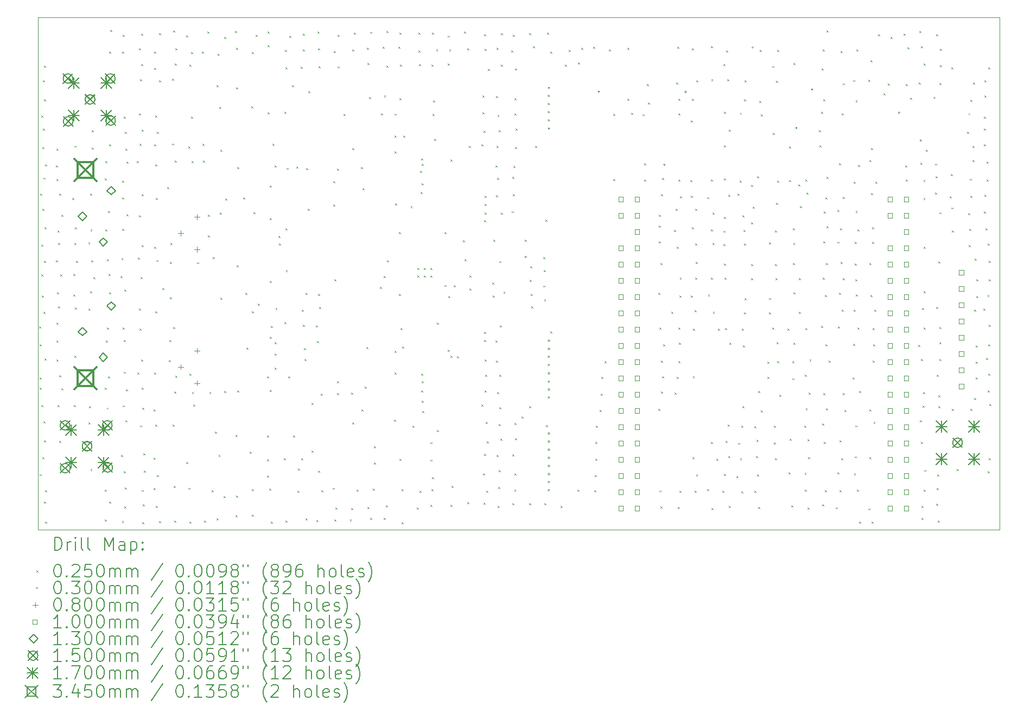
<source format=gbr>
%TF.GenerationSoftware,KiCad,Pcbnew,8.0.7*%
%TF.CreationDate,2025-03-14T10:19:42+01:00*%
%TF.ProjectId,MISRC_v2.5,4d495352-435f-4763-922e-352e6b696361,3.0*%
%TF.SameCoordinates,Original*%
%TF.FileFunction,Drillmap*%
%TF.FilePolarity,Positive*%
%FSLAX45Y45*%
G04 Gerber Fmt 4.5, Leading zero omitted, Abs format (unit mm)*
G04 Created by KiCad (PCBNEW 8.0.7) date 2025-03-14 10:19:42*
%MOMM*%
%LPD*%
G01*
G04 APERTURE LIST*
%ADD10C,0.100000*%
%ADD11C,0.200000*%
%ADD12C,0.130000*%
%ADD13C,0.150000*%
%ADD14C,0.170000*%
%ADD15C,0.345000*%
G04 APERTURE END LIST*
D10*
X20675000Y-13950000D02*
X20675000Y-5950000D01*
X5675000Y-13950000D02*
X20675000Y-13950000D01*
X20675000Y-5950000D02*
X5675000Y-5950000D01*
X5675000Y-5950000D02*
X5675000Y-13950000D01*
D11*
D10*
X5692421Y-10771104D02*
X5717421Y-10796104D01*
X5717421Y-10771104D02*
X5692421Y-10796104D01*
X5697143Y-11730712D02*
X5722143Y-11755712D01*
X5722143Y-11730712D02*
X5697143Y-11755712D01*
X5697243Y-13080859D02*
X5722243Y-13105859D01*
X5722243Y-13080859D02*
X5697243Y-13105859D01*
X5697847Y-11051319D02*
X5722847Y-11076319D01*
X5722847Y-11051319D02*
X5697847Y-11076319D01*
X5699853Y-11568858D02*
X5724853Y-11593858D01*
X5724853Y-11568858D02*
X5699853Y-11593858D01*
X5709307Y-8699383D02*
X5734307Y-8724383D01*
X5734307Y-8699383D02*
X5709307Y-8724383D01*
X5719140Y-12004917D02*
X5744140Y-12029917D01*
X5744140Y-12004917D02*
X5719140Y-12029917D01*
X5722201Y-7481828D02*
X5747201Y-7506828D01*
X5747201Y-7481828D02*
X5722201Y-7506828D01*
X5722653Y-9497291D02*
X5747653Y-9522291D01*
X5747653Y-9497291D02*
X5722653Y-9522291D01*
X5725361Y-9958716D02*
X5750361Y-9983716D01*
X5750361Y-9958716D02*
X5725361Y-9983716D01*
X5735359Y-10287859D02*
X5760359Y-10312859D01*
X5760359Y-10287859D02*
X5735359Y-10312859D01*
X5737717Y-7970416D02*
X5762717Y-7995416D01*
X5762717Y-7970416D02*
X5737717Y-7995416D01*
X5739919Y-12815773D02*
X5764919Y-12840773D01*
X5764919Y-12815773D02*
X5739919Y-12840773D01*
X5743702Y-8934367D02*
X5768702Y-8959367D01*
X5768702Y-8934367D02*
X5743702Y-8959367D01*
X5749474Y-6932903D02*
X5774474Y-6957903D01*
X5774474Y-6932903D02*
X5749474Y-6957903D01*
X5750631Y-7680876D02*
X5775631Y-7705876D01*
X5775631Y-7680876D02*
X5750631Y-7705876D01*
X5756530Y-8449913D02*
X5781530Y-8474913D01*
X5781530Y-8449913D02*
X5756530Y-8474913D01*
X5758335Y-10545955D02*
X5783335Y-10570955D01*
X5783335Y-10545955D02*
X5758335Y-10570955D01*
X5760540Y-12259369D02*
X5785540Y-12284369D01*
X5785540Y-12259369D02*
X5760540Y-12284369D01*
X5763070Y-12553118D02*
X5788070Y-12578118D01*
X5788070Y-12553118D02*
X5763070Y-12578118D01*
X5763447Y-9748151D02*
X5788447Y-9773151D01*
X5788447Y-9748151D02*
X5763447Y-9773151D01*
X5763487Y-13508956D02*
X5788487Y-13533956D01*
X5788487Y-13508956D02*
X5763487Y-13533956D01*
X5764160Y-6702178D02*
X5789160Y-6727178D01*
X5789160Y-6702178D02*
X5764160Y-6727178D01*
X5764458Y-7223171D02*
X5789458Y-7248171D01*
X5789458Y-7223171D02*
X5764458Y-7248171D01*
X5776660Y-11273168D02*
X5801660Y-11298168D01*
X5801660Y-11273168D02*
X5776660Y-11298168D01*
X5777496Y-9220931D02*
X5802496Y-9245931D01*
X5802496Y-9220931D02*
X5777496Y-9245931D01*
X5780408Y-8242387D02*
X5805408Y-8267387D01*
X5805408Y-8242387D02*
X5780408Y-8267387D01*
X5783065Y-13332142D02*
X5808065Y-13357142D01*
X5808065Y-13332142D02*
X5783065Y-13357142D01*
X5785819Y-13824266D02*
X5810819Y-13849266D01*
X5810819Y-13824266D02*
X5785819Y-13849266D01*
X5954221Y-9741922D02*
X5979221Y-9766922D01*
X5979221Y-9741922D02*
X5954221Y-9766922D01*
X5955540Y-8262176D02*
X5980540Y-8287176D01*
X5980540Y-8262176D02*
X5955540Y-8287176D01*
X5958013Y-7996903D02*
X5983013Y-8021903D01*
X5983013Y-7996903D02*
X5958013Y-8021903D01*
X5959620Y-10996750D02*
X5984620Y-11021750D01*
X5984620Y-10996750D02*
X5959620Y-11021750D01*
X5960641Y-8468306D02*
X5985641Y-8493306D01*
X5985641Y-8468306D02*
X5960641Y-8493306D01*
X5963126Y-11291693D02*
X5988126Y-11316693D01*
X5988126Y-11291693D02*
X5963126Y-11316693D01*
X5963171Y-10717941D02*
X5988171Y-10742941D01*
X5988171Y-10717941D02*
X5963171Y-10742941D01*
X5967033Y-10238374D02*
X5992033Y-10263374D01*
X5992033Y-10238374D02*
X5967033Y-10263374D01*
X5975621Y-12003507D02*
X6000621Y-12028507D01*
X6000621Y-12003507D02*
X5975621Y-12028507D01*
X5980749Y-9277821D02*
X6005749Y-9302821D01*
X6005749Y-9277821D02*
X5980749Y-9302821D01*
X5981749Y-9467626D02*
X6006749Y-9492626D01*
X6006749Y-9467626D02*
X5981749Y-9492626D01*
X5982229Y-10460949D02*
X6007229Y-10485949D01*
X6007229Y-10460949D02*
X5982229Y-10485949D01*
X5998864Y-8695887D02*
X6023864Y-8720887D01*
X6023864Y-8695887D02*
X5998864Y-8720887D01*
X6001832Y-11536766D02*
X6026832Y-11561766D01*
X6026832Y-11536766D02*
X6001832Y-11561766D01*
X6003141Y-12558157D02*
X6028141Y-12583157D01*
X6028141Y-12558157D02*
X6003141Y-12583157D01*
X6022787Y-9963889D02*
X6047787Y-9988889D01*
X6047787Y-9963889D02*
X6022787Y-9988889D01*
X6033428Y-11738269D02*
X6058428Y-11763269D01*
X6058428Y-11738269D02*
X6033428Y-11763269D01*
X6035788Y-9027257D02*
X6060788Y-9052257D01*
X6060788Y-9027257D02*
X6035788Y-9052257D01*
X6202669Y-8768590D02*
X6227669Y-8793590D01*
X6227669Y-8768590D02*
X6202669Y-8793590D01*
X6225123Y-9951165D02*
X6250123Y-9976165D01*
X6250123Y-9951165D02*
X6225123Y-9976165D01*
X6225975Y-10276603D02*
X6250975Y-10301603D01*
X6250975Y-10276603D02*
X6225975Y-10301603D01*
X6231294Y-12001590D02*
X6256294Y-12026590D01*
X6256294Y-12001590D02*
X6231294Y-12026590D01*
X6237044Y-7950334D02*
X6262044Y-7975334D01*
X6262044Y-7950334D02*
X6237044Y-7975334D01*
X6237121Y-9471291D02*
X6262121Y-9496291D01*
X6262121Y-9471291D02*
X6237121Y-9496291D01*
X6242646Y-11233343D02*
X6267646Y-11258343D01*
X6267646Y-11233343D02*
X6242646Y-11258343D01*
X6245600Y-10476729D02*
X6270600Y-10501729D01*
X6270600Y-10476729D02*
X6245600Y-10501729D01*
X6249824Y-9225464D02*
X6274824Y-9250464D01*
X6274824Y-9225464D02*
X6249824Y-9250464D01*
X6264308Y-9746879D02*
X6289308Y-9771879D01*
X6289308Y-9746879D02*
X6264308Y-9771879D01*
X6455383Y-9465207D02*
X6480383Y-9490207D01*
X6480383Y-9465207D02*
X6455383Y-9490207D01*
X6456354Y-10496864D02*
X6481354Y-10521864D01*
X6481354Y-10496864D02*
X6456354Y-10521864D01*
X6463375Y-12275213D02*
X6488375Y-12300213D01*
X6488375Y-12275213D02*
X6463375Y-12300213D01*
X6471645Y-12018991D02*
X6496645Y-12043991D01*
X6496645Y-12018991D02*
X6471645Y-12043991D01*
X6483560Y-10221680D02*
X6508560Y-10246680D01*
X6508560Y-10221680D02*
X6483560Y-10246680D01*
X6485534Y-8703452D02*
X6510534Y-8728452D01*
X6510534Y-8703452D02*
X6485534Y-8728452D01*
X6489171Y-9257647D02*
X6514171Y-9282647D01*
X6514171Y-9257647D02*
X6489171Y-9282647D01*
X6489260Y-12999212D02*
X6514260Y-13024212D01*
X6514260Y-12999212D02*
X6489260Y-13024212D01*
X6498679Y-9739841D02*
X6523679Y-9764841D01*
X6523679Y-9739841D02*
X6498679Y-9764841D01*
X6511339Y-7706734D02*
X6536339Y-7731734D01*
X6536339Y-7706734D02*
X6511339Y-7731734D01*
X6511915Y-7983163D02*
X6536915Y-8008163D01*
X6536915Y-7983163D02*
X6511915Y-8008163D01*
X6539632Y-10001033D02*
X6564632Y-10026033D01*
X6564632Y-10001033D02*
X6539632Y-10026033D01*
X6713309Y-13319839D02*
X6738309Y-13344839D01*
X6738309Y-13319839D02*
X6713309Y-13344839D01*
X6716025Y-11727722D02*
X6741025Y-11752722D01*
X6741025Y-11727722D02*
X6716025Y-11752722D01*
X6717133Y-8460217D02*
X6742133Y-8485217D01*
X6742133Y-8460217D02*
X6717133Y-8485217D01*
X6717617Y-13791021D02*
X6742617Y-13816021D01*
X6742617Y-13791021D02*
X6717617Y-13816021D01*
X6722144Y-8191845D02*
X6747144Y-8216845D01*
X6747144Y-8191845D02*
X6722144Y-8216845D01*
X6722603Y-9254358D02*
X6747603Y-9279358D01*
X6747603Y-9254358D02*
X6722603Y-9279358D01*
X6733220Y-10992470D02*
X6758220Y-11017470D01*
X6758220Y-10992470D02*
X6733220Y-11017470D01*
X6743216Y-12039566D02*
X6768216Y-12064566D01*
X6768216Y-12039566D02*
X6743216Y-12064566D01*
X6745341Y-9725136D02*
X6770341Y-9750136D01*
X6770341Y-9725136D02*
X6745341Y-9750136D01*
X6750836Y-10790713D02*
X6775836Y-10815713D01*
X6775836Y-10790713D02*
X6750836Y-10815713D01*
X6764008Y-8967201D02*
X6789008Y-8992201D01*
X6789008Y-8967201D02*
X6764008Y-8992201D01*
X6767441Y-11553053D02*
X6792441Y-11578053D01*
X6792441Y-11553053D02*
X6767441Y-11578053D01*
X6772066Y-9956121D02*
X6797066Y-9981121D01*
X6797066Y-9956121D02*
X6772066Y-9981121D01*
X6777602Y-7930450D02*
X6802602Y-7955450D01*
X6802602Y-7930450D02*
X6777602Y-7955450D01*
X6781153Y-10241014D02*
X6806153Y-10266014D01*
X6806153Y-10241014D02*
X6781153Y-10266014D01*
X6782547Y-13508774D02*
X6807547Y-13533774D01*
X6807547Y-13508774D02*
X6782547Y-13533774D01*
X6782940Y-6485234D02*
X6807940Y-6510234D01*
X6807940Y-6485234D02*
X6782940Y-6510234D01*
X6802070Y-6140318D02*
X6827070Y-6165318D01*
X6827070Y-6140318D02*
X6802070Y-6165318D01*
X6961267Y-9989289D02*
X6986267Y-10014289D01*
X6986267Y-9989289D02*
X6961267Y-10014289D01*
X6966589Y-12782385D02*
X6991589Y-12807385D01*
X6991589Y-12782385D02*
X6966589Y-12807385D01*
X6971909Y-9705978D02*
X6996909Y-9730978D01*
X6996909Y-9705978D02*
X6971909Y-9730978D01*
X6980547Y-13816443D02*
X7005547Y-13841443D01*
X7005547Y-13816443D02*
X6980547Y-13841443D01*
X6983500Y-8758500D02*
X7008500Y-8783500D01*
X7008500Y-8758500D02*
X6983500Y-8783500D01*
X6987366Y-8492660D02*
X7012366Y-8517660D01*
X7012366Y-8492660D02*
X6987366Y-8517660D01*
X6987398Y-6479845D02*
X7012398Y-6504845D01*
X7012398Y-6479845D02*
X6987398Y-6504845D01*
X6987500Y-9246500D02*
X7012500Y-9271500D01*
X7012500Y-9246500D02*
X6987500Y-9271500D01*
X6990527Y-6219615D02*
X7015527Y-6244615D01*
X7015527Y-6219615D02*
X6990527Y-6244615D01*
X6991856Y-12005678D02*
X7016856Y-12030678D01*
X7016856Y-12005678D02*
X6991856Y-12030678D01*
X6993500Y-10792500D02*
X7018500Y-10817500D01*
X7018500Y-10792500D02*
X6993500Y-10817500D01*
X7007244Y-7497160D02*
X7032244Y-7522160D01*
X7032244Y-7497160D02*
X7007244Y-7522160D01*
X7009919Y-10986677D02*
X7034919Y-11011677D01*
X7034919Y-10986677D02*
X7009919Y-11011677D01*
X7011490Y-11480946D02*
X7036490Y-11505946D01*
X7036490Y-11480946D02*
X7011490Y-11505946D01*
X7014011Y-13034442D02*
X7039011Y-13059442D01*
X7039011Y-13034442D02*
X7014011Y-13059442D01*
X7018530Y-13582230D02*
X7043530Y-13607230D01*
X7043530Y-13582230D02*
X7018530Y-13607230D01*
X7020500Y-10194500D02*
X7045500Y-10219500D01*
X7045500Y-10194500D02*
X7020500Y-10219500D01*
X7027047Y-7733672D02*
X7052047Y-7758672D01*
X7052047Y-7733672D02*
X7027047Y-7758672D01*
X7027191Y-13289531D02*
X7052191Y-13314531D01*
X7052191Y-13289531D02*
X7027191Y-13314531D01*
X7034579Y-7999974D02*
X7059579Y-8024974D01*
X7059579Y-7999974D02*
X7034579Y-8024974D01*
X7038259Y-12242328D02*
X7063259Y-12267328D01*
X7063259Y-12242328D02*
X7038259Y-12267328D01*
X7043496Y-11754493D02*
X7068496Y-11779493D01*
X7068496Y-11754493D02*
X7043496Y-11779493D01*
X7050107Y-8196117D02*
X7075107Y-8221117D01*
X7075107Y-8196117D02*
X7050107Y-8221117D01*
X7050717Y-9023050D02*
X7075717Y-9048050D01*
X7075717Y-9023050D02*
X7050717Y-9048050D01*
X7216258Y-8189706D02*
X7241258Y-8214706D01*
X7241258Y-8189706D02*
X7216258Y-8214706D01*
X7221995Y-11494389D02*
X7246995Y-11519389D01*
X7246995Y-11494389D02*
X7221995Y-11519389D01*
X7227904Y-9699395D02*
X7252904Y-9724395D01*
X7252904Y-9699395D02*
X7227904Y-9724395D01*
X7243500Y-9037500D02*
X7268500Y-9062500D01*
X7268500Y-9037500D02*
X7243500Y-9062500D01*
X7245631Y-7449140D02*
X7270631Y-7474140D01*
X7270631Y-7449140D02*
X7245631Y-7474140D01*
X7250203Y-6430286D02*
X7275203Y-6455286D01*
X7275203Y-6430286D02*
X7250203Y-6455286D01*
X7250500Y-10496500D02*
X7275500Y-10521500D01*
X7275500Y-10496500D02*
X7250500Y-10521500D01*
X7251958Y-10804591D02*
X7276958Y-10829591D01*
X7276958Y-10804591D02*
X7251958Y-10829591D01*
X7255065Y-7918825D02*
X7280065Y-7943825D01*
X7280065Y-7918825D02*
X7255065Y-7943825D01*
X7261495Y-6911680D02*
X7286495Y-6936680D01*
X7286495Y-6911680D02*
X7261495Y-6936680D01*
X7267815Y-12319051D02*
X7292815Y-12344051D01*
X7292815Y-12319051D02*
X7267815Y-12344051D01*
X7275693Y-10000985D02*
X7300693Y-10025985D01*
X7300693Y-10000985D02*
X7275693Y-10025985D01*
X7279679Y-11291720D02*
X7304679Y-11316720D01*
X7304679Y-11291720D02*
X7279679Y-11316720D01*
X7280855Y-6201857D02*
X7305855Y-6226857D01*
X7305855Y-6201857D02*
X7280855Y-6226857D01*
X7281444Y-6677822D02*
X7306444Y-6702822D01*
X7306444Y-6677822D02*
X7281444Y-6702822D01*
X7289853Y-7699534D02*
X7314853Y-7724534D01*
X7314853Y-7699534D02*
X7289853Y-7724534D01*
X7290778Y-9507054D02*
X7315778Y-9532054D01*
X7315778Y-9507054D02*
X7290778Y-9532054D01*
X7291065Y-8710352D02*
X7316065Y-8735352D01*
X7316065Y-8710352D02*
X7291065Y-8735352D01*
X7292369Y-11730112D02*
X7317369Y-11755112D01*
X7317369Y-11730112D02*
X7292369Y-11755112D01*
X7292638Y-13326713D02*
X7317638Y-13351713D01*
X7317638Y-13326713D02*
X7292638Y-13351713D01*
X7294131Y-12043262D02*
X7319131Y-12068262D01*
X7319131Y-12043262D02*
X7294131Y-12068262D01*
X7301737Y-13831364D02*
X7326737Y-13856364D01*
X7326737Y-13831364D02*
X7301737Y-13856364D01*
X7304983Y-13553167D02*
X7329983Y-13578167D01*
X7329983Y-13553167D02*
X7304983Y-13578167D01*
X7315500Y-12753500D02*
X7340500Y-12778500D01*
X7340500Y-12753500D02*
X7315500Y-12778500D01*
X7323500Y-13024500D02*
X7348500Y-13049500D01*
X7348500Y-13024500D02*
X7323500Y-13049500D01*
X7473357Y-13299303D02*
X7498357Y-13324303D01*
X7498357Y-13299303D02*
X7473357Y-13324303D01*
X7475485Y-12069198D02*
X7500485Y-12094198D01*
X7500485Y-12069198D02*
X7475485Y-12094198D01*
X7477016Y-12819093D02*
X7502016Y-12844093D01*
X7502016Y-12819093D02*
X7477016Y-12844093D01*
X7480660Y-9531479D02*
X7505660Y-9556479D01*
X7505660Y-9531479D02*
X7480660Y-9556479D01*
X7482293Y-6479455D02*
X7507293Y-6504455D01*
X7507293Y-6479455D02*
X7482293Y-6504455D01*
X7483812Y-6738471D02*
X7508812Y-6763471D01*
X7508812Y-6738471D02*
X7483812Y-6763471D01*
X7487358Y-7931465D02*
X7512358Y-7956465D01*
X7512358Y-7931465D02*
X7487358Y-7956465D01*
X7488170Y-11494883D02*
X7513170Y-11519883D01*
X7513170Y-11494883D02*
X7488170Y-11519883D01*
X7499667Y-12307079D02*
X7524667Y-12332079D01*
X7524667Y-12307079D02*
X7499667Y-12332079D01*
X7502500Y-10537500D02*
X7527500Y-10562500D01*
X7527500Y-10537500D02*
X7502500Y-10562500D01*
X7503500Y-7477500D02*
X7528500Y-7502500D01*
X7528500Y-7477500D02*
X7503500Y-7502500D01*
X7503630Y-8246311D02*
X7528630Y-8271311D01*
X7528630Y-8246311D02*
X7503630Y-8271311D01*
X7506224Y-13575275D02*
X7531224Y-13600275D01*
X7531224Y-13575275D02*
X7506224Y-13600275D01*
X7508939Y-8766564D02*
X7533939Y-8791564D01*
X7533939Y-8766564D02*
X7508939Y-8791564D01*
X7519679Y-9736696D02*
X7544679Y-9761696D01*
X7544679Y-9736696D02*
X7519679Y-9761696D01*
X7525036Y-7732966D02*
X7550036Y-7757966D01*
X7550036Y-7732966D02*
X7525036Y-7757966D01*
X7528575Y-13090192D02*
X7553575Y-13115192D01*
X7553575Y-13090192D02*
X7528575Y-13115192D01*
X7556727Y-6195457D02*
X7581727Y-6220457D01*
X7581727Y-6195457D02*
X7556727Y-6220457D01*
X7561521Y-6929359D02*
X7586521Y-6954359D01*
X7586521Y-6929359D02*
X7561521Y-6954359D01*
X7564326Y-13812342D02*
X7589326Y-13837342D01*
X7589326Y-13812342D02*
X7564326Y-13837342D01*
X7615000Y-10170000D02*
X7640000Y-10195000D01*
X7640000Y-10170000D02*
X7615000Y-10195000D01*
X7688500Y-8600500D02*
X7713500Y-8625500D01*
X7713500Y-8600500D02*
X7688500Y-8625500D01*
X7712500Y-11297500D02*
X7737500Y-11322500D01*
X7737500Y-11297500D02*
X7712500Y-11322500D01*
X7721500Y-10983500D02*
X7746500Y-11008500D01*
X7746500Y-10983500D02*
X7721500Y-11008500D01*
X7730500Y-9765500D02*
X7755500Y-9790500D01*
X7755500Y-9765500D02*
X7730500Y-9790500D01*
X7733500Y-10314500D02*
X7758500Y-10339500D01*
X7758500Y-10314500D02*
X7733500Y-10339500D01*
X7734500Y-9467500D02*
X7759500Y-9492500D01*
X7759500Y-9467500D02*
X7734500Y-9492500D01*
X7759833Y-7916359D02*
X7784833Y-7941359D01*
X7784833Y-7916359D02*
X7759833Y-7941359D01*
X7767500Y-6901500D02*
X7792500Y-6926500D01*
X7792500Y-6901500D02*
X7767500Y-6926500D01*
X7768146Y-12306761D02*
X7793146Y-12331761D01*
X7793146Y-12306761D02*
X7768146Y-12331761D01*
X7776579Y-6148773D02*
X7801579Y-6173773D01*
X7801579Y-6148773D02*
X7776579Y-6173773D01*
X7776899Y-10778637D02*
X7801899Y-10803637D01*
X7801899Y-10778637D02*
X7776899Y-10803637D01*
X7785820Y-13259984D02*
X7810820Y-13284984D01*
X7810820Y-13259984D02*
X7785820Y-13284984D01*
X7794156Y-13801590D02*
X7819156Y-13826590D01*
X7819156Y-13801590D02*
X7794156Y-13826590D01*
X7798500Y-11791500D02*
X7823500Y-11816500D01*
X7823500Y-11791500D02*
X7798500Y-11816500D01*
X7802667Y-6671370D02*
X7827667Y-6696370D01*
X7827667Y-6671370D02*
X7802667Y-6696370D01*
X7803109Y-8179199D02*
X7828109Y-8204199D01*
X7828109Y-8179199D02*
X7803109Y-8204199D01*
X7812270Y-6427302D02*
X7837270Y-6452302D01*
X7837270Y-6427302D02*
X7812270Y-6452302D01*
X7813468Y-11547134D02*
X7838468Y-11572134D01*
X7838468Y-11547134D02*
X7813468Y-11572134D01*
X7982500Y-12893500D02*
X8007500Y-12918500D01*
X8007500Y-12893500D02*
X7982500Y-12918500D01*
X7984735Y-6227045D02*
X8009735Y-6252045D01*
X8009735Y-6227045D02*
X7984735Y-6252045D01*
X8015729Y-13292555D02*
X8040729Y-13317555D01*
X8040729Y-13292555D02*
X8015729Y-13317555D01*
X8019427Y-7965141D02*
X8044427Y-7990141D01*
X8044427Y-7965141D02*
X8019427Y-7990141D01*
X8030791Y-13822886D02*
X8055791Y-13847886D01*
X8055791Y-13822886D02*
X8030791Y-13847886D01*
X8033500Y-6686500D02*
X8058500Y-6711500D01*
X8058500Y-6686500D02*
X8033500Y-6711500D01*
X8038124Y-11507918D02*
X8063124Y-11532918D01*
X8063124Y-11507918D02*
X8038124Y-11532918D01*
X8061145Y-6485769D02*
X8086145Y-6510769D01*
X8086145Y-6485769D02*
X8061145Y-6510769D01*
X8062845Y-7498485D02*
X8087845Y-7523485D01*
X8087845Y-7498485D02*
X8062845Y-7523485D01*
X8065650Y-8195257D02*
X8090650Y-8220257D01*
X8090650Y-8195257D02*
X8065650Y-8220257D01*
X8072500Y-11796500D02*
X8097500Y-11821500D01*
X8097500Y-11796500D02*
X8072500Y-11821500D01*
X8090500Y-11989500D02*
X8115500Y-12014500D01*
X8115500Y-11989500D02*
X8090500Y-12014500D01*
X8149500Y-9770500D02*
X8174500Y-9795500D01*
X8174500Y-9770500D02*
X8149500Y-9795500D01*
X8232258Y-6482875D02*
X8257258Y-6507875D01*
X8257258Y-6482875D02*
X8232258Y-6507875D01*
X8240336Y-7917617D02*
X8265336Y-7942617D01*
X8265336Y-7917617D02*
X8240336Y-7942617D01*
X8249500Y-8185500D02*
X8274500Y-8210500D01*
X8274500Y-8185500D02*
X8249500Y-8210500D01*
X8259506Y-13808889D02*
X8284506Y-13833889D01*
X8284506Y-13808889D02*
X8259506Y-13833889D01*
X8317686Y-6169587D02*
X8342686Y-6194587D01*
X8342686Y-6169587D02*
X8317686Y-6194587D01*
X8321019Y-9026259D02*
X8346019Y-9051259D01*
X8346019Y-9026259D02*
X8321019Y-9051259D01*
X8321500Y-9351500D02*
X8346500Y-9376500D01*
X8346500Y-9351500D02*
X8321500Y-9376500D01*
X8343500Y-11800500D02*
X8368500Y-11825500D01*
X8368500Y-11800500D02*
X8343500Y-11825500D01*
X8381500Y-13330500D02*
X8406500Y-13355500D01*
X8406500Y-13330500D02*
X8381500Y-13355500D01*
X8400500Y-9687500D02*
X8425500Y-9712500D01*
X8425500Y-9687500D02*
X8400500Y-9712500D01*
X8433500Y-12413500D02*
X8458500Y-12438500D01*
X8458500Y-12413500D02*
X8433500Y-12438500D01*
X8456500Y-7004500D02*
X8481500Y-7029500D01*
X8481500Y-7004500D02*
X8456500Y-7029500D01*
X8459500Y-13771500D02*
X8484500Y-13796500D01*
X8484500Y-13771500D02*
X8459500Y-13796500D01*
X8478500Y-6511500D02*
X8503500Y-6536500D01*
X8503500Y-6511500D02*
X8478500Y-6536500D01*
X8487500Y-12779500D02*
X8512500Y-12804500D01*
X8512500Y-12779500D02*
X8487500Y-12804500D01*
X8503500Y-7341500D02*
X8528500Y-7366500D01*
X8528500Y-7341500D02*
X8503500Y-7366500D01*
X8505842Y-8994818D02*
X8530842Y-9019818D01*
X8530842Y-8994818D02*
X8505842Y-9019818D01*
X8516667Y-8010362D02*
X8541667Y-8035362D01*
X8541667Y-8010362D02*
X8516667Y-8035362D01*
X8520000Y-10325400D02*
X8545000Y-10350400D01*
X8545000Y-10325400D02*
X8520000Y-10350400D01*
X8566500Y-13421500D02*
X8591500Y-13446500D01*
X8591500Y-13421500D02*
X8566500Y-13446500D01*
X8573066Y-11781437D02*
X8598066Y-11806437D01*
X8598066Y-11781437D02*
X8573066Y-11806437D01*
X8575500Y-6256500D02*
X8600500Y-6281500D01*
X8600500Y-6256500D02*
X8575500Y-6281500D01*
X8594500Y-8773500D02*
X8619500Y-8798500D01*
X8619500Y-8773500D02*
X8594500Y-8798500D01*
X8744889Y-6157175D02*
X8769889Y-6182175D01*
X8769889Y-6157175D02*
X8744889Y-6182175D01*
X8750500Y-13719500D02*
X8775500Y-13744500D01*
X8775500Y-13719500D02*
X8750500Y-13744500D01*
X8752500Y-12470500D02*
X8777500Y-12495500D01*
X8777500Y-12470500D02*
X8752500Y-12495500D01*
X8760018Y-6425092D02*
X8785018Y-6450092D01*
X8785018Y-6425092D02*
X8760018Y-6450092D01*
X8763500Y-13411500D02*
X8788500Y-13436500D01*
X8788500Y-13411500D02*
X8763500Y-13436500D01*
X8766500Y-7040500D02*
X8791500Y-7065500D01*
X8791500Y-7040500D02*
X8766500Y-7065500D01*
X8775000Y-9815000D02*
X8800000Y-9840000D01*
X8800000Y-9815000D02*
X8775000Y-9840000D01*
X8777500Y-8287500D02*
X8802500Y-8312500D01*
X8802500Y-8287500D02*
X8777500Y-8312500D01*
X8777500Y-11776500D02*
X8802500Y-11801500D01*
X8802500Y-11776500D02*
X8777500Y-11801500D01*
X8875000Y-8757500D02*
X8900000Y-8782500D01*
X8900000Y-8757500D02*
X8875000Y-8782500D01*
X8905000Y-10247500D02*
X8930000Y-10272500D01*
X8930000Y-10247500D02*
X8905000Y-10272500D01*
X8927500Y-11105000D02*
X8952500Y-11130000D01*
X8952500Y-11105000D02*
X8927500Y-11130000D01*
X8973500Y-12729500D02*
X8998500Y-12754500D01*
X8998500Y-12729500D02*
X8973500Y-12754500D01*
X8998500Y-7338500D02*
X9023500Y-7363500D01*
X9023500Y-7338500D02*
X8998500Y-7363500D01*
X9004500Y-13708500D02*
X9029500Y-13733500D01*
X9029500Y-13708500D02*
X9004500Y-13733500D01*
X9004945Y-13311671D02*
X9029945Y-13336671D01*
X9029945Y-13311671D02*
X9004945Y-13336671D01*
X9006500Y-10538500D02*
X9031500Y-10563500D01*
X9031500Y-10538500D02*
X9006500Y-10563500D01*
X9010228Y-6487472D02*
X9035228Y-6512472D01*
X9035228Y-6487472D02*
X9010228Y-6512472D01*
X9035000Y-8990000D02*
X9060000Y-9015000D01*
X9060000Y-8990000D02*
X9035000Y-9015000D01*
X9065040Y-6216900D02*
X9090040Y-6241900D01*
X9090040Y-6216900D02*
X9065040Y-6241900D01*
X9100000Y-10417500D02*
X9125000Y-10442500D01*
X9125000Y-10417500D02*
X9100000Y-10442500D01*
X9246500Y-12845500D02*
X9271500Y-12870500D01*
X9271500Y-12845500D02*
X9246500Y-12870500D01*
X9248500Y-12475500D02*
X9273500Y-12500500D01*
X9273500Y-12475500D02*
X9248500Y-12500500D01*
X9248500Y-13098500D02*
X9273500Y-13123500D01*
X9273500Y-13098500D02*
X9248500Y-13123500D01*
X9248730Y-11550240D02*
X9273730Y-11575240D01*
X9273730Y-11550240D02*
X9248730Y-11575240D01*
X9249682Y-6170495D02*
X9274682Y-6195495D01*
X9274682Y-6170495D02*
X9249682Y-6195495D01*
X9253500Y-6380500D02*
X9278500Y-6405500D01*
X9278500Y-6380500D02*
X9253500Y-6405500D01*
X9254500Y-7425500D02*
X9279500Y-7450500D01*
X9279500Y-7425500D02*
X9254500Y-7450500D01*
X9281984Y-13304254D02*
X9306984Y-13329254D01*
X9306984Y-13304254D02*
X9281984Y-13329254D01*
X9287500Y-10062500D02*
X9312500Y-10087500D01*
X9312500Y-10062500D02*
X9287500Y-10087500D01*
X9288500Y-10933500D02*
X9313500Y-10958500D01*
X9313500Y-10933500D02*
X9288500Y-10958500D01*
X9290000Y-8570000D02*
X9315000Y-8595000D01*
X9315000Y-8570000D02*
X9290000Y-8595000D01*
X9290500Y-9076500D02*
X9315500Y-9101500D01*
X9315500Y-9076500D02*
X9290500Y-9101500D01*
X9291388Y-11762162D02*
X9316388Y-11787162D01*
X9316388Y-11762162D02*
X9291388Y-11787162D01*
X9307500Y-10762500D02*
X9332500Y-10787500D01*
X9332500Y-10762500D02*
X9307500Y-10787500D01*
X9307670Y-13817929D02*
X9332670Y-13842929D01*
X9332670Y-13817929D02*
X9307670Y-13842929D01*
X9331500Y-7921500D02*
X9356500Y-7946500D01*
X9356500Y-7921500D02*
X9331500Y-7946500D01*
X9361500Y-11413500D02*
X9386500Y-11438500D01*
X9386500Y-11413500D02*
X9361500Y-11438500D01*
X9362500Y-11200000D02*
X9387500Y-11225000D01*
X9387500Y-11200000D02*
X9362500Y-11225000D01*
X9365000Y-11022500D02*
X9390000Y-11047500D01*
X9390000Y-11022500D02*
X9365000Y-11047500D01*
X9367500Y-8262500D02*
X9392500Y-8287500D01*
X9392500Y-8262500D02*
X9367500Y-8287500D01*
X9376500Y-10487500D02*
X9401500Y-10512500D01*
X9401500Y-10487500D02*
X9376500Y-10512500D01*
X9425000Y-9362500D02*
X9450000Y-9387500D01*
X9450000Y-9362500D02*
X9425000Y-9387500D01*
X9427500Y-9480000D02*
X9452500Y-9505000D01*
X9452500Y-9480000D02*
X9427500Y-9505000D01*
X9507500Y-12830500D02*
X9532500Y-12855500D01*
X9532500Y-12830500D02*
X9507500Y-12855500D01*
X9517500Y-7421500D02*
X9542500Y-7446500D01*
X9542500Y-7421500D02*
X9517500Y-7446500D01*
X9517500Y-10705000D02*
X9542500Y-10730000D01*
X9542500Y-10705000D02*
X9517500Y-10730000D01*
X9526253Y-6458102D02*
X9551253Y-6483102D01*
X9551253Y-6458102D02*
X9526253Y-6483102D01*
X9531305Y-9243591D02*
X9556305Y-9268591D01*
X9556305Y-9243591D02*
X9531305Y-9268591D01*
X9532135Y-6729996D02*
X9557135Y-6754996D01*
X9557135Y-6729996D02*
X9532135Y-6754996D01*
X9534571Y-13801379D02*
X9559571Y-13826379D01*
X9559571Y-13801379D02*
X9534571Y-13826379D01*
X9537500Y-9895000D02*
X9562500Y-9920000D01*
X9562500Y-9895000D02*
X9537500Y-9920000D01*
X9546500Y-8297500D02*
X9571500Y-8322500D01*
X9571500Y-8297500D02*
X9546500Y-8322500D01*
X9576358Y-11555588D02*
X9601358Y-11580588D01*
X9601358Y-11555588D02*
X9576358Y-11580588D01*
X9592139Y-6233533D02*
X9617139Y-6258533D01*
X9617139Y-6233533D02*
X9592139Y-6258533D01*
X9634500Y-7004500D02*
X9659500Y-7029500D01*
X9659500Y-7004500D02*
X9634500Y-7029500D01*
X9655500Y-12478500D02*
X9680500Y-12503500D01*
X9680500Y-12478500D02*
X9655500Y-12503500D01*
X9699500Y-8278500D02*
X9724500Y-8303500D01*
X9724500Y-8278500D02*
X9699500Y-8303500D01*
X9718500Y-13342500D02*
X9743500Y-13367500D01*
X9743500Y-13342500D02*
X9718500Y-13367500D01*
X9724500Y-12994500D02*
X9749500Y-13019500D01*
X9749500Y-12994500D02*
X9724500Y-13019500D01*
X9770370Y-6721042D02*
X9795370Y-6746042D01*
X9795370Y-6721042D02*
X9770370Y-6746042D01*
X9779500Y-12834500D02*
X9804500Y-12859500D01*
X9804500Y-12834500D02*
X9779500Y-12859500D01*
X9788132Y-10508878D02*
X9813132Y-10533878D01*
X9813132Y-10508878D02*
X9788132Y-10533878D01*
X9801008Y-10750482D02*
X9826008Y-10775482D01*
X9826008Y-10750482D02*
X9801008Y-10775482D01*
X9801689Y-6450586D02*
X9826689Y-6475586D01*
X9826689Y-6450586D02*
X9801689Y-6475586D01*
X9807279Y-6200132D02*
X9832279Y-6225132D01*
X9832279Y-6200132D02*
X9807279Y-6225132D01*
X9823500Y-11112500D02*
X9848500Y-11137500D01*
X9848500Y-11112500D02*
X9823500Y-11137500D01*
X9827500Y-11279500D02*
X9852500Y-11304500D01*
X9852500Y-11279500D02*
X9827500Y-11304500D01*
X9847859Y-13773630D02*
X9872859Y-13798630D01*
X9872859Y-13773630D02*
X9847859Y-13798630D01*
X9849641Y-10252335D02*
X9874641Y-10277335D01*
X9874641Y-10252335D02*
X9849641Y-10277335D01*
X9857500Y-8305500D02*
X9882500Y-8330500D01*
X9882500Y-8305500D02*
X9857500Y-8330500D01*
X9877500Y-8934800D02*
X9902500Y-8959800D01*
X9902500Y-8934800D02*
X9877500Y-8959800D01*
X9887500Y-7102500D02*
X9912500Y-7127500D01*
X9912500Y-7102500D02*
X9887500Y-7127500D01*
X9941500Y-12710500D02*
X9966500Y-12735500D01*
X9966500Y-12710500D02*
X9941500Y-12735500D01*
X9942500Y-11971500D02*
X9967500Y-11996500D01*
X9967500Y-11971500D02*
X9942500Y-11996500D01*
X10007500Y-10755500D02*
X10032500Y-10780500D01*
X10032500Y-10755500D02*
X10007500Y-10780500D01*
X10017049Y-13792996D02*
X10042049Y-13817996D01*
X10042049Y-13792996D02*
X10017049Y-13817996D01*
X10024500Y-11002500D02*
X10049500Y-11027500D01*
X10049500Y-11002500D02*
X10024500Y-11027500D01*
X10035400Y-6170192D02*
X10060400Y-6195192D01*
X10060400Y-6170192D02*
X10035400Y-6195192D01*
X10039169Y-6434203D02*
X10064169Y-6459203D01*
X10064169Y-6434203D02*
X10039169Y-6459203D01*
X10042500Y-13026500D02*
X10067500Y-13051500D01*
X10067500Y-13026500D02*
X10042500Y-13051500D01*
X10042746Y-10261807D02*
X10067746Y-10286807D01*
X10067746Y-10261807D02*
X10042746Y-10286807D01*
X10047261Y-6708981D02*
X10072261Y-6733981D01*
X10072261Y-6708981D02*
X10047261Y-6733981D01*
X10056500Y-10471500D02*
X10081500Y-10496500D01*
X10081500Y-10471500D02*
X10056500Y-10496500D01*
X10085000Y-11825000D02*
X10110000Y-11850000D01*
X10110000Y-11825000D02*
X10085000Y-11850000D01*
X10092500Y-13328500D02*
X10117500Y-13353500D01*
X10117500Y-13328500D02*
X10092500Y-13353500D01*
X10266989Y-13292643D02*
X10291989Y-13317643D01*
X10291989Y-13292643D02*
X10266989Y-13317643D01*
X10275000Y-8502500D02*
X10300000Y-8527500D01*
X10300000Y-8502500D02*
X10275000Y-8527500D01*
X10277500Y-8870000D02*
X10302500Y-8895000D01*
X10302500Y-8870000D02*
X10277500Y-8895000D01*
X10287213Y-6475248D02*
X10312213Y-6500248D01*
X10312213Y-6475248D02*
X10287213Y-6500248D01*
X10294898Y-13786221D02*
X10319898Y-13811221D01*
X10319898Y-13786221D02*
X10294898Y-13811221D01*
X10295158Y-10034102D02*
X10320158Y-10059102D01*
X10320158Y-10034102D02*
X10295158Y-10059102D01*
X10313543Y-13599054D02*
X10338543Y-13624054D01*
X10338543Y-13599054D02*
X10313543Y-13624054D01*
X10337500Y-8310000D02*
X10362500Y-8335000D01*
X10362500Y-8310000D02*
X10337500Y-8335000D01*
X10337500Y-11815000D02*
X10362500Y-11840000D01*
X10362500Y-11815000D02*
X10337500Y-11840000D01*
X10340000Y-11630000D02*
X10365000Y-11655000D01*
X10365000Y-11630000D02*
X10340000Y-11655000D01*
X10349014Y-6215150D02*
X10374014Y-6240150D01*
X10374014Y-6215150D02*
X10349014Y-6240150D01*
X10349435Y-6713931D02*
X10374435Y-6738931D01*
X10374435Y-6713931D02*
X10349435Y-6738931D01*
X10441500Y-7452500D02*
X10466500Y-7477500D01*
X10466500Y-7452500D02*
X10441500Y-7477500D01*
X10536364Y-13787091D02*
X10561364Y-13812091D01*
X10561364Y-13787091D02*
X10536364Y-13812091D01*
X10556500Y-13610500D02*
X10581500Y-13635500D01*
X10581500Y-13610500D02*
X10556500Y-13635500D01*
X10557300Y-11810500D02*
X10582300Y-11835500D01*
X10582300Y-11810500D02*
X10557300Y-11835500D01*
X10570500Y-12270500D02*
X10595500Y-12295500D01*
X10595500Y-12270500D02*
X10570500Y-12295500D01*
X10571670Y-7987581D02*
X10596670Y-8012581D01*
X10596670Y-7987581D02*
X10571670Y-8012581D01*
X10576201Y-6450633D02*
X10601201Y-6475633D01*
X10601201Y-6450633D02*
X10576201Y-6475633D01*
X10598108Y-6186676D02*
X10623108Y-6211676D01*
X10623108Y-6186676D02*
X10598108Y-6211676D01*
X10645500Y-13318500D02*
X10670500Y-13343500D01*
X10670500Y-13318500D02*
X10645500Y-13343500D01*
X10709500Y-8287500D02*
X10734500Y-8312500D01*
X10734500Y-8287500D02*
X10709500Y-8312500D01*
X10720500Y-12069500D02*
X10745500Y-12094500D01*
X10745500Y-12069500D02*
X10720500Y-12094500D01*
X10732300Y-8614800D02*
X10757300Y-8639800D01*
X10757300Y-8614800D02*
X10732300Y-8639800D01*
X10767500Y-11715000D02*
X10792500Y-11740000D01*
X10792500Y-11715000D02*
X10767500Y-11740000D01*
X10796500Y-11098500D02*
X10821500Y-11123500D01*
X10821500Y-11098500D02*
X10796500Y-11123500D01*
X10806964Y-6422455D02*
X10831964Y-6447455D01*
X10831964Y-6422455D02*
X10806964Y-6447455D01*
X10808500Y-13591500D02*
X10833500Y-13616500D01*
X10833500Y-13591500D02*
X10808500Y-13616500D01*
X10809217Y-6659528D02*
X10834217Y-6684528D01*
X10834217Y-6659528D02*
X10809217Y-6684528D01*
X10840500Y-7195500D02*
X10865500Y-7220500D01*
X10865500Y-7195500D02*
X10840500Y-7220500D01*
X10855151Y-13764943D02*
X10880151Y-13789943D01*
X10880151Y-13764943D02*
X10855151Y-13789943D01*
X10856637Y-6172382D02*
X10881637Y-6197382D01*
X10881637Y-6172382D02*
X10856637Y-6197382D01*
X10892500Y-13307500D02*
X10917500Y-13332500D01*
X10917500Y-13307500D02*
X10892500Y-13332500D01*
X10915500Y-12643500D02*
X10940500Y-12668500D01*
X10940500Y-12643500D02*
X10915500Y-12668500D01*
X10915500Y-12895500D02*
X10940500Y-12920500D01*
X10940500Y-12895500D02*
X10915500Y-12920500D01*
X11004500Y-10158500D02*
X11029500Y-10183500D01*
X11029500Y-10158500D02*
X11004500Y-10183500D01*
X11023500Y-7444500D02*
X11048500Y-7469500D01*
X11048500Y-7444500D02*
X11023500Y-7469500D01*
X11051928Y-6401921D02*
X11076928Y-6426921D01*
X11076928Y-6401921D02*
X11051928Y-6426921D01*
X11067861Y-9989832D02*
X11092861Y-10014832D01*
X11092861Y-9989832D02*
X11067861Y-10014832D01*
X11069196Y-13764276D02*
X11094196Y-13789276D01*
X11094196Y-13764276D02*
X11069196Y-13789276D01*
X11069613Y-7168179D02*
X11094613Y-7193179D01*
X11094613Y-7168179D02*
X11069613Y-7193179D01*
X11099362Y-13566896D02*
X11124362Y-13591896D01*
X11124362Y-13566896D02*
X11099362Y-13591896D01*
X11109721Y-6701716D02*
X11134721Y-6726716D01*
X11134721Y-6701716D02*
X11109721Y-6726716D01*
X11110301Y-6163266D02*
X11135301Y-6188266D01*
X11135301Y-6163266D02*
X11110301Y-6188266D01*
X11118864Y-9738916D02*
X11143864Y-9763916D01*
X11143864Y-9738916D02*
X11118864Y-9763916D01*
X11222500Y-12227500D02*
X11247500Y-12252500D01*
X11247500Y-12227500D02*
X11222500Y-12252500D01*
X11231500Y-7450500D02*
X11256500Y-7475500D01*
X11256500Y-7450500D02*
X11231500Y-7475500D01*
X11235000Y-8037500D02*
X11260000Y-8062500D01*
X11260000Y-8037500D02*
X11235000Y-8062500D01*
X11237500Y-7795000D02*
X11262500Y-7820000D01*
X11262500Y-7795000D02*
X11237500Y-7820000D01*
X11237500Y-11155000D02*
X11262500Y-11180000D01*
X11262500Y-11155000D02*
X11237500Y-11180000D01*
X11237500Y-11497500D02*
X11262500Y-11522500D01*
X11262500Y-11497500D02*
X11237500Y-11522500D01*
X11240000Y-8852500D02*
X11265000Y-8877500D01*
X11265000Y-8852500D02*
X11240000Y-8877500D01*
X11298052Y-6407404D02*
X11323052Y-6432404D01*
X11323052Y-6407404D02*
X11298052Y-6432404D01*
X11300000Y-9300000D02*
X11325000Y-9325000D01*
X11325000Y-9300000D02*
X11300000Y-9325000D01*
X11305000Y-10262500D02*
X11330000Y-10287500D01*
X11330000Y-10262500D02*
X11305000Y-10287500D01*
X11307353Y-6182366D02*
X11332353Y-6207366D01*
X11332353Y-6182366D02*
X11307353Y-6207366D01*
X11313150Y-12837460D02*
X11338150Y-12862460D01*
X11338150Y-12837460D02*
X11313150Y-12862460D01*
X11314500Y-7207500D02*
X11339500Y-7232500D01*
X11339500Y-7207500D02*
X11314500Y-7232500D01*
X11323548Y-6688221D02*
X11348548Y-6713221D01*
X11348548Y-6688221D02*
X11323548Y-6713221D01*
X11325012Y-10795512D02*
X11350012Y-10820512D01*
X11350012Y-10795512D02*
X11325012Y-10820512D01*
X11341500Y-13317500D02*
X11366500Y-13342500D01*
X11366500Y-13317500D02*
X11341500Y-13342500D01*
X11346547Y-13832788D02*
X11371547Y-13857788D01*
X11371547Y-13832788D02*
X11346547Y-13857788D01*
X11351750Y-11090750D02*
X11376750Y-11115750D01*
X11376750Y-11090750D02*
X11351750Y-11115750D01*
X11370000Y-7790000D02*
X11395000Y-7815000D01*
X11395000Y-7790000D02*
X11370000Y-7815000D01*
X11484500Y-8894500D02*
X11509500Y-8919500D01*
X11509500Y-8894500D02*
X11484500Y-8919500D01*
X11513500Y-12320500D02*
X11538500Y-12345500D01*
X11538500Y-12320500D02*
X11513500Y-12345500D01*
X11584000Y-13597835D02*
X11609000Y-13622835D01*
X11609000Y-13597835D02*
X11584000Y-13622835D01*
X11593400Y-9860700D02*
X11618400Y-9885700D01*
X11618400Y-9860700D02*
X11593400Y-9885700D01*
X11593400Y-9975000D02*
X11618400Y-10000000D01*
X11618400Y-9975000D02*
X11593400Y-10000000D01*
X11609140Y-6460528D02*
X11634140Y-6485528D01*
X11634140Y-6460528D02*
X11609140Y-6485528D01*
X11609434Y-6183939D02*
X11634434Y-6208939D01*
X11634434Y-6183939D02*
X11609434Y-6208939D01*
X11615840Y-6672909D02*
X11640840Y-6697909D01*
X11640840Y-6672909D02*
X11615840Y-6697909D01*
X11626348Y-13339553D02*
X11651348Y-13364553D01*
X11651348Y-13339553D02*
X11626348Y-13364553D01*
X11630000Y-8340000D02*
X11655000Y-8365000D01*
X11655000Y-8340000D02*
X11630000Y-8365000D01*
X11642500Y-8677500D02*
X11667500Y-8702500D01*
X11667500Y-8677500D02*
X11642500Y-8702500D01*
X11647500Y-11775000D02*
X11672500Y-11800000D01*
X11672500Y-11775000D02*
X11647500Y-11800000D01*
X11652500Y-8147500D02*
X11677500Y-8172500D01*
X11677500Y-8147500D02*
X11652500Y-8172500D01*
X11652500Y-11512500D02*
X11677500Y-11537500D01*
X11677500Y-11512500D02*
X11652500Y-11537500D01*
X11655000Y-8232500D02*
X11680000Y-8257500D01*
X11680000Y-8232500D02*
X11655000Y-8257500D01*
X11655000Y-8535000D02*
X11680000Y-8560000D01*
X11680000Y-8535000D02*
X11655000Y-8560000D01*
X11655000Y-11632500D02*
X11680000Y-11657500D01*
X11680000Y-11632500D02*
X11655000Y-11657500D01*
X11655000Y-11932500D02*
X11680000Y-11957500D01*
X11680000Y-11932500D02*
X11655000Y-11957500D01*
X11667500Y-12095000D02*
X11692500Y-12120000D01*
X11692500Y-12095000D02*
X11667500Y-12120000D01*
X11695000Y-9860700D02*
X11720000Y-9885700D01*
X11720000Y-9860700D02*
X11695000Y-9885700D01*
X11695000Y-9975000D02*
X11720000Y-10000000D01*
X11720000Y-9975000D02*
X11695000Y-10000000D01*
X11791500Y-12581500D02*
X11816500Y-12606500D01*
X11816500Y-12581500D02*
X11791500Y-12606500D01*
X11794500Y-12852500D02*
X11819500Y-12877500D01*
X11819500Y-12852500D02*
X11794500Y-12877500D01*
X11794652Y-13561804D02*
X11819652Y-13586804D01*
X11819652Y-13561804D02*
X11794652Y-13586804D01*
X11796600Y-9860700D02*
X11821600Y-9885700D01*
X11821600Y-9860700D02*
X11796600Y-9885700D01*
X11796600Y-9975000D02*
X11821600Y-10000000D01*
X11821600Y-9975000D02*
X11796600Y-10000000D01*
X11812500Y-6685500D02*
X11837500Y-6710500D01*
X11837500Y-6685500D02*
X11812500Y-6710500D01*
X11813975Y-13314815D02*
X11838975Y-13339815D01*
X11838975Y-13314815D02*
X11813975Y-13339815D01*
X11816159Y-6185929D02*
X11841159Y-6210929D01*
X11841159Y-6185929D02*
X11816159Y-6210929D01*
X11821500Y-13127500D02*
X11846500Y-13152500D01*
X11846500Y-13127500D02*
X11821500Y-13152500D01*
X11824190Y-7453686D02*
X11849190Y-7478686D01*
X11849190Y-7453686D02*
X11824190Y-7478686D01*
X11838073Y-7246239D02*
X11863073Y-7271239D01*
X11863073Y-7246239D02*
X11838073Y-7271239D01*
X11855000Y-7842500D02*
X11880000Y-7867500D01*
X11880000Y-7842500D02*
X11855000Y-7867500D01*
X11882647Y-6449596D02*
X11907647Y-6474596D01*
X11907647Y-6449596D02*
X11882647Y-6474596D01*
X11894500Y-10712500D02*
X11919500Y-10737500D01*
X11919500Y-10712500D02*
X11894500Y-10737500D01*
X11896500Y-12389500D02*
X11921500Y-12414500D01*
X11921500Y-12389500D02*
X11896500Y-12414500D01*
X12015000Y-9300000D02*
X12040000Y-9325000D01*
X12040000Y-9300000D02*
X12015000Y-9325000D01*
X12016250Y-10126250D02*
X12041250Y-10151250D01*
X12041250Y-10126250D02*
X12016250Y-10151250D01*
X12061981Y-6231339D02*
X12086981Y-6256339D01*
X12086981Y-6231339D02*
X12061981Y-6256339D01*
X12062500Y-11140000D02*
X12087500Y-11165000D01*
X12087500Y-11140000D02*
X12062500Y-11165000D01*
X12066353Y-6668544D02*
X12091353Y-6693544D01*
X12091353Y-6668544D02*
X12066353Y-6693544D01*
X12074500Y-10301500D02*
X12099500Y-10326500D01*
X12099500Y-10301500D02*
X12074500Y-10326500D01*
X12085772Y-6446803D02*
X12110772Y-6471803D01*
X12110772Y-6446803D02*
X12085772Y-6471803D01*
X12105000Y-8162500D02*
X12130000Y-8187500D01*
X12130000Y-8162500D02*
X12105000Y-8187500D01*
X12106500Y-11230500D02*
X12131500Y-11255500D01*
X12131500Y-11230500D02*
X12106500Y-11255500D01*
X12109659Y-13561357D02*
X12134659Y-13586357D01*
X12134659Y-13561357D02*
X12109659Y-13586357D01*
X12120245Y-13265292D02*
X12145245Y-13290292D01*
X12145245Y-13265292D02*
X12120245Y-13290292D01*
X12158536Y-10133964D02*
X12183536Y-10158964D01*
X12183536Y-10133964D02*
X12158536Y-10158964D01*
X12210000Y-11237500D02*
X12235000Y-11262500D01*
X12235000Y-11237500D02*
X12210000Y-11262500D01*
X12305500Y-9430500D02*
X12330500Y-9455500D01*
X12330500Y-9430500D02*
X12305500Y-9455500D01*
X12319523Y-6164138D02*
X12344523Y-6189138D01*
X12344523Y-6164138D02*
X12319523Y-6189138D01*
X12323573Y-9721979D02*
X12348573Y-9746979D01*
X12348573Y-9721979D02*
X12323573Y-9746979D01*
X12369391Y-6434128D02*
X12394391Y-6459128D01*
X12394391Y-6434128D02*
X12369391Y-6459128D01*
X12369986Y-13518178D02*
X12394986Y-13543178D01*
X12394986Y-13518178D02*
X12369986Y-13543178D01*
X12392500Y-7957500D02*
X12417500Y-7982500D01*
X12417500Y-7957500D02*
X12392500Y-7982500D01*
X12402500Y-10177500D02*
X12427500Y-10202500D01*
X12427500Y-10177500D02*
X12402500Y-10202500D01*
X12405000Y-9975000D02*
X12430000Y-10000000D01*
X12430000Y-9975000D02*
X12405000Y-10000000D01*
X12591169Y-11993735D02*
X12616169Y-12018735D01*
X12616169Y-11993735D02*
X12591169Y-12018735D01*
X12591422Y-7930860D02*
X12616422Y-7955860D01*
X12616422Y-7930860D02*
X12591422Y-7955860D01*
X12606433Y-7170867D02*
X12631433Y-7195867D01*
X12631433Y-7170867D02*
X12606433Y-7195867D01*
X12610354Y-7425515D02*
X12635354Y-7450515D01*
X12635354Y-7425515D02*
X12610354Y-7450515D01*
X12614730Y-13064908D02*
X12639730Y-13089908D01*
X12639730Y-13064908D02*
X12614730Y-13089908D01*
X12620945Y-7717611D02*
X12645945Y-7742611D01*
X12645945Y-7717611D02*
X12620945Y-7742611D01*
X12622199Y-13527866D02*
X12647199Y-13552866D01*
X12647199Y-13527866D02*
X12622199Y-13552866D01*
X12629519Y-6209553D02*
X12654519Y-6234553D01*
X12654519Y-6209553D02*
X12629519Y-6234553D01*
X12632500Y-10857500D02*
X12657500Y-10882500D01*
X12657500Y-10857500D02*
X12632500Y-10882500D01*
X12632500Y-10987500D02*
X12657500Y-11012500D01*
X12657500Y-10987500D02*
X12632500Y-11012500D01*
X12634500Y-12759500D02*
X12659500Y-12784500D01*
X12659500Y-12759500D02*
X12634500Y-12784500D01*
X12635000Y-9112500D02*
X12660000Y-9137500D01*
X12660000Y-9112500D02*
X12635000Y-9137500D01*
X12636992Y-11290813D02*
X12661992Y-11315813D01*
X12661992Y-11290813D02*
X12636992Y-11315813D01*
X12637307Y-6441884D02*
X12662307Y-6466884D01*
X12662307Y-6441884D02*
X12637307Y-6466884D01*
X12637500Y-8735000D02*
X12662500Y-8760000D01*
X12662500Y-8735000D02*
X12637500Y-8760000D01*
X12637500Y-8862500D02*
X12662500Y-8887500D01*
X12662500Y-8862500D02*
X12637500Y-8887500D01*
X12637500Y-8992500D02*
X12662500Y-9017500D01*
X12662500Y-8992500D02*
X12637500Y-9017500D01*
X12638500Y-11771500D02*
X12663500Y-11796500D01*
X12663500Y-11771500D02*
X12638500Y-11796500D01*
X12645500Y-11525500D02*
X12670500Y-11550500D01*
X12670500Y-11525500D02*
X12645500Y-11550500D01*
X12658500Y-12264500D02*
X12683500Y-12289500D01*
X12683500Y-12264500D02*
X12658500Y-12289500D01*
X12667500Y-13342500D02*
X12692500Y-13367500D01*
X12692500Y-13342500D02*
X12667500Y-13367500D01*
X12673500Y-12567500D02*
X12698500Y-12592500D01*
X12698500Y-12567500D02*
X12673500Y-12592500D01*
X12690500Y-6754500D02*
X12715500Y-6779500D01*
X12715500Y-6754500D02*
X12690500Y-6779500D01*
X12760000Y-10085000D02*
X12785000Y-10110000D01*
X12785000Y-10085000D02*
X12760000Y-10110000D01*
X12770000Y-10295000D02*
X12795000Y-10320000D01*
X12795000Y-10295000D02*
X12770000Y-10320000D01*
X12772500Y-9422500D02*
X12797500Y-9447500D01*
X12797500Y-9422500D02*
X12772500Y-9447500D01*
X12812481Y-10992161D02*
X12837481Y-11017161D01*
X12837481Y-10992161D02*
X12812481Y-11017161D01*
X12813066Y-8262660D02*
X12838066Y-8287660D01*
X12838066Y-8262660D02*
X12813066Y-8287660D01*
X12816317Y-11309728D02*
X12841317Y-11334728D01*
X12841317Y-11309728D02*
X12816317Y-11334728D01*
X12816629Y-8723661D02*
X12841629Y-8748661D01*
X12841629Y-8723661D02*
X12816629Y-8748661D01*
X12821327Y-7171475D02*
X12846327Y-7196475D01*
X12846327Y-7171475D02*
X12821327Y-7196475D01*
X12825154Y-6418202D02*
X12850154Y-6443202D01*
X12850154Y-6418202D02*
X12825154Y-6443202D01*
X12826594Y-7956841D02*
X12851594Y-7981841D01*
X12851594Y-7956841D02*
X12826594Y-7981841D01*
X12826992Y-12776524D02*
X12851992Y-12801524D01*
X12851992Y-12776524D02*
X12826992Y-12801524D01*
X12836861Y-8454206D02*
X12861861Y-8479206D01*
X12861861Y-8454206D02*
X12836861Y-8479206D01*
X12838878Y-11800210D02*
X12863878Y-11825210D01*
X12863878Y-11800210D02*
X12838878Y-11825210D01*
X12839504Y-7471439D02*
X12864504Y-7496439D01*
X12864504Y-7471439D02*
X12839504Y-7496439D01*
X12846152Y-13577433D02*
X12871152Y-13602433D01*
X12871152Y-13577433D02*
X12846152Y-13602433D01*
X12854132Y-13277757D02*
X12879132Y-13302757D01*
X12879132Y-13277757D02*
X12854132Y-13302757D01*
X12860005Y-7712497D02*
X12885005Y-7737497D01*
X12885005Y-7712497D02*
X12860005Y-7737497D01*
X12862016Y-12294234D02*
X12887016Y-12319234D01*
X12887016Y-12294234D02*
X12862016Y-12319234D01*
X12864332Y-13016338D02*
X12889332Y-13041338D01*
X12889332Y-13016338D02*
X12864332Y-13041338D01*
X12865386Y-11524097D02*
X12890386Y-11549097D01*
X12890386Y-11524097D02*
X12865386Y-11549097D01*
X12865500Y-12038500D02*
X12890500Y-12063500D01*
X12890500Y-12038500D02*
X12865500Y-12063500D01*
X12872500Y-9753500D02*
X12897500Y-9778500D01*
X12897500Y-9753500D02*
X12872500Y-9778500D01*
X12876411Y-10757832D02*
X12901411Y-10782832D01*
X12901411Y-10757832D02*
X12876411Y-10782832D01*
X12883102Y-12527421D02*
X12908102Y-12552421D01*
X12908102Y-12527421D02*
X12883102Y-12552421D01*
X12891651Y-6190178D02*
X12916651Y-6215178D01*
X12916651Y-6190178D02*
X12891651Y-6215178D01*
X12892366Y-6681876D02*
X12917366Y-6706876D01*
X12917366Y-6681876D02*
X12892366Y-6706876D01*
X12894450Y-8994100D02*
X12919450Y-9019100D01*
X12919450Y-8994100D02*
X12894450Y-9019100D01*
X12932500Y-10232500D02*
X12957500Y-10257500D01*
X12957500Y-10232500D02*
X12932500Y-10257500D01*
X13057917Y-6467447D02*
X13082917Y-6492447D01*
X13082917Y-6467447D02*
X13057917Y-6492447D01*
X13060354Y-8974709D02*
X13085354Y-8999709D01*
X13085354Y-8974709D02*
X13060354Y-8999709D01*
X13071775Y-8433459D02*
X13096775Y-8458459D01*
X13096775Y-8433459D02*
X13071775Y-8458459D01*
X13072324Y-13533735D02*
X13097324Y-13558735D01*
X13097324Y-13533735D02*
X13072324Y-13558735D01*
X13073864Y-12772214D02*
X13098864Y-12797214D01*
X13098864Y-12772214D02*
X13073864Y-12797214D01*
X13083880Y-8710617D02*
X13108880Y-8735617D01*
X13108880Y-8710617D02*
X13083880Y-8735617D01*
X13084257Y-6216177D02*
X13109257Y-6241177D01*
X13109257Y-6216177D02*
X13084257Y-6241177D01*
X13085112Y-8264845D02*
X13110112Y-8289845D01*
X13110112Y-8264845D02*
X13085112Y-8289845D01*
X13101625Y-13319953D02*
X13126625Y-13344953D01*
X13126625Y-13319953D02*
X13101625Y-13344953D01*
X13102749Y-12280221D02*
X13127749Y-12305221D01*
X13127749Y-12280221D02*
X13102749Y-12305221D01*
X13104094Y-7206977D02*
X13129094Y-7231977D01*
X13129094Y-7206977D02*
X13104094Y-7231977D01*
X13104686Y-13066466D02*
X13129686Y-13091466D01*
X13129686Y-13066466D02*
X13104686Y-13091466D01*
X13104965Y-7445721D02*
X13129965Y-7470721D01*
X13129965Y-7445721D02*
X13104965Y-7470721D01*
X13111378Y-6740205D02*
X13136378Y-6765205D01*
X13136378Y-6740205D02*
X13111378Y-6765205D01*
X13115133Y-12516917D02*
X13140133Y-12541917D01*
X13140133Y-12516917D02*
X13115133Y-12541917D01*
X13117964Y-7967551D02*
X13142964Y-7992551D01*
X13142964Y-7967551D02*
X13117964Y-7992551D01*
X13119867Y-7682210D02*
X13144867Y-7707210D01*
X13144867Y-7682210D02*
X13119867Y-7707210D01*
X13215000Y-12180000D02*
X13240000Y-12205000D01*
X13240000Y-12180000D02*
X13215000Y-12205000D01*
X13269500Y-9421500D02*
X13294500Y-9446500D01*
X13294500Y-9421500D02*
X13269500Y-9446500D01*
X13332816Y-6194038D02*
X13357816Y-6219038D01*
X13357816Y-6194038D02*
X13332816Y-6219038D01*
X13334500Y-12020500D02*
X13359500Y-12045500D01*
X13359500Y-12020500D02*
X13334500Y-12045500D01*
X13337066Y-13536942D02*
X13362066Y-13561942D01*
X13362066Y-13536942D02*
X13337066Y-13561942D01*
X13346500Y-10046500D02*
X13371500Y-10071500D01*
X13371500Y-10046500D02*
X13346500Y-10071500D01*
X13353500Y-9830500D02*
X13378500Y-9855500D01*
X13378500Y-9830500D02*
X13353500Y-9855500D01*
X13360500Y-10266500D02*
X13385500Y-10291500D01*
X13385500Y-10266500D02*
X13360500Y-10291500D01*
X13370000Y-10460000D02*
X13395000Y-10485000D01*
X13395000Y-10460000D02*
X13370000Y-10485000D01*
X13392302Y-6395313D02*
X13417302Y-6420313D01*
X13417302Y-6395313D02*
X13392302Y-6420313D01*
X13425000Y-7955000D02*
X13450000Y-7980000D01*
X13450000Y-7955000D02*
X13425000Y-7980000D01*
X13551500Y-10134500D02*
X13576500Y-10159500D01*
X13576500Y-10134500D02*
X13551500Y-10159500D01*
X13557500Y-9690500D02*
X13582500Y-9715500D01*
X13582500Y-9690500D02*
X13557500Y-9715500D01*
X13560500Y-9889500D02*
X13585500Y-9914500D01*
X13585500Y-9889500D02*
X13560500Y-9914500D01*
X13567500Y-10350500D02*
X13592500Y-10375500D01*
X13592500Y-10350500D02*
X13567500Y-10375500D01*
X13570020Y-13534675D02*
X13595020Y-13559675D01*
X13595020Y-13534675D02*
X13570020Y-13559675D01*
X13590000Y-9105000D02*
X13615000Y-9130000D01*
X13615000Y-9105000D02*
X13590000Y-9130000D01*
X13597500Y-12311500D02*
X13622500Y-12336500D01*
X13622500Y-12311500D02*
X13597500Y-12336500D01*
X13616948Y-6184413D02*
X13641948Y-6209413D01*
X13641948Y-6184413D02*
X13616948Y-6209413D01*
X13661250Y-6481250D02*
X13686250Y-6506250D01*
X13686250Y-6481250D02*
X13661250Y-6506250D01*
X13665000Y-10847500D02*
X13690000Y-10872500D01*
X13690000Y-10847500D02*
X13665000Y-10872500D01*
X13828822Y-13578018D02*
X13853822Y-13603018D01*
X13853822Y-13578018D02*
X13828822Y-13603018D01*
X13892464Y-6685634D02*
X13917464Y-6710634D01*
X13917464Y-6685634D02*
X13892464Y-6710634D01*
X13955500Y-6454500D02*
X13980500Y-6479500D01*
X13980500Y-6454500D02*
X13955500Y-6479500D01*
X14085460Y-13325044D02*
X14110460Y-13350044D01*
X14110460Y-13325044D02*
X14085460Y-13350044D01*
X14097500Y-6654500D02*
X14122500Y-6679500D01*
X14122500Y-6654500D02*
X14097500Y-6679500D01*
X14147919Y-6419135D02*
X14172919Y-6444135D01*
X14172919Y-6419135D02*
X14147919Y-6444135D01*
X14334826Y-6401549D02*
X14359826Y-6426549D01*
X14359826Y-6401549D02*
X14334826Y-6426549D01*
X14351505Y-13328884D02*
X14376505Y-13353884D01*
X14376505Y-13328884D02*
X14351505Y-13353884D01*
X14357500Y-13092500D02*
X14382500Y-13117500D01*
X14382500Y-13092500D02*
X14357500Y-13117500D01*
X14365000Y-12840000D02*
X14390000Y-12865000D01*
X14390000Y-12840000D02*
X14365000Y-12865000D01*
X14370000Y-12580000D02*
X14395000Y-12605000D01*
X14395000Y-12580000D02*
X14370000Y-12605000D01*
X14375000Y-12325000D02*
X14400000Y-12350000D01*
X14400000Y-12325000D02*
X14375000Y-12350000D01*
X14437500Y-12080000D02*
X14462500Y-12105000D01*
X14462500Y-12080000D02*
X14437500Y-12105000D01*
X14455000Y-11822500D02*
X14480000Y-11847500D01*
X14480000Y-11822500D02*
X14455000Y-11847500D01*
X14462500Y-11565000D02*
X14487500Y-11590000D01*
X14487500Y-11565000D02*
X14462500Y-11590000D01*
X14510000Y-11312500D02*
X14535000Y-11337500D01*
X14535000Y-11312500D02*
X14510000Y-11337500D01*
X14580820Y-6445923D02*
X14605820Y-6470923D01*
X14605820Y-6445923D02*
X14580820Y-6470923D01*
X14648672Y-7457512D02*
X14673672Y-7482512D01*
X14673672Y-7457512D02*
X14648672Y-7482512D01*
X14650500Y-8471500D02*
X14675500Y-8496500D01*
X14675500Y-8471500D02*
X14650500Y-8496500D01*
X14865901Y-6419044D02*
X14890901Y-6444044D01*
X14890901Y-6419044D02*
X14865901Y-6444044D01*
X14868654Y-7217482D02*
X14893654Y-7242482D01*
X14893654Y-7217482D02*
X14868654Y-7242482D01*
X14927335Y-7439760D02*
X14952335Y-7464760D01*
X14952335Y-7439760D02*
X14927335Y-7464760D01*
X15106253Y-7459041D02*
X15131253Y-7484041D01*
X15131253Y-7459041D02*
X15106253Y-7484041D01*
X15130219Y-8222979D02*
X15155219Y-8247979D01*
X15155219Y-8222979D02*
X15130219Y-8247979D01*
X15132231Y-8476725D02*
X15157231Y-8501725D01*
X15157231Y-8476725D02*
X15132231Y-8501725D01*
X15170448Y-6986658D02*
X15195448Y-7011658D01*
X15195448Y-6986658D02*
X15170448Y-7011658D01*
X15190000Y-7275000D02*
X15215000Y-7300000D01*
X15215000Y-7275000D02*
X15190000Y-7300000D01*
X15346500Y-12064500D02*
X15371500Y-12089500D01*
X15371500Y-12064500D02*
X15346500Y-12089500D01*
X15349162Y-10248246D02*
X15374162Y-10273246D01*
X15374162Y-10248246D02*
X15349162Y-10273246D01*
X15357308Y-9028807D02*
X15382308Y-9053807D01*
X15382308Y-9028807D02*
X15357308Y-9053807D01*
X15360699Y-9202683D02*
X15385699Y-9227683D01*
X15385699Y-9202683D02*
X15360699Y-9227683D01*
X15361345Y-9445388D02*
X15386345Y-9470388D01*
X15386345Y-9445388D02*
X15361345Y-9470388D01*
X15366500Y-10792500D02*
X15391500Y-10817500D01*
X15391500Y-10792500D02*
X15366500Y-10817500D01*
X15367370Y-13334936D02*
X15392370Y-13359936D01*
X15392370Y-13334936D02*
X15367370Y-13359936D01*
X15385084Y-9787221D02*
X15410084Y-9812221D01*
X15410084Y-9787221D02*
X15385084Y-9812221D01*
X15385340Y-13583383D02*
X15410340Y-13608383D01*
X15410340Y-13583383D02*
X15385340Y-13608383D01*
X15392638Y-11788884D02*
X15417638Y-11813884D01*
X15417638Y-11788884D02*
X15392638Y-11813884D01*
X15392959Y-11310168D02*
X15417959Y-11335168D01*
X15417959Y-11310168D02*
X15392959Y-11335168D01*
X15394448Y-8710712D02*
X15419448Y-8735712D01*
X15419448Y-8710712D02*
X15394448Y-8735712D01*
X15406011Y-11555980D02*
X15431011Y-11580980D01*
X15431011Y-11555980D02*
X15406011Y-11580980D01*
X15410544Y-8451718D02*
X15435544Y-8476718D01*
X15435544Y-8451718D02*
X15410544Y-8476718D01*
X15424494Y-11050667D02*
X15449494Y-11075667D01*
X15449494Y-11050667D02*
X15424494Y-11075667D01*
X15551500Y-10543500D02*
X15576500Y-10568500D01*
X15576500Y-10543500D02*
X15551500Y-10568500D01*
X15597643Y-9268202D02*
X15622643Y-9293202D01*
X15622643Y-9268202D02*
X15597643Y-9293202D01*
X15606500Y-11808500D02*
X15631500Y-11833500D01*
X15631500Y-11808500D02*
X15606500Y-11833500D01*
X15619074Y-8934240D02*
X15644074Y-8959240D01*
X15644074Y-8934240D02*
X15619074Y-8959240D01*
X15632359Y-6960735D02*
X15657359Y-6985735D01*
X15657359Y-6960735D02*
X15632359Y-6985735D01*
X15639414Y-9526319D02*
X15664414Y-9551319D01*
X15664414Y-9526319D02*
X15639414Y-9551319D01*
X15639500Y-11563500D02*
X15664500Y-11588500D01*
X15664500Y-11563500D02*
X15639500Y-11588500D01*
X15649352Y-6404299D02*
X15674352Y-6429299D01*
X15674352Y-6404299D02*
X15649352Y-6429299D01*
X15656500Y-13594500D02*
X15681500Y-13619500D01*
X15681500Y-13594500D02*
X15656500Y-13619500D01*
X15660500Y-7444500D02*
X15685500Y-7469500D01*
X15685500Y-7444500D02*
X15660500Y-7469500D01*
X15662756Y-8480977D02*
X15687756Y-8505977D01*
X15687756Y-8480977D02*
X15662756Y-8505977D01*
X15663500Y-7216500D02*
X15688500Y-7241500D01*
X15688500Y-7216500D02*
X15663500Y-7241500D01*
X15664500Y-11313500D02*
X15689500Y-11338500D01*
X15689500Y-11313500D02*
X15664500Y-11338500D01*
X15665959Y-10790506D02*
X15690959Y-10815506D01*
X15690959Y-10790506D02*
X15665959Y-10815506D01*
X15674064Y-11026165D02*
X15699064Y-11051165D01*
X15699064Y-11026165D02*
X15674064Y-11051165D01*
X15676500Y-13339500D02*
X15701500Y-13364500D01*
X15701500Y-13339500D02*
X15676500Y-13364500D01*
X15681500Y-10290500D02*
X15706500Y-10315500D01*
X15706500Y-10290500D02*
X15681500Y-10315500D01*
X15684280Y-10008307D02*
X15709280Y-10033307D01*
X15709280Y-10008307D02*
X15684280Y-10033307D01*
X15691778Y-8744778D02*
X15716778Y-8769778D01*
X15716778Y-8744778D02*
X15691778Y-8769778D01*
X15850216Y-8484534D02*
X15875216Y-8509534D01*
X15875216Y-8484534D02*
X15850216Y-8509534D01*
X15853883Y-8731019D02*
X15878883Y-8756019D01*
X15878883Y-8731019D02*
X15853883Y-8756019D01*
X15854989Y-10291017D02*
X15879989Y-10316017D01*
X15879989Y-10291017D02*
X15854989Y-10316017D01*
X15857500Y-7557500D02*
X15882500Y-7582500D01*
X15882500Y-7557500D02*
X15857500Y-7582500D01*
X15871500Y-7215500D02*
X15896500Y-7240500D01*
X15896500Y-7215500D02*
X15871500Y-7240500D01*
X15872524Y-9228372D02*
X15897524Y-9253372D01*
X15897524Y-9228372D02*
X15872524Y-9253372D01*
X15875485Y-6427677D02*
X15900485Y-6452677D01*
X15900485Y-6427677D02*
X15875485Y-6452677D01*
X15884249Y-12810738D02*
X15909249Y-12835738D01*
X15909249Y-12810738D02*
X15884249Y-12835738D01*
X15887177Y-11554772D02*
X15912177Y-11579772D01*
X15912177Y-11554772D02*
X15887177Y-11579772D01*
X15892500Y-10807500D02*
X15917500Y-10832500D01*
X15917500Y-10807500D02*
X15892500Y-10832500D01*
X15915632Y-10516010D02*
X15940632Y-10541010D01*
X15940632Y-10516010D02*
X15915632Y-10541010D01*
X15920034Y-13336692D02*
X15945034Y-13361692D01*
X15945034Y-13336692D02*
X15920034Y-13361692D01*
X15922166Y-8937086D02*
X15947166Y-8962086D01*
X15947166Y-8937086D02*
X15922166Y-8962086D01*
X15926707Y-10010086D02*
X15951707Y-10035086D01*
X15951707Y-10010086D02*
X15926707Y-10035086D01*
X15927245Y-9479233D02*
X15952245Y-9504233D01*
X15952245Y-9479233D02*
X15927245Y-9504233D01*
X15932473Y-9765236D02*
X15957473Y-9790236D01*
X15957473Y-9765236D02*
X15932473Y-9790236D01*
X15938222Y-13083976D02*
X15963222Y-13108976D01*
X15963222Y-13083976D02*
X15938222Y-13108976D01*
X15942007Y-6932118D02*
X15967007Y-6957118D01*
X15967007Y-6932118D02*
X15942007Y-6957118D01*
X16109129Y-13311522D02*
X16134129Y-13336522D01*
X16134129Y-13311522D02*
X16109129Y-13336522D01*
X16115715Y-8754381D02*
X16140715Y-8779381D01*
X16140715Y-8754381D02*
X16115715Y-8779381D01*
X16124298Y-10270278D02*
X16149298Y-10295278D01*
X16149298Y-10270278D02*
X16124298Y-10295278D01*
X16167539Y-9256650D02*
X16192539Y-9281650D01*
X16192539Y-9256650D02*
X16167539Y-9281650D01*
X16169382Y-10008396D02*
X16194382Y-10033396D01*
X16194382Y-10008396D02*
X16169382Y-10033396D01*
X16170500Y-8480500D02*
X16195500Y-8505500D01*
X16195500Y-8480500D02*
X16170500Y-8505500D01*
X16173116Y-12581143D02*
X16198116Y-12606143D01*
X16198116Y-12581143D02*
X16173116Y-12606143D01*
X16174989Y-6398917D02*
X16199989Y-6423917D01*
X16199989Y-6398917D02*
X16174989Y-6423917D01*
X16175067Y-6912372D02*
X16200067Y-6937372D01*
X16200067Y-6912372D02*
X16175067Y-6937372D01*
X16180500Y-13606500D02*
X16205500Y-13631500D01*
X16205500Y-13606500D02*
X16180500Y-13631500D01*
X16193950Y-8996518D02*
X16218950Y-9021518D01*
X16218950Y-8996518D02*
X16193950Y-9021518D01*
X16199659Y-9466420D02*
X16224659Y-9491420D01*
X16224659Y-9466420D02*
X16199659Y-9491420D01*
X16200500Y-10541500D02*
X16225500Y-10566500D01*
X16225500Y-10541500D02*
X16200500Y-10566500D01*
X16252500Y-12842500D02*
X16277500Y-12867500D01*
X16277500Y-12842500D02*
X16252500Y-12867500D01*
X16277500Y-10810000D02*
X16302500Y-10835000D01*
X16302500Y-10810000D02*
X16277500Y-10835000D01*
X16345500Y-13340500D02*
X16370500Y-13365500D01*
X16370500Y-13340500D02*
X16345500Y-13365500D01*
X16363500Y-9279500D02*
X16388500Y-9304500D01*
X16388500Y-9279500D02*
X16363500Y-9304500D01*
X16365500Y-6675500D02*
X16390500Y-6700500D01*
X16390500Y-6675500D02*
X16365500Y-6700500D01*
X16368344Y-9490141D02*
X16393344Y-9515141D01*
X16393344Y-9490141D02*
X16368344Y-9515141D01*
X16370500Y-13074500D02*
X16395500Y-13099500D01*
X16395500Y-13074500D02*
X16370500Y-13099500D01*
X16370882Y-8462073D02*
X16395882Y-8487073D01*
X16395882Y-8462073D02*
X16370882Y-8487073D01*
X16371500Y-9060500D02*
X16396500Y-9085500D01*
X16396500Y-9060500D02*
X16371500Y-9085500D01*
X16372116Y-7944297D02*
X16397116Y-7969297D01*
X16397116Y-7944297D02*
X16372116Y-7969297D01*
X16373500Y-9793500D02*
X16398500Y-9818500D01*
X16398500Y-9793500D02*
X16373500Y-9818500D01*
X16376089Y-7422938D02*
X16401089Y-7447938D01*
X16401089Y-7422938D02*
X16376089Y-7447938D01*
X16386500Y-10014500D02*
X16411500Y-10039500D01*
X16411500Y-10014500D02*
X16386500Y-10039500D01*
X16392468Y-10799993D02*
X16417468Y-10824993D01*
X16417468Y-10799993D02*
X16392468Y-10824993D01*
X16401849Y-12560308D02*
X16426849Y-12585308D01*
X16426849Y-12560308D02*
X16401849Y-12585308D01*
X16411481Y-6466950D02*
X16436481Y-6491950D01*
X16436481Y-6466950D02*
X16411481Y-6491950D01*
X16428500Y-6914500D02*
X16453500Y-6939500D01*
X16453500Y-6914500D02*
X16428500Y-6939500D01*
X16435001Y-12304686D02*
X16460001Y-12329686D01*
X16460001Y-12304686D02*
X16435001Y-12329686D01*
X16438886Y-12794175D02*
X16463886Y-12819175D01*
X16463886Y-12794175D02*
X16438886Y-12819175D01*
X16439038Y-8715650D02*
X16464038Y-8740650D01*
X16464038Y-8715650D02*
X16439038Y-8740650D01*
X16449465Y-7701049D02*
X16474465Y-7726049D01*
X16474465Y-7701049D02*
X16449465Y-7726049D01*
X16451761Y-13578392D02*
X16476761Y-13603392D01*
X16476761Y-13578392D02*
X16451761Y-13603392D01*
X16454856Y-11027735D02*
X16479856Y-11052735D01*
X16479856Y-11027735D02*
X16454856Y-11052735D01*
X16570000Y-13107500D02*
X16595000Y-13132500D01*
X16595000Y-13107500D02*
X16570000Y-13132500D01*
X16587500Y-8703500D02*
X16612500Y-8728500D01*
X16612500Y-8703500D02*
X16587500Y-8728500D01*
X16592500Y-12590000D02*
X16617500Y-12615000D01*
X16617500Y-12590000D02*
X16592500Y-12615000D01*
X16623704Y-8493416D02*
X16648704Y-8518416D01*
X16648704Y-8493416D02*
X16623704Y-8518416D01*
X16623929Y-7433837D02*
X16648929Y-7458837D01*
X16648929Y-7433837D02*
X16623929Y-7458837D01*
X16624071Y-12828585D02*
X16649071Y-12853585D01*
X16649071Y-12828585D02*
X16624071Y-12853585D01*
X16646981Y-12322106D02*
X16671981Y-12347106D01*
X16671981Y-12322106D02*
X16646981Y-12347106D01*
X16648500Y-13345500D02*
X16673500Y-13370500D01*
X16673500Y-13345500D02*
X16648500Y-13370500D01*
X16653381Y-10806281D02*
X16678381Y-10831281D01*
X16678381Y-10806281D02*
X16653381Y-10831281D01*
X16659251Y-12014887D02*
X16684251Y-12039887D01*
X16684251Y-12014887D02*
X16659251Y-12039887D01*
X16664500Y-9041500D02*
X16689500Y-9066500D01*
X16689500Y-9041500D02*
X16664500Y-9066500D01*
X16672500Y-11070000D02*
X16697500Y-11095000D01*
X16697500Y-11070000D02*
X16672500Y-11095000D01*
X16678500Y-9267500D02*
X16703500Y-9292500D01*
X16703500Y-9267500D02*
X16678500Y-9292500D01*
X16684225Y-7228187D02*
X16709225Y-7253187D01*
X16709225Y-7228187D02*
X16684225Y-7253187D01*
X16686934Y-9476035D02*
X16711934Y-9501035D01*
X16711934Y-9476035D02*
X16686934Y-9501035D01*
X16688500Y-10551500D02*
X16713500Y-10576500D01*
X16713500Y-10551500D02*
X16688500Y-10576500D01*
X16696288Y-6931463D02*
X16721288Y-6956463D01*
X16721288Y-6931463D02*
X16696288Y-6956463D01*
X16698500Y-10334500D02*
X16723500Y-10359500D01*
X16723500Y-10334500D02*
X16698500Y-10359500D01*
X16798500Y-8564500D02*
X16823500Y-8589500D01*
X16823500Y-8564500D02*
X16798500Y-8589500D01*
X16798500Y-9801500D02*
X16823500Y-9826500D01*
X16823500Y-9801500D02*
X16798500Y-9826500D01*
X16799500Y-9148500D02*
X16824500Y-9173500D01*
X16824500Y-9148500D02*
X16799500Y-9173500D01*
X16799500Y-10017500D02*
X16824500Y-10042500D01*
X16824500Y-10017500D02*
X16799500Y-10042500D01*
X16826500Y-8901500D02*
X16851500Y-8926500D01*
X16851500Y-8901500D02*
X16826500Y-8926500D01*
X16845000Y-13342500D02*
X16870000Y-13367500D01*
X16870000Y-13342500D02*
X16845000Y-13367500D01*
X16850000Y-12332500D02*
X16875000Y-12357500D01*
X16875000Y-12332500D02*
X16850000Y-12357500D01*
X16873146Y-12799526D02*
X16898146Y-12824526D01*
X16898146Y-12799526D02*
X16873146Y-12824526D01*
X16879644Y-12545187D02*
X16904644Y-12570187D01*
X16904644Y-12545187D02*
X16879644Y-12570187D01*
X16892395Y-13083417D02*
X16917395Y-13108417D01*
X16917395Y-13083417D02*
X16892395Y-13108417D01*
X16894473Y-8429924D02*
X16919473Y-8454924D01*
X16919473Y-8429924D02*
X16894473Y-8454924D01*
X16907500Y-13595500D02*
X16932500Y-13620500D01*
X16932500Y-13595500D02*
X16907500Y-13620500D01*
X16910009Y-11779075D02*
X16935009Y-11804075D01*
X16935009Y-11779075D02*
X16910009Y-11804075D01*
X16927044Y-7249220D02*
X16952044Y-7274220D01*
X16952044Y-7249220D02*
X16927044Y-7274220D01*
X16936500Y-6457500D02*
X16961500Y-6482500D01*
X16961500Y-6457500D02*
X16936500Y-6482500D01*
X16950582Y-7462020D02*
X16975582Y-7487020D01*
X16975582Y-7462020D02*
X16950582Y-7487020D01*
X16952500Y-12085000D02*
X16977500Y-12110000D01*
X16977500Y-12085000D02*
X16952500Y-12110000D01*
X17050000Y-11327500D02*
X17075000Y-11352500D01*
X17075000Y-11327500D02*
X17050000Y-11352500D01*
X17050500Y-11560500D02*
X17075500Y-11585500D01*
X17075500Y-11560500D02*
X17050500Y-11585500D01*
X17073500Y-10329500D02*
X17098500Y-10354500D01*
X17098500Y-10329500D02*
X17073500Y-10354500D01*
X17076500Y-10550500D02*
X17101500Y-10575500D01*
X17101500Y-10550500D02*
X17076500Y-10575500D01*
X17079500Y-9459500D02*
X17104500Y-9484500D01*
X17104500Y-9459500D02*
X17079500Y-9484500D01*
X17123770Y-6705770D02*
X17148770Y-6730770D01*
X17148770Y-6705770D02*
X17123770Y-6730770D01*
X17129034Y-10792072D02*
X17154034Y-10817072D01*
X17154034Y-10792072D02*
X17129034Y-10817072D01*
X17138626Y-7750780D02*
X17163626Y-7775780D01*
X17163626Y-7750780D02*
X17138626Y-7775780D01*
X17149467Y-12321496D02*
X17174467Y-12346496D01*
X17174467Y-12321496D02*
X17149467Y-12346496D01*
X17152500Y-12584500D02*
X17177500Y-12609500D01*
X17177500Y-12584500D02*
X17152500Y-12609500D01*
X17167500Y-9802500D02*
X17192500Y-9827500D01*
X17192500Y-9802500D02*
X17167500Y-9827500D01*
X17168005Y-12828547D02*
X17193005Y-12853547D01*
X17193005Y-12828547D02*
X17168005Y-12853547D01*
X17173998Y-9277865D02*
X17198998Y-9302865D01*
X17198998Y-9277865D02*
X17173998Y-9302865D01*
X17175500Y-10016500D02*
X17200500Y-10041500D01*
X17200500Y-10016500D02*
X17175500Y-10041500D01*
X17185500Y-8846500D02*
X17210500Y-8871500D01*
X17210500Y-8846500D02*
X17185500Y-8871500D01*
X17189662Y-6940758D02*
X17214662Y-6965758D01*
X17214662Y-6940758D02*
X17189662Y-6965758D01*
X17192581Y-11018374D02*
X17217581Y-11043374D01*
X17217581Y-11018374D02*
X17192581Y-11043374D01*
X17201315Y-6455105D02*
X17226315Y-6480105D01*
X17226315Y-6455105D02*
X17201315Y-6480105D01*
X17203500Y-11314500D02*
X17228500Y-11339500D01*
X17228500Y-11314500D02*
X17203500Y-11339500D01*
X17204367Y-8493555D02*
X17229367Y-8518555D01*
X17229367Y-8493555D02*
X17204367Y-8518555D01*
X17235000Y-11837500D02*
X17260000Y-11862500D01*
X17260000Y-11837500D02*
X17235000Y-11862500D01*
X17365500Y-10809500D02*
X17390500Y-10834500D01*
X17390500Y-10809500D02*
X17365500Y-10834500D01*
X17379884Y-13052426D02*
X17404884Y-13077426D01*
X17404884Y-13052426D02*
X17379884Y-13077426D01*
X17390448Y-7964945D02*
X17415448Y-7989945D01*
X17415448Y-7964945D02*
X17390448Y-7989945D01*
X17393126Y-8491340D02*
X17418126Y-8516340D01*
X17418126Y-8491340D02*
X17393126Y-8516340D01*
X17401223Y-12529625D02*
X17426223Y-12554625D01*
X17426223Y-12529625D02*
X17401223Y-12554625D01*
X17421849Y-13565014D02*
X17446849Y-13590014D01*
X17446849Y-13565014D02*
X17421849Y-13590014D01*
X17441500Y-11313500D02*
X17466500Y-11338500D01*
X17466500Y-11313500D02*
X17441500Y-11338500D01*
X17442500Y-11582500D02*
X17467500Y-11607500D01*
X17467500Y-11582500D02*
X17442500Y-11607500D01*
X17448500Y-9237500D02*
X17473500Y-9262500D01*
X17473500Y-9237500D02*
X17448500Y-9262500D01*
X17450500Y-9786500D02*
X17475500Y-9811500D01*
X17475500Y-9786500D02*
X17450500Y-9811500D01*
X17453570Y-9468792D02*
X17478570Y-9493792D01*
X17478570Y-9468792D02*
X17453570Y-9493792D01*
X17456500Y-10238500D02*
X17481500Y-10263500D01*
X17481500Y-10238500D02*
X17456500Y-10263500D01*
X17458376Y-11030371D02*
X17483376Y-11055371D01*
X17483376Y-11030371D02*
X17458376Y-11055371D01*
X17458885Y-6660781D02*
X17483885Y-6685781D01*
X17483885Y-6660781D02*
X17458885Y-6685781D01*
X17530500Y-8558500D02*
X17555500Y-8583500D01*
X17555500Y-8558500D02*
X17530500Y-8583500D01*
X17545500Y-10546500D02*
X17570500Y-10571500D01*
X17570500Y-10546500D02*
X17545500Y-10571500D01*
X17546500Y-10019500D02*
X17571500Y-10044500D01*
X17571500Y-10019500D02*
X17546500Y-10044500D01*
X17561500Y-8891500D02*
X17586500Y-8916500D01*
X17586500Y-8891500D02*
X17561500Y-8916500D01*
X17629359Y-12320031D02*
X17654359Y-12345031D01*
X17654359Y-12320031D02*
X17629359Y-12345031D01*
X17631495Y-13062438D02*
X17656495Y-13087438D01*
X17656495Y-13062438D02*
X17631495Y-13087438D01*
X17636983Y-11531393D02*
X17661983Y-11556393D01*
X17661983Y-11531393D02*
X17636983Y-11556393D01*
X17638154Y-13326300D02*
X17663154Y-13351300D01*
X17663154Y-13326300D02*
X17638154Y-13351300D01*
X17642442Y-10802498D02*
X17667442Y-10827498D01*
X17667442Y-10802498D02*
X17642442Y-10827498D01*
X17644144Y-8476182D02*
X17669144Y-8501182D01*
X17669144Y-8476182D02*
X17644144Y-8501182D01*
X17648364Y-12052045D02*
X17673364Y-12077045D01*
X17673364Y-12052045D02*
X17648364Y-12077045D01*
X17658116Y-8682715D02*
X17683116Y-8707715D01*
X17683116Y-8682715D02*
X17658116Y-8707715D01*
X17674833Y-13598761D02*
X17699833Y-13623761D01*
X17699833Y-13598761D02*
X17674833Y-13623761D01*
X17678013Y-12536584D02*
X17703013Y-12561584D01*
X17703013Y-12536584D02*
X17678013Y-12561584D01*
X17685724Y-12814834D02*
X17710724Y-12839834D01*
X17710724Y-12814834D02*
X17685724Y-12839834D01*
X17696769Y-11807333D02*
X17721769Y-11832333D01*
X17721769Y-11807333D02*
X17696769Y-11832333D01*
X17707770Y-11290767D02*
X17732770Y-11315767D01*
X17732770Y-11290767D02*
X17707770Y-11315767D01*
X17852500Y-7712500D02*
X17877500Y-7737500D01*
X17877500Y-7712500D02*
X17852500Y-7737500D01*
X17862500Y-7947500D02*
X17887500Y-7972500D01*
X17887500Y-7947500D02*
X17862500Y-7972500D01*
X17887423Y-10767940D02*
X17912423Y-10792940D01*
X17912423Y-10767940D02*
X17887423Y-10792940D01*
X17888472Y-7417493D02*
X17913472Y-7442493D01*
X17913472Y-7417493D02*
X17888472Y-7442493D01*
X17897480Y-6739681D02*
X17922480Y-6764681D01*
X17922480Y-6739681D02*
X17897480Y-6764681D01*
X17906896Y-12289440D02*
X17931896Y-12314440D01*
X17931896Y-12289440D02*
X17906896Y-12314440D01*
X17910535Y-13554044D02*
X17935535Y-13579044D01*
X17935535Y-13554044D02*
X17910535Y-13579044D01*
X17912346Y-6446071D02*
X17937346Y-6471071D01*
X17937346Y-6446071D02*
X17912346Y-6471071D01*
X17918350Y-10009125D02*
X17943350Y-10034125D01*
X17943350Y-10009125D02*
X17918350Y-10034125D01*
X17922500Y-11815500D02*
X17947500Y-11840500D01*
X17947500Y-11815500D02*
X17922500Y-11840500D01*
X17924242Y-7224313D02*
X17949242Y-7249313D01*
X17949242Y-7224313D02*
X17924242Y-7249313D01*
X17927436Y-9441399D02*
X17952436Y-9466399D01*
X17952436Y-9441399D02*
X17927436Y-9466399D01*
X17932321Y-8980049D02*
X17957321Y-9005049D01*
X17957321Y-8980049D02*
X17932321Y-9005049D01*
X17934484Y-12577090D02*
X17959484Y-12602090D01*
X17959484Y-12577090D02*
X17934484Y-12602090D01*
X17950500Y-10280500D02*
X17975500Y-10305500D01*
X17975500Y-10280500D02*
X17950500Y-10305500D01*
X17952773Y-13329984D02*
X17977773Y-13354984D01*
X17977773Y-13329984D02*
X17952773Y-13354984D01*
X17954369Y-11055229D02*
X17979369Y-11080229D01*
X17979369Y-11055229D02*
X17954369Y-11080229D01*
X17960935Y-8758615D02*
X17985935Y-8783615D01*
X17985935Y-8758615D02*
X17960935Y-8783615D01*
X17966403Y-12055739D02*
X17991403Y-12080739D01*
X17991403Y-12055739D02*
X17966403Y-12080739D01*
X17969093Y-9784237D02*
X17994093Y-9809237D01*
X17994093Y-9784237D02*
X17969093Y-9809237D01*
X17970500Y-9206500D02*
X17995500Y-9231500D01*
X17995500Y-9206500D02*
X17970500Y-9231500D01*
X17974488Y-8437240D02*
X17999488Y-8462240D01*
X17999488Y-8437240D02*
X17974488Y-8462240D01*
X17977518Y-6153913D02*
X18002518Y-6178913D01*
X18002518Y-6153913D02*
X17977518Y-6178913D01*
X18005500Y-11303500D02*
X18030500Y-11328500D01*
X18030500Y-11303500D02*
X18005500Y-11328500D01*
X18120500Y-13597500D02*
X18145500Y-13622500D01*
X18145500Y-13597500D02*
X18120500Y-13622500D01*
X18139689Y-9448933D02*
X18164689Y-9473933D01*
X18164689Y-9448933D02*
X18139689Y-9473933D01*
X18146319Y-13049209D02*
X18171319Y-13074209D01*
X18171319Y-13049209D02*
X18146319Y-13074209D01*
X18146492Y-8952725D02*
X18171492Y-8977725D01*
X18171492Y-8952725D02*
X18146492Y-8977725D01*
X18150749Y-10773046D02*
X18175749Y-10798046D01*
X18175749Y-10773046D02*
X18150749Y-10798046D01*
X18166341Y-10251448D02*
X18191341Y-10276448D01*
X18191341Y-10251448D02*
X18166341Y-10276448D01*
X18169191Y-8228947D02*
X18194191Y-8253947D01*
X18194191Y-8228947D02*
X18169191Y-8253947D01*
X18174305Y-13328834D02*
X18199305Y-13353834D01*
X18199305Y-13328834D02*
X18174305Y-13353834D01*
X18178326Y-12555621D02*
X18203326Y-12580621D01*
X18203326Y-12555621D02*
X18178326Y-12580621D01*
X18184757Y-9243610D02*
X18209757Y-9268610D01*
X18209757Y-9243610D02*
X18184757Y-9268610D01*
X18191086Y-9769480D02*
X18216086Y-9794480D01*
X18216086Y-9769480D02*
X18191086Y-9794480D01*
X18195850Y-6471359D02*
X18220850Y-6496359D01*
X18220850Y-6471359D02*
X18195850Y-6496359D01*
X18204854Y-12832695D02*
X18229854Y-12857695D01*
X18229854Y-12832695D02*
X18204854Y-12857695D01*
X18211396Y-7447167D02*
X18236396Y-7472167D01*
X18236396Y-7447167D02*
X18211396Y-7472167D01*
X18213723Y-10514210D02*
X18238723Y-10539210D01*
X18238723Y-10514210D02*
X18213723Y-10539210D01*
X18224905Y-10022107D02*
X18249905Y-10047107D01*
X18249905Y-10022107D02*
X18224905Y-10047107D01*
X18227882Y-8750354D02*
X18252882Y-8775354D01*
X18252882Y-8750354D02*
X18227882Y-8775354D01*
X18229500Y-11817500D02*
X18254500Y-11842500D01*
X18254500Y-11817500D02*
X18229500Y-11842500D01*
X18230799Y-6976678D02*
X18255799Y-7001678D01*
X18255799Y-6976678D02*
X18230799Y-7001678D01*
X18257500Y-12076500D02*
X18282500Y-12101500D01*
X18282500Y-12076500D02*
X18257500Y-12101500D01*
X18379500Y-11572500D02*
X18404500Y-11597500D01*
X18404500Y-11572500D02*
X18379500Y-11597500D01*
X18390300Y-11045333D02*
X18415300Y-11070333D01*
X18415300Y-11045333D02*
X18390300Y-11070333D01*
X18390870Y-6925779D02*
X18415870Y-6950779D01*
X18415870Y-6925779D02*
X18390870Y-6950779D01*
X18394222Y-10510364D02*
X18419222Y-10535364D01*
X18419222Y-10510364D02*
X18394222Y-10535364D01*
X18399669Y-8511517D02*
X18424669Y-8536517D01*
X18424669Y-8511517D02*
X18399669Y-8536517D01*
X18401830Y-13064818D02*
X18426830Y-13089818D01*
X18426830Y-13064818D02*
X18401830Y-13089818D01*
X18413421Y-9450107D02*
X18438421Y-9475107D01*
X18438421Y-9450107D02*
X18413421Y-9475107D01*
X18417043Y-12801748D02*
X18442043Y-12826748D01*
X18442043Y-12801748D02*
X18417043Y-12826748D01*
X18417500Y-9789500D02*
X18442500Y-9814500D01*
X18442500Y-9789500D02*
X18417500Y-9814500D01*
X18421148Y-10038744D02*
X18446148Y-10063744D01*
X18446148Y-10038744D02*
X18421148Y-10063744D01*
X18423206Y-12319127D02*
X18448206Y-12344127D01*
X18448206Y-12319127D02*
X18423206Y-12344127D01*
X18427402Y-7244469D02*
X18452402Y-7269469D01*
X18452402Y-7244469D02*
X18427402Y-7269469D01*
X18427526Y-8973924D02*
X18452526Y-8998924D01*
X18452526Y-8973924D02*
X18427526Y-8998924D01*
X18432681Y-10272167D02*
X18457681Y-10297167D01*
X18457681Y-10272167D02*
X18432681Y-10297167D01*
X18443703Y-6446944D02*
X18468703Y-6471944D01*
X18468703Y-6446944D02*
X18443703Y-6471944D01*
X18447303Y-13322371D02*
X18472303Y-13347371D01*
X18472303Y-13322371D02*
X18447303Y-13347371D01*
X18453189Y-9261211D02*
X18478189Y-9286211D01*
X18478189Y-9261211D02*
X18453189Y-9286211D01*
X18455500Y-10789500D02*
X18480500Y-10814500D01*
X18480500Y-10789500D02*
X18455500Y-10814500D01*
X18463363Y-8248806D02*
X18488363Y-8273806D01*
X18488363Y-8248806D02*
X18463363Y-8273806D01*
X18482357Y-11783086D02*
X18507357Y-11808086D01*
X18507357Y-11783086D02*
X18482357Y-11808086D01*
X18486368Y-13821373D02*
X18511368Y-13846373D01*
X18511368Y-13821373D02*
X18486368Y-13846373D01*
X18624500Y-6919500D02*
X18649500Y-6944500D01*
X18649500Y-6919500D02*
X18624500Y-6944500D01*
X18625500Y-13614500D02*
X18650500Y-13639500D01*
X18650500Y-13614500D02*
X18625500Y-13639500D01*
X18640500Y-9785500D02*
X18665500Y-9810500D01*
X18665500Y-9785500D02*
X18640500Y-9810500D01*
X18641500Y-12071500D02*
X18666500Y-12096500D01*
X18666500Y-12071500D02*
X18641500Y-12096500D01*
X18646734Y-12811050D02*
X18671734Y-12836050D01*
X18671734Y-12811050D02*
X18646734Y-12836050D01*
X18646783Y-8176304D02*
X18671783Y-8201304D01*
X18671783Y-8176304D02*
X18646783Y-8201304D01*
X18658500Y-6613500D02*
X18683500Y-6638500D01*
X18683500Y-6613500D02*
X18658500Y-6638500D01*
X18659385Y-10284776D02*
X18684385Y-10309776D01*
X18684385Y-10284776D02*
X18659385Y-10309776D01*
X18668568Y-8693874D02*
X18693568Y-8718874D01*
X18693568Y-8693874D02*
X18668568Y-8718874D01*
X18672500Y-7988500D02*
X18697500Y-8013500D01*
X18697500Y-7988500D02*
X18672500Y-8013500D01*
X18679500Y-13818500D02*
X18704500Y-13843500D01*
X18704500Y-13818500D02*
X18679500Y-13843500D01*
X18685321Y-9224152D02*
X18710321Y-9249152D01*
X18710321Y-9224152D02*
X18685321Y-9249152D01*
X18688820Y-9454768D02*
X18713820Y-9479768D01*
X18713820Y-9454768D02*
X18688820Y-9479768D01*
X18693500Y-11308500D02*
X18718500Y-11333500D01*
X18718500Y-11308500D02*
X18693500Y-11333500D01*
X18694511Y-10799202D02*
X18719511Y-10824202D01*
X18719511Y-10799202D02*
X18694511Y-10824202D01*
X18702500Y-11051500D02*
X18727500Y-11076500D01*
X18727500Y-11051500D02*
X18702500Y-11076500D01*
X18706775Y-12266648D02*
X18731775Y-12291648D01*
X18731775Y-12266648D02*
X18706775Y-12291648D01*
X18718100Y-10512122D02*
X18743100Y-10537122D01*
X18743100Y-10512122D02*
X18718100Y-10537122D01*
X18739970Y-8510620D02*
X18764970Y-8535620D01*
X18764970Y-8510620D02*
X18739970Y-8535620D01*
X18781500Y-6210500D02*
X18806500Y-6235500D01*
X18806500Y-6210500D02*
X18781500Y-6235500D01*
X18865500Y-7132500D02*
X18890500Y-7157500D01*
X18890500Y-7132500D02*
X18865500Y-7157500D01*
X18934777Y-6982096D02*
X18959777Y-7007096D01*
X18959777Y-6982096D02*
X18934777Y-7007096D01*
X18969500Y-6256500D02*
X18994500Y-6281500D01*
X18994500Y-6256500D02*
X18969500Y-6281500D01*
X19173244Y-6201469D02*
X19198244Y-6226469D01*
X19198244Y-6201469D02*
X19173244Y-6226469D01*
X19198561Y-8256987D02*
X19223561Y-8281987D01*
X19223561Y-8256987D02*
X19198561Y-8281987D01*
X19211316Y-6987301D02*
X19236316Y-7012301D01*
X19236316Y-6987301D02*
X19211316Y-7012301D01*
X19211509Y-8477774D02*
X19236509Y-8502774D01*
X19236509Y-8477774D02*
X19211509Y-8502774D01*
X19236080Y-6412597D02*
X19261080Y-6437597D01*
X19261080Y-6412597D02*
X19236080Y-6437597D01*
X19274500Y-7202500D02*
X19299500Y-7227500D01*
X19299500Y-7202500D02*
X19274500Y-7227500D01*
X19407492Y-11059889D02*
X19432492Y-11084889D01*
X19432492Y-11059889D02*
X19407492Y-11084889D01*
X19412332Y-6962043D02*
X19437332Y-6987043D01*
X19437332Y-6962043D02*
X19412332Y-6987043D01*
X19423624Y-6157250D02*
X19448624Y-6182250D01*
X19448624Y-6157250D02*
X19423624Y-6182250D01*
X19434427Y-12240164D02*
X19459427Y-12265164D01*
X19459427Y-12240164D02*
X19434427Y-12265164D01*
X19435191Y-8218728D02*
X19460191Y-8243728D01*
X19460191Y-8218728D02*
X19435191Y-8243728D01*
X19444542Y-6392592D02*
X19469542Y-6417592D01*
X19469542Y-6392592D02*
X19444542Y-6417592D01*
X19444799Y-11279645D02*
X19469799Y-11304645D01*
X19469799Y-11279645D02*
X19444799Y-11304645D01*
X19450816Y-12578586D02*
X19475816Y-12603586D01*
X19475816Y-12578586D02*
X19450816Y-12603586D01*
X19452128Y-13763092D02*
X19477128Y-13788092D01*
X19477128Y-13763092D02*
X19452128Y-13788092D01*
X19458998Y-13575135D02*
X19483998Y-13600135D01*
X19483998Y-13575135D02*
X19458998Y-13600135D01*
X19463972Y-10483321D02*
X19488972Y-10508321D01*
X19488972Y-10483321D02*
X19463972Y-10508321D01*
X19470683Y-12008696D02*
X19495683Y-12033696D01*
X19495683Y-12008696D02*
X19470683Y-12033696D01*
X19483483Y-11801673D02*
X19508483Y-11826673D01*
X19508483Y-11801673D02*
X19483483Y-11826673D01*
X19485500Y-8765500D02*
X19510500Y-8790500D01*
X19510500Y-8765500D02*
X19485500Y-8790500D01*
X19485722Y-8491554D02*
X19510722Y-8516554D01*
X19510722Y-8491554D02*
X19485722Y-8516554D01*
X19486522Y-9529534D02*
X19511522Y-9554534D01*
X19511522Y-9529534D02*
X19486522Y-9554534D01*
X19490372Y-10789805D02*
X19515372Y-10814805D01*
X19515372Y-10789805D02*
X19490372Y-10814805D01*
X19490567Y-10223041D02*
X19515567Y-10248041D01*
X19515567Y-10223041D02*
X19490567Y-10248041D01*
X19492375Y-6667979D02*
X19517375Y-6692979D01*
X19517375Y-6667979D02*
X19492375Y-6692979D01*
X19492557Y-13323621D02*
X19517557Y-13348621D01*
X19517557Y-13323621D02*
X19492557Y-13348621D01*
X19495325Y-13013317D02*
X19520325Y-13038317D01*
X19520325Y-13013317D02*
X19495325Y-13038317D01*
X19520500Y-8016500D02*
X19545500Y-8041500D01*
X19545500Y-8016500D02*
X19520500Y-8041500D01*
X19668700Y-8229589D02*
X19693700Y-8254589D01*
X19693700Y-8229589D02*
X19668700Y-8254589D01*
X19669245Y-8683856D02*
X19694245Y-8708856D01*
X19694245Y-8683856D02*
X19669245Y-8708856D01*
X19675299Y-8429239D02*
X19700299Y-8454239D01*
X19700299Y-8429239D02*
X19675299Y-8454239D01*
X19682950Y-10467412D02*
X19707950Y-10492412D01*
X19707950Y-10467412D02*
X19682950Y-10492412D01*
X19684232Y-13539096D02*
X19709232Y-13564096D01*
X19709232Y-13539096D02*
X19684232Y-13564096D01*
X19685343Y-6211870D02*
X19710343Y-6236870D01*
X19710343Y-6211870D02*
X19685343Y-6236870D01*
X19690054Y-11528122D02*
X19715054Y-11553122D01*
X19715054Y-11528122D02*
X19690054Y-11553122D01*
X19691534Y-13297481D02*
X19716534Y-13322481D01*
X19716534Y-13297481D02*
X19691534Y-13322481D01*
X19698932Y-13087162D02*
X19723932Y-13112162D01*
X19723932Y-13087162D02*
X19698932Y-13112162D01*
X19711402Y-13807729D02*
X19736402Y-13832729D01*
X19736402Y-13807729D02*
X19711402Y-13832729D01*
X19718073Y-9760288D02*
X19743073Y-9785288D01*
X19743073Y-9760288D02*
X19718073Y-9785288D01*
X19720151Y-12016581D02*
X19745151Y-12041581D01*
X19745151Y-12016581D02*
X19720151Y-12041581D01*
X19720500Y-11845500D02*
X19745500Y-11870500D01*
X19745500Y-11845500D02*
X19720500Y-11870500D01*
X19733503Y-11017689D02*
X19758503Y-11042689D01*
X19758503Y-11017689D02*
X19733503Y-11042689D01*
X19733625Y-8991424D02*
X19758625Y-9016424D01*
X19758625Y-8991424D02*
X19733625Y-9016424D01*
X19733901Y-6974890D02*
X19758901Y-6999890D01*
X19758901Y-6974890D02*
X19733901Y-6999890D01*
X19735379Y-10779697D02*
X19760379Y-10804697D01*
X19760379Y-10779697D02*
X19735379Y-10804697D01*
X19738601Y-11284518D02*
X19763601Y-11309518D01*
X19763601Y-11284518D02*
X19738601Y-11309518D01*
X19742840Y-6693714D02*
X19767840Y-6718714D01*
X19767840Y-6693714D02*
X19742840Y-6718714D01*
X19744042Y-6440100D02*
X19769042Y-6465100D01*
X19769042Y-6440100D02*
X19744042Y-6465100D01*
X19896500Y-8744500D02*
X19921500Y-8769500D01*
X19921500Y-8744500D02*
X19896500Y-8769500D01*
X19911500Y-8394500D02*
X19936500Y-8419500D01*
X19936500Y-8394500D02*
X19911500Y-8419500D01*
X19921711Y-6725670D02*
X19946711Y-6750670D01*
X19946711Y-6725670D02*
X19921711Y-6750670D01*
X19924500Y-8915500D02*
X19949500Y-8940500D01*
X19949500Y-8915500D02*
X19924500Y-8940500D01*
X19930019Y-12057914D02*
X19955019Y-12082914D01*
X19955019Y-12057914D02*
X19930019Y-12082914D01*
X19931858Y-9278388D02*
X19956858Y-9303388D01*
X19956858Y-9278388D02*
X19931858Y-9303388D01*
X20004014Y-13001646D02*
X20029014Y-13026646D01*
X20029014Y-13001646D02*
X20004014Y-13026646D01*
X20170867Y-7733553D02*
X20195867Y-7758553D01*
X20195867Y-7733553D02*
X20170867Y-7758553D01*
X20186891Y-9001415D02*
X20211891Y-9026415D01*
X20211891Y-9001415D02*
X20186891Y-9026415D01*
X20188394Y-7441999D02*
X20213394Y-7466999D01*
X20213394Y-7441999D02*
X20188394Y-7466999D01*
X20189623Y-9503422D02*
X20214623Y-9528422D01*
X20214623Y-9503422D02*
X20189623Y-9528422D01*
X20199873Y-9246053D02*
X20224873Y-9271053D01*
X20224873Y-9246053D02*
X20199873Y-9271053D01*
X20208768Y-8466566D02*
X20233768Y-8491566D01*
X20233768Y-8466566D02*
X20208768Y-8491566D01*
X20214023Y-12063649D02*
X20239023Y-12088649D01*
X20239023Y-12063649D02*
X20214023Y-12088649D01*
X20215996Y-8730723D02*
X20240996Y-8755723D01*
X20240996Y-8730723D02*
X20215996Y-8755723D01*
X20217985Y-7235529D02*
X20242985Y-7260529D01*
X20242985Y-7235529D02*
X20217985Y-7260529D01*
X20248901Y-7951160D02*
X20273901Y-7976160D01*
X20273901Y-7951160D02*
X20248901Y-7976160D01*
X20255591Y-8172208D02*
X20280591Y-8197208D01*
X20280591Y-8172208D02*
X20255591Y-8197208D01*
X20262903Y-6964052D02*
X20287903Y-6989052D01*
X20287903Y-6964052D02*
X20262903Y-6989052D01*
X20275500Y-11891500D02*
X20300500Y-11916500D01*
X20300500Y-11891500D02*
X20275500Y-11916500D01*
X20277500Y-10509500D02*
X20302500Y-10534500D01*
X20302500Y-10509500D02*
X20277500Y-10534500D01*
X20289500Y-9716500D02*
X20314500Y-9741500D01*
X20314500Y-9716500D02*
X20289500Y-9741500D01*
X20299500Y-11322500D02*
X20324500Y-11347500D01*
X20324500Y-11322500D02*
X20299500Y-11347500D01*
X20301500Y-11066500D02*
X20326500Y-11091500D01*
X20326500Y-11066500D02*
X20301500Y-11091500D01*
X20303500Y-11567500D02*
X20328500Y-11592500D01*
X20328500Y-11567500D02*
X20303500Y-11592500D01*
X20308500Y-10035500D02*
X20333500Y-10060500D01*
X20333500Y-10035500D02*
X20308500Y-10060500D01*
X20308500Y-10297500D02*
X20333500Y-10322500D01*
X20333500Y-10297500D02*
X20308500Y-10322500D01*
X20423694Y-10496694D02*
X20448694Y-10521694D01*
X20448694Y-10496694D02*
X20423694Y-10521694D01*
X20426201Y-8976196D02*
X20451201Y-9001196D01*
X20451201Y-8976196D02*
X20426201Y-9001196D01*
X20426500Y-7680500D02*
X20451500Y-7705500D01*
X20451500Y-7680500D02*
X20426500Y-7705500D01*
X20428500Y-7497500D02*
X20453500Y-7522500D01*
X20453500Y-7497500D02*
X20428500Y-7522500D01*
X20429500Y-7925500D02*
X20454500Y-7950500D01*
X20454500Y-7925500D02*
X20429500Y-7950500D01*
X20437523Y-7163367D02*
X20462523Y-7188367D01*
X20462523Y-7163367D02*
X20437523Y-7188367D01*
X20438272Y-6927853D02*
X20463272Y-6952853D01*
X20463272Y-6927853D02*
X20438272Y-6952853D01*
X20440996Y-8713130D02*
X20465996Y-8738130D01*
X20465996Y-8713130D02*
X20440996Y-8738130D01*
X20455796Y-9244250D02*
X20480796Y-9269250D01*
X20480796Y-9244250D02*
X20455796Y-9269250D01*
X20459899Y-11264929D02*
X20484899Y-11289929D01*
X20484899Y-11264929D02*
X20459899Y-11289929D01*
X20472514Y-8201727D02*
X20497514Y-8226727D01*
X20497514Y-8201727D02*
X20472514Y-8226727D01*
X20473997Y-8475380D02*
X20498997Y-8500380D01*
X20498997Y-8475380D02*
X20473997Y-8500380D01*
X20484688Y-10282161D02*
X20509688Y-10307161D01*
X20509688Y-10282161D02*
X20484688Y-10307161D01*
X20487299Y-9476342D02*
X20512299Y-9501342D01*
X20512299Y-9476342D02*
X20487299Y-9501342D01*
X20487723Y-13036782D02*
X20512723Y-13061782D01*
X20512723Y-13036782D02*
X20487723Y-13061782D01*
X20490583Y-11771455D02*
X20515583Y-11796455D01*
X20515583Y-11771455D02*
X20490583Y-11796455D01*
X20497042Y-11507983D02*
X20522042Y-11532983D01*
X20522042Y-11507983D02*
X20497042Y-11532983D01*
X20498263Y-11057103D02*
X20523263Y-11082103D01*
X20523263Y-11057103D02*
X20498263Y-11082103D01*
X20499666Y-6722780D02*
X20524666Y-6747780D01*
X20524666Y-6722780D02*
X20499666Y-6747780D01*
X20507194Y-10746024D02*
X20532194Y-10771024D01*
X20532194Y-10746024D02*
X20507194Y-10771024D01*
X20508367Y-12830908D02*
X20533367Y-12855908D01*
X20533367Y-12830908D02*
X20508367Y-12855908D01*
X20508722Y-10038643D02*
X20533722Y-10063643D01*
X20533722Y-10038643D02*
X20508722Y-10063643D01*
X20509135Y-9746584D02*
X20534135Y-9771584D01*
X20534135Y-9746584D02*
X20509135Y-9771584D01*
X20515386Y-11981955D02*
X20540386Y-12006955D01*
X20540386Y-11981955D02*
X20515386Y-12006955D01*
X13295000Y-9687500D02*
G75*
G02*
X13265000Y-9687500I-15000J0D01*
G01*
X13265000Y-9687500D02*
G75*
G02*
X13295000Y-9687500I15000J0D01*
G01*
X13657500Y-7047500D02*
G75*
G02*
X13627500Y-7047500I-15000J0D01*
G01*
X13627500Y-7047500D02*
G75*
G02*
X13657500Y-7047500I15000J0D01*
G01*
X13657500Y-7172500D02*
G75*
G02*
X13627500Y-7172500I-15000J0D01*
G01*
X13627500Y-7172500D02*
G75*
G02*
X13657500Y-7172500I15000J0D01*
G01*
X13657500Y-7300000D02*
G75*
G02*
X13627500Y-7300000I-15000J0D01*
G01*
X13627500Y-7300000D02*
G75*
G02*
X13657500Y-7300000I15000J0D01*
G01*
X13657500Y-7427500D02*
G75*
G02*
X13627500Y-7427500I-15000J0D01*
G01*
X13627500Y-7427500D02*
G75*
G02*
X13657500Y-7427500I15000J0D01*
G01*
X13657500Y-7555000D02*
G75*
G02*
X13627500Y-7555000I-15000J0D01*
G01*
X13627500Y-7555000D02*
G75*
G02*
X13657500Y-7555000I15000J0D01*
G01*
X13657500Y-7682500D02*
G75*
G02*
X13627500Y-7682500I-15000J0D01*
G01*
X13627500Y-7682500D02*
G75*
G02*
X13657500Y-7682500I15000J0D01*
G01*
X13657500Y-10997000D02*
G75*
G02*
X13627500Y-10997000I-15000J0D01*
G01*
X13627500Y-10997000D02*
G75*
G02*
X13657500Y-10997000I15000J0D01*
G01*
X13657500Y-11124000D02*
G75*
G02*
X13627500Y-11124000I-15000J0D01*
G01*
X13627500Y-11124000D02*
G75*
G02*
X13657500Y-11124000I15000J0D01*
G01*
X13657500Y-11250000D02*
G75*
G02*
X13627500Y-11250000I-15000J0D01*
G01*
X13627500Y-11250000D02*
G75*
G02*
X13657500Y-11250000I15000J0D01*
G01*
X13657500Y-11377500D02*
G75*
G02*
X13627500Y-11377500I-15000J0D01*
G01*
X13627500Y-11377500D02*
G75*
G02*
X13657500Y-11377500I15000J0D01*
G01*
X13657500Y-11505000D02*
G75*
G02*
X13627500Y-11505000I-15000J0D01*
G01*
X13627500Y-11505000D02*
G75*
G02*
X13657500Y-11505000I15000J0D01*
G01*
X13657500Y-11635000D02*
G75*
G02*
X13627500Y-11635000I-15000J0D01*
G01*
X13627500Y-11635000D02*
G75*
G02*
X13657500Y-11635000I15000J0D01*
G01*
X13657500Y-11760000D02*
G75*
G02*
X13627500Y-11760000I-15000J0D01*
G01*
X13627500Y-11760000D02*
G75*
G02*
X13657500Y-11760000I15000J0D01*
G01*
X13657500Y-11885000D02*
G75*
G02*
X13627500Y-11885000I-15000J0D01*
G01*
X13627500Y-11885000D02*
G75*
G02*
X13657500Y-11885000I15000J0D01*
G01*
X13657500Y-12445000D02*
G75*
G02*
X13627500Y-12445000I-15000J0D01*
G01*
X13627500Y-12445000D02*
G75*
G02*
X13657500Y-12445000I15000J0D01*
G01*
X13657500Y-12572500D02*
G75*
G02*
X13627500Y-12572500I-15000J0D01*
G01*
X13627500Y-12572500D02*
G75*
G02*
X13657500Y-12572500I15000J0D01*
G01*
X13657500Y-12700000D02*
G75*
G02*
X13627500Y-12700000I-15000J0D01*
G01*
X13627500Y-12700000D02*
G75*
G02*
X13657500Y-12700000I15000J0D01*
G01*
X13657500Y-12827500D02*
G75*
G02*
X13627500Y-12827500I-15000J0D01*
G01*
X13627500Y-12827500D02*
G75*
G02*
X13657500Y-12827500I15000J0D01*
G01*
X13657500Y-12952500D02*
G75*
G02*
X13627500Y-12952500I-15000J0D01*
G01*
X13627500Y-12952500D02*
G75*
G02*
X13657500Y-12952500I15000J0D01*
G01*
X13657500Y-13080000D02*
G75*
G02*
X13627500Y-13080000I-15000J0D01*
G01*
X13627500Y-13080000D02*
G75*
G02*
X13657500Y-13080000I15000J0D01*
G01*
X13657500Y-13205000D02*
G75*
G02*
X13627500Y-13205000I-15000J0D01*
G01*
X13627500Y-13205000D02*
G75*
G02*
X13657500Y-13205000I15000J0D01*
G01*
X13657500Y-13332500D02*
G75*
G02*
X13627500Y-13332500I-15000J0D01*
G01*
X13627500Y-13332500D02*
G75*
G02*
X13657500Y-13332500I15000J0D01*
G01*
X14437500Y-7107500D02*
G75*
G02*
X14407500Y-7107500I-15000J0D01*
G01*
X14407500Y-7107500D02*
G75*
G02*
X14437500Y-7107500I15000J0D01*
G01*
X15460000Y-8250000D02*
G75*
G02*
X15430000Y-8250000I-15000J0D01*
G01*
X15430000Y-8250000D02*
G75*
G02*
X15460000Y-8250000I15000J0D01*
G01*
X15792500Y-7110000D02*
G75*
G02*
X15762500Y-7110000I-15000J0D01*
G01*
X15762500Y-7110000D02*
G75*
G02*
X15792500Y-7110000I15000J0D01*
G01*
X16837500Y-6417500D02*
G75*
G02*
X16807500Y-6417500I-15000J0D01*
G01*
X16807500Y-6417500D02*
G75*
G02*
X16837500Y-6417500I15000J0D01*
G01*
X17520000Y-7675000D02*
G75*
G02*
X17490000Y-7675000I-15000J0D01*
G01*
X17490000Y-7675000D02*
G75*
G02*
X17520000Y-7675000I15000J0D01*
G01*
X17765000Y-7075000D02*
G75*
G02*
X17735000Y-7075000I-15000J0D01*
G01*
X17735000Y-7075000D02*
G75*
G02*
X17765000Y-7075000I15000J0D01*
G01*
X19122500Y-7435000D02*
G75*
G02*
X19092500Y-7435000I-15000J0D01*
G01*
X19092500Y-7435000D02*
G75*
G02*
X19122500Y-7435000I15000J0D01*
G01*
X19460000Y-7872500D02*
G75*
G02*
X19430000Y-7872500I-15000J0D01*
G01*
X19430000Y-7872500D02*
G75*
G02*
X19460000Y-7872500I15000J0D01*
G01*
X19675000Y-7205000D02*
G75*
G02*
X19645000Y-7205000I-15000J0D01*
G01*
X19645000Y-7205000D02*
G75*
G02*
X19675000Y-7205000I15000J0D01*
G01*
X7900000Y-9277500D02*
X7900000Y-9357500D01*
X7860000Y-9317500D02*
X7940000Y-9317500D01*
X7900000Y-11366000D02*
X7900000Y-11446000D01*
X7860000Y-11406000D02*
X7940000Y-11406000D01*
X8154000Y-9023500D02*
X8154000Y-9103500D01*
X8114000Y-9063500D02*
X8194000Y-9063500D01*
X8154000Y-9531500D02*
X8154000Y-9611500D01*
X8114000Y-9571500D02*
X8194000Y-9571500D01*
X8154000Y-11112000D02*
X8154000Y-11192000D01*
X8114000Y-11152000D02*
X8194000Y-11152000D01*
X8154000Y-11620000D02*
X8154000Y-11700000D01*
X8114000Y-11660000D02*
X8194000Y-11660000D01*
X14800356Y-8822856D02*
X14800356Y-8752144D01*
X14729644Y-8752144D01*
X14729644Y-8822856D01*
X14800356Y-8822856D01*
X14800356Y-9076856D02*
X14800356Y-9006144D01*
X14729644Y-9006144D01*
X14729644Y-9076856D01*
X14800356Y-9076856D01*
X14800356Y-9584856D02*
X14800356Y-9514144D01*
X14729644Y-9514144D01*
X14729644Y-9584856D01*
X14800356Y-9584856D01*
X14800356Y-9838856D02*
X14800356Y-9768144D01*
X14729644Y-9768144D01*
X14729644Y-9838856D01*
X14800356Y-9838856D01*
X14800356Y-10092856D02*
X14800356Y-10022144D01*
X14729644Y-10022144D01*
X14729644Y-10092856D01*
X14800356Y-10092856D01*
X14800356Y-10346856D02*
X14800356Y-10276144D01*
X14729644Y-10276144D01*
X14729644Y-10346856D01*
X14800356Y-10346856D01*
X14800356Y-10600856D02*
X14800356Y-10530144D01*
X14729644Y-10530144D01*
X14729644Y-10600856D01*
X14800356Y-10600856D01*
X14800356Y-10854856D02*
X14800356Y-10784144D01*
X14729644Y-10784144D01*
X14729644Y-10854856D01*
X14800356Y-10854856D01*
X14800356Y-11108856D02*
X14800356Y-11038144D01*
X14729644Y-11038144D01*
X14729644Y-11108856D01*
X14800356Y-11108856D01*
X14800356Y-11362856D02*
X14800356Y-11292144D01*
X14729644Y-11292144D01*
X14729644Y-11362856D01*
X14800356Y-11362856D01*
X14800356Y-11616856D02*
X14800356Y-11546144D01*
X14729644Y-11546144D01*
X14729644Y-11616856D01*
X14800356Y-11616856D01*
X14800356Y-11870856D02*
X14800356Y-11800144D01*
X14729644Y-11800144D01*
X14729644Y-11870856D01*
X14800356Y-11870856D01*
X14800356Y-12124856D02*
X14800356Y-12054144D01*
X14729644Y-12054144D01*
X14729644Y-12124856D01*
X14800356Y-12124856D01*
X14800356Y-12378856D02*
X14800356Y-12308144D01*
X14729644Y-12308144D01*
X14729644Y-12378856D01*
X14800356Y-12378856D01*
X14800356Y-12632856D02*
X14800356Y-12562144D01*
X14729644Y-12562144D01*
X14729644Y-12632856D01*
X14800356Y-12632856D01*
X14800356Y-12886856D02*
X14800356Y-12816144D01*
X14729644Y-12816144D01*
X14729644Y-12886856D01*
X14800356Y-12886856D01*
X14800356Y-13140856D02*
X14800356Y-13070144D01*
X14729644Y-13070144D01*
X14729644Y-13140856D01*
X14800356Y-13140856D01*
X14800356Y-13394856D02*
X14800356Y-13324144D01*
X14729644Y-13324144D01*
X14729644Y-13394856D01*
X14800356Y-13394856D01*
X14800356Y-13648856D02*
X14800356Y-13578144D01*
X14729644Y-13578144D01*
X14729644Y-13648856D01*
X14800356Y-13648856D01*
X15054356Y-8822856D02*
X15054356Y-8752144D01*
X14983644Y-8752144D01*
X14983644Y-8822856D01*
X15054356Y-8822856D01*
X15054356Y-9076856D02*
X15054356Y-9006144D01*
X14983644Y-9006144D01*
X14983644Y-9076856D01*
X15054356Y-9076856D01*
X15054356Y-9330856D02*
X15054356Y-9260144D01*
X14983644Y-9260144D01*
X14983644Y-9330856D01*
X15054356Y-9330856D01*
X15054356Y-9584856D02*
X15054356Y-9514144D01*
X14983644Y-9514144D01*
X14983644Y-9584856D01*
X15054356Y-9584856D01*
X15054356Y-9838856D02*
X15054356Y-9768144D01*
X14983644Y-9768144D01*
X14983644Y-9838856D01*
X15054356Y-9838856D01*
X15054356Y-10092856D02*
X15054356Y-10022144D01*
X14983644Y-10022144D01*
X14983644Y-10092856D01*
X15054356Y-10092856D01*
X15054356Y-10346856D02*
X15054356Y-10276144D01*
X14983644Y-10276144D01*
X14983644Y-10346856D01*
X15054356Y-10346856D01*
X15054356Y-10600856D02*
X15054356Y-10530144D01*
X14983644Y-10530144D01*
X14983644Y-10600856D01*
X15054356Y-10600856D01*
X15054356Y-10854856D02*
X15054356Y-10784144D01*
X14983644Y-10784144D01*
X14983644Y-10854856D01*
X15054356Y-10854856D01*
X15054356Y-11108856D02*
X15054356Y-11038144D01*
X14983644Y-11038144D01*
X14983644Y-11108856D01*
X15054356Y-11108856D01*
X15054356Y-11362856D02*
X15054356Y-11292144D01*
X14983644Y-11292144D01*
X14983644Y-11362856D01*
X15054356Y-11362856D01*
X15054356Y-11616856D02*
X15054356Y-11546144D01*
X14983644Y-11546144D01*
X14983644Y-11616856D01*
X15054356Y-11616856D01*
X15054356Y-11870856D02*
X15054356Y-11800144D01*
X14983644Y-11800144D01*
X14983644Y-11870856D01*
X15054356Y-11870856D01*
X15054356Y-12124856D02*
X15054356Y-12054144D01*
X14983644Y-12054144D01*
X14983644Y-12124856D01*
X15054356Y-12124856D01*
X15054356Y-12378856D02*
X15054356Y-12308144D01*
X14983644Y-12308144D01*
X14983644Y-12378856D01*
X15054356Y-12378856D01*
X15054356Y-12632856D02*
X15054356Y-12562144D01*
X14983644Y-12562144D01*
X14983644Y-12632856D01*
X15054356Y-12632856D01*
X15054356Y-12886856D02*
X15054356Y-12816144D01*
X14983644Y-12816144D01*
X14983644Y-12886856D01*
X15054356Y-12886856D01*
X15054356Y-13140856D02*
X15054356Y-13070144D01*
X14983644Y-13070144D01*
X14983644Y-13140856D01*
X15054356Y-13140856D01*
X15054356Y-13394856D02*
X15054356Y-13324144D01*
X14983644Y-13324144D01*
X14983644Y-13394856D01*
X15054356Y-13394856D01*
X15054356Y-13648856D02*
X15054356Y-13578144D01*
X14983644Y-13578144D01*
X14983644Y-13648856D01*
X15054356Y-13648856D01*
X19000656Y-8822856D02*
X19000656Y-8752144D01*
X18929944Y-8752144D01*
X18929944Y-8822856D01*
X19000656Y-8822856D01*
X19000656Y-9076856D02*
X19000656Y-9006144D01*
X18929944Y-9006144D01*
X18929944Y-9076856D01*
X19000656Y-9076856D01*
X19000656Y-9584856D02*
X19000656Y-9514144D01*
X18929944Y-9514144D01*
X18929944Y-9584856D01*
X19000656Y-9584856D01*
X19000656Y-9838856D02*
X19000656Y-9768144D01*
X18929944Y-9768144D01*
X18929944Y-9838856D01*
X19000656Y-9838856D01*
X19000656Y-10092856D02*
X19000656Y-10022144D01*
X18929944Y-10022144D01*
X18929944Y-10092856D01*
X19000656Y-10092856D01*
X19000656Y-10346856D02*
X19000656Y-10276144D01*
X18929944Y-10276144D01*
X18929944Y-10346856D01*
X19000656Y-10346856D01*
X19000656Y-10600856D02*
X19000656Y-10530144D01*
X18929944Y-10530144D01*
X18929944Y-10600856D01*
X19000656Y-10600856D01*
X19000656Y-10854856D02*
X19000656Y-10784144D01*
X18929944Y-10784144D01*
X18929944Y-10854856D01*
X19000656Y-10854856D01*
X19000656Y-11108856D02*
X19000656Y-11038144D01*
X18929944Y-11038144D01*
X18929944Y-11108856D01*
X19000656Y-11108856D01*
X19000656Y-11362856D02*
X19000656Y-11292144D01*
X18929944Y-11292144D01*
X18929944Y-11362856D01*
X19000656Y-11362856D01*
X19000656Y-11616856D02*
X19000656Y-11546144D01*
X18929944Y-11546144D01*
X18929944Y-11616856D01*
X19000656Y-11616856D01*
X19000656Y-11870856D02*
X19000656Y-11800144D01*
X18929944Y-11800144D01*
X18929944Y-11870856D01*
X19000656Y-11870856D01*
X19000656Y-12124856D02*
X19000656Y-12054144D01*
X18929944Y-12054144D01*
X18929944Y-12124856D01*
X19000656Y-12124856D01*
X19000656Y-12378856D02*
X19000656Y-12308144D01*
X18929944Y-12308144D01*
X18929944Y-12378856D01*
X19000656Y-12378856D01*
X19000656Y-12632856D02*
X19000656Y-12562144D01*
X18929944Y-12562144D01*
X18929944Y-12632856D01*
X19000656Y-12632856D01*
X19000656Y-12886856D02*
X19000656Y-12816144D01*
X18929944Y-12816144D01*
X18929944Y-12886856D01*
X19000656Y-12886856D01*
X19000656Y-13140856D02*
X19000656Y-13070144D01*
X18929944Y-13070144D01*
X18929944Y-13140856D01*
X19000656Y-13140856D01*
X19000656Y-13394856D02*
X19000656Y-13324144D01*
X18929944Y-13324144D01*
X18929944Y-13394856D01*
X19000656Y-13394856D01*
X19000656Y-13648856D02*
X19000656Y-13578144D01*
X18929944Y-13578144D01*
X18929944Y-13648856D01*
X19000656Y-13648856D01*
X19254656Y-8822856D02*
X19254656Y-8752144D01*
X19183944Y-8752144D01*
X19183944Y-8822856D01*
X19254656Y-8822856D01*
X19254656Y-9076856D02*
X19254656Y-9006144D01*
X19183944Y-9006144D01*
X19183944Y-9076856D01*
X19254656Y-9076856D01*
X19254656Y-9330856D02*
X19254656Y-9260144D01*
X19183944Y-9260144D01*
X19183944Y-9330856D01*
X19254656Y-9330856D01*
X19254656Y-9584856D02*
X19254656Y-9514144D01*
X19183944Y-9514144D01*
X19183944Y-9584856D01*
X19254656Y-9584856D01*
X19254656Y-9838856D02*
X19254656Y-9768144D01*
X19183944Y-9768144D01*
X19183944Y-9838856D01*
X19254656Y-9838856D01*
X19254656Y-10092856D02*
X19254656Y-10022144D01*
X19183944Y-10022144D01*
X19183944Y-10092856D01*
X19254656Y-10092856D01*
X19254656Y-10346856D02*
X19254656Y-10276144D01*
X19183944Y-10276144D01*
X19183944Y-10346856D01*
X19254656Y-10346856D01*
X19254656Y-10600856D02*
X19254656Y-10530144D01*
X19183944Y-10530144D01*
X19183944Y-10600856D01*
X19254656Y-10600856D01*
X19254656Y-10854856D02*
X19254656Y-10784144D01*
X19183944Y-10784144D01*
X19183944Y-10854856D01*
X19254656Y-10854856D01*
X19254656Y-11108856D02*
X19254656Y-11038144D01*
X19183944Y-11038144D01*
X19183944Y-11108856D01*
X19254656Y-11108856D01*
X19254656Y-11362856D02*
X19254656Y-11292144D01*
X19183944Y-11292144D01*
X19183944Y-11362856D01*
X19254656Y-11362856D01*
X19254656Y-11616856D02*
X19254656Y-11546144D01*
X19183944Y-11546144D01*
X19183944Y-11616856D01*
X19254656Y-11616856D01*
X19254656Y-11870856D02*
X19254656Y-11800144D01*
X19183944Y-11800144D01*
X19183944Y-11870856D01*
X19254656Y-11870856D01*
X19254656Y-12124856D02*
X19254656Y-12054144D01*
X19183944Y-12054144D01*
X19183944Y-12124856D01*
X19254656Y-12124856D01*
X19254656Y-12378856D02*
X19254656Y-12308144D01*
X19183944Y-12308144D01*
X19183944Y-12378856D01*
X19254656Y-12378856D01*
X19254656Y-12632856D02*
X19254656Y-12562144D01*
X19183944Y-12562144D01*
X19183944Y-12632856D01*
X19254656Y-12632856D01*
X19254656Y-12886856D02*
X19254656Y-12816144D01*
X19183944Y-12816144D01*
X19183944Y-12886856D01*
X19254656Y-12886856D01*
X19254656Y-13140856D02*
X19254656Y-13070144D01*
X19183944Y-13070144D01*
X19183944Y-13140856D01*
X19254656Y-13140856D01*
X19254656Y-13394856D02*
X19254656Y-13324144D01*
X19183944Y-13324144D01*
X19183944Y-13394856D01*
X19254656Y-13394856D01*
X19254656Y-13648856D02*
X19254656Y-13578144D01*
X19183944Y-13578144D01*
X19183944Y-13648856D01*
X19254656Y-13648856D01*
X20112856Y-9967356D02*
X20112856Y-9896644D01*
X20042144Y-9896644D01*
X20042144Y-9967356D01*
X20112856Y-9967356D01*
X20112856Y-10221356D02*
X20112856Y-10150644D01*
X20042144Y-10150644D01*
X20042144Y-10221356D01*
X20112856Y-10221356D01*
X20112856Y-10475356D02*
X20112856Y-10404644D01*
X20042144Y-10404644D01*
X20042144Y-10475356D01*
X20112856Y-10475356D01*
X20112856Y-10729356D02*
X20112856Y-10658644D01*
X20042144Y-10658644D01*
X20042144Y-10729356D01*
X20112856Y-10729356D01*
X20112856Y-10983356D02*
X20112856Y-10912644D01*
X20042144Y-10912644D01*
X20042144Y-10983356D01*
X20112856Y-10983356D01*
X20112856Y-11237356D02*
X20112856Y-11166644D01*
X20042144Y-11166644D01*
X20042144Y-11237356D01*
X20112856Y-11237356D01*
X20112856Y-11491356D02*
X20112856Y-11420644D01*
X20042144Y-11420644D01*
X20042144Y-11491356D01*
X20112856Y-11491356D01*
X20112856Y-11745356D02*
X20112856Y-11674644D01*
X20042144Y-11674644D01*
X20042144Y-11745356D01*
X20112856Y-11745356D01*
D12*
X6365000Y-9120000D02*
X6430000Y-9055000D01*
X6365000Y-8990000D01*
X6300000Y-9055000D01*
X6365000Y-9120000D01*
X6365000Y-10920000D02*
X6430000Y-10855000D01*
X6365000Y-10790000D01*
X6300000Y-10855000D01*
X6365000Y-10920000D01*
X6690000Y-9520000D02*
X6755000Y-9455000D01*
X6690000Y-9390000D01*
X6625000Y-9455000D01*
X6690000Y-9520000D01*
X6690000Y-11320000D02*
X6755000Y-11255000D01*
X6690000Y-11190000D01*
X6625000Y-11255000D01*
X6690000Y-11320000D01*
X6815000Y-8720000D02*
X6880000Y-8655000D01*
X6815000Y-8590000D01*
X6750000Y-8655000D01*
X6815000Y-8720000D01*
X6815000Y-10520000D02*
X6880000Y-10455000D01*
X6815000Y-10390000D01*
X6750000Y-10455000D01*
X6815000Y-10520000D01*
D13*
X6018500Y-12244500D02*
X6168500Y-12394500D01*
X6168500Y-12244500D02*
X6018500Y-12394500D01*
X6168500Y-12319500D02*
G75*
G02*
X6018500Y-12319500I-75000J0D01*
G01*
X6018500Y-12319500D02*
G75*
G02*
X6168500Y-12319500I75000J0D01*
G01*
X6022500Y-12912500D02*
X6172500Y-13062500D01*
X6172500Y-12912500D02*
X6022500Y-13062500D01*
X6172500Y-12987500D02*
G75*
G02*
X6022500Y-12987500I-75000J0D01*
G01*
X6022500Y-12987500D02*
G75*
G02*
X6172500Y-12987500I75000J0D01*
G01*
X6065000Y-6828000D02*
X6215000Y-6978000D01*
X6215000Y-6828000D02*
X6065000Y-6978000D01*
X6215000Y-6903000D02*
G75*
G02*
X6065000Y-6903000I-75000J0D01*
G01*
X6065000Y-6903000D02*
G75*
G02*
X6215000Y-6903000I75000J0D01*
G01*
X6069000Y-7496000D02*
X6219000Y-7646000D01*
X6219000Y-7496000D02*
X6069000Y-7646000D01*
X6219000Y-7571000D02*
G75*
G02*
X6069000Y-7571000I-75000J0D01*
G01*
X6069000Y-7571000D02*
G75*
G02*
X6219000Y-7571000I75000J0D01*
G01*
X6362500Y-12572500D02*
X6512500Y-12722500D01*
X6512500Y-12572500D02*
X6362500Y-12722500D01*
X6512500Y-12647500D02*
G75*
G02*
X6362500Y-12647500I-75000J0D01*
G01*
X6362500Y-12647500D02*
G75*
G02*
X6512500Y-12647500I75000J0D01*
G01*
X6364500Y-12567500D02*
X6514500Y-12717500D01*
X6514500Y-12567500D02*
X6364500Y-12717500D01*
X6514500Y-12642500D02*
G75*
G02*
X6364500Y-12642500I-75000J0D01*
G01*
X6364500Y-12642500D02*
G75*
G02*
X6514500Y-12642500I75000J0D01*
G01*
X6409000Y-7156000D02*
X6559000Y-7306000D01*
X6559000Y-7156000D02*
X6409000Y-7306000D01*
X6559000Y-7231000D02*
G75*
G02*
X6409000Y-7231000I-75000J0D01*
G01*
X6409000Y-7231000D02*
G75*
G02*
X6559000Y-7231000I75000J0D01*
G01*
X6411000Y-7154000D02*
X6561000Y-7304000D01*
X6561000Y-7154000D02*
X6411000Y-7304000D01*
X6561000Y-7229000D02*
G75*
G02*
X6411000Y-7229000I-75000J0D01*
G01*
X6411000Y-7229000D02*
G75*
G02*
X6561000Y-7229000I75000J0D01*
G01*
X6678500Y-12243500D02*
X6828500Y-12393500D01*
X6828500Y-12243500D02*
X6678500Y-12393500D01*
X6828500Y-12318500D02*
G75*
G02*
X6678500Y-12318500I-75000J0D01*
G01*
X6678500Y-12318500D02*
G75*
G02*
X6828500Y-12318500I75000J0D01*
G01*
X6683500Y-12901500D02*
X6833500Y-13051500D01*
X6833500Y-12901500D02*
X6683500Y-13051500D01*
X6833500Y-12976500D02*
G75*
G02*
X6683500Y-12976500I-75000J0D01*
G01*
X6683500Y-12976500D02*
G75*
G02*
X6833500Y-12976500I75000J0D01*
G01*
X6725000Y-6827000D02*
X6875000Y-6977000D01*
X6875000Y-6827000D02*
X6725000Y-6977000D01*
X6875000Y-6902000D02*
G75*
G02*
X6725000Y-6902000I-75000J0D01*
G01*
X6725000Y-6902000D02*
G75*
G02*
X6875000Y-6902000I75000J0D01*
G01*
X6730000Y-7485000D02*
X6880000Y-7635000D01*
X6880000Y-7485000D02*
X6730000Y-7635000D01*
X6880000Y-7560000D02*
G75*
G02*
X6730000Y-7560000I-75000J0D01*
G01*
X6730000Y-7560000D02*
G75*
G02*
X6880000Y-7560000I75000J0D01*
G01*
X19945000Y-12515000D02*
X20095000Y-12665000D01*
X20095000Y-12515000D02*
X19945000Y-12665000D01*
X20095000Y-12590000D02*
G75*
G02*
X19945000Y-12590000I-75000J0D01*
G01*
X19945000Y-12590000D02*
G75*
G02*
X20095000Y-12590000I75000J0D01*
G01*
D14*
X6100500Y-12303500D02*
X6270500Y-12473500D01*
X6270500Y-12303500D02*
X6100500Y-12473500D01*
X6185500Y-12303500D02*
X6185500Y-12473500D01*
X6100500Y-12388500D02*
X6270500Y-12388500D01*
X6100500Y-12811500D02*
X6270500Y-12981500D01*
X6270500Y-12811500D02*
X6100500Y-12981500D01*
X6185500Y-12811500D02*
X6185500Y-12981500D01*
X6100500Y-12896500D02*
X6270500Y-12896500D01*
X6147000Y-6890000D02*
X6317000Y-7060000D01*
X6317000Y-6890000D02*
X6147000Y-7060000D01*
X6232000Y-6890000D02*
X6232000Y-7060000D01*
X6147000Y-6975000D02*
X6317000Y-6975000D01*
X6147000Y-7398000D02*
X6317000Y-7568000D01*
X6317000Y-7398000D02*
X6147000Y-7568000D01*
X6232000Y-7398000D02*
X6232000Y-7568000D01*
X6147000Y-7483000D02*
X6317000Y-7483000D01*
X6608500Y-12303500D02*
X6778500Y-12473500D01*
X6778500Y-12303500D02*
X6608500Y-12473500D01*
X6693500Y-12303500D02*
X6693500Y-12473500D01*
X6608500Y-12388500D02*
X6778500Y-12388500D01*
X6608500Y-12811500D02*
X6778500Y-12981500D01*
X6778500Y-12811500D02*
X6608500Y-12981500D01*
X6693500Y-12811500D02*
X6693500Y-12981500D01*
X6608500Y-12896500D02*
X6778500Y-12896500D01*
X6655000Y-6890000D02*
X6825000Y-7060000D01*
X6825000Y-6890000D02*
X6655000Y-7060000D01*
X6740000Y-6890000D02*
X6740000Y-7060000D01*
X6655000Y-6975000D02*
X6825000Y-6975000D01*
X6655000Y-7398000D02*
X6825000Y-7568000D01*
X6825000Y-7398000D02*
X6655000Y-7568000D01*
X6740000Y-7398000D02*
X6740000Y-7568000D01*
X6655000Y-7483000D02*
X6825000Y-7483000D01*
X19681000Y-12251000D02*
X19851000Y-12421000D01*
X19851000Y-12251000D02*
X19681000Y-12421000D01*
X19766000Y-12251000D02*
X19766000Y-12421000D01*
X19681000Y-12336000D02*
X19851000Y-12336000D01*
X19681000Y-12759000D02*
X19851000Y-12929000D01*
X19851000Y-12759000D02*
X19681000Y-12929000D01*
X19766000Y-12759000D02*
X19766000Y-12929000D01*
X19681000Y-12844000D02*
X19851000Y-12844000D01*
X20189000Y-12251000D02*
X20359000Y-12421000D01*
X20359000Y-12251000D02*
X20189000Y-12421000D01*
X20274000Y-12251000D02*
X20274000Y-12421000D01*
X20189000Y-12336000D02*
X20359000Y-12336000D01*
X20189000Y-12759000D02*
X20359000Y-12929000D01*
X20359000Y-12759000D02*
X20189000Y-12929000D01*
X20274000Y-12759000D02*
X20274000Y-12929000D01*
X20189000Y-12844000D02*
X20359000Y-12844000D01*
D15*
X6242500Y-8157500D02*
X6587500Y-8502500D01*
X6587500Y-8157500D02*
X6242500Y-8502500D01*
X6536977Y-8451977D02*
X6536977Y-8208023D01*
X6293023Y-8208023D01*
X6293023Y-8451977D01*
X6536977Y-8451977D01*
X6242500Y-11407500D02*
X6587500Y-11752500D01*
X6587500Y-11407500D02*
X6242500Y-11752500D01*
X6536977Y-11701977D02*
X6536977Y-11458023D01*
X6293023Y-11458023D01*
X6293023Y-11701977D01*
X6536977Y-11701977D01*
D11*
X5930777Y-14266484D02*
X5930777Y-14066484D01*
X5930777Y-14066484D02*
X5978396Y-14066484D01*
X5978396Y-14066484D02*
X6006967Y-14076008D01*
X6006967Y-14076008D02*
X6026015Y-14095055D01*
X6026015Y-14095055D02*
X6035539Y-14114103D01*
X6035539Y-14114103D02*
X6045062Y-14152198D01*
X6045062Y-14152198D02*
X6045062Y-14180769D01*
X6045062Y-14180769D02*
X6035539Y-14218865D01*
X6035539Y-14218865D02*
X6026015Y-14237912D01*
X6026015Y-14237912D02*
X6006967Y-14256960D01*
X6006967Y-14256960D02*
X5978396Y-14266484D01*
X5978396Y-14266484D02*
X5930777Y-14266484D01*
X6130777Y-14266484D02*
X6130777Y-14133150D01*
X6130777Y-14171246D02*
X6140301Y-14152198D01*
X6140301Y-14152198D02*
X6149824Y-14142674D01*
X6149824Y-14142674D02*
X6168872Y-14133150D01*
X6168872Y-14133150D02*
X6187920Y-14133150D01*
X6254586Y-14266484D02*
X6254586Y-14133150D01*
X6254586Y-14066484D02*
X6245062Y-14076008D01*
X6245062Y-14076008D02*
X6254586Y-14085531D01*
X6254586Y-14085531D02*
X6264110Y-14076008D01*
X6264110Y-14076008D02*
X6254586Y-14066484D01*
X6254586Y-14066484D02*
X6254586Y-14085531D01*
X6378396Y-14266484D02*
X6359348Y-14256960D01*
X6359348Y-14256960D02*
X6349824Y-14237912D01*
X6349824Y-14237912D02*
X6349824Y-14066484D01*
X6483158Y-14266484D02*
X6464110Y-14256960D01*
X6464110Y-14256960D02*
X6454586Y-14237912D01*
X6454586Y-14237912D02*
X6454586Y-14066484D01*
X6711729Y-14266484D02*
X6711729Y-14066484D01*
X6711729Y-14066484D02*
X6778396Y-14209341D01*
X6778396Y-14209341D02*
X6845062Y-14066484D01*
X6845062Y-14066484D02*
X6845062Y-14266484D01*
X7026015Y-14266484D02*
X7026015Y-14161722D01*
X7026015Y-14161722D02*
X7016491Y-14142674D01*
X7016491Y-14142674D02*
X6997443Y-14133150D01*
X6997443Y-14133150D02*
X6959348Y-14133150D01*
X6959348Y-14133150D02*
X6940301Y-14142674D01*
X7026015Y-14256960D02*
X7006967Y-14266484D01*
X7006967Y-14266484D02*
X6959348Y-14266484D01*
X6959348Y-14266484D02*
X6940301Y-14256960D01*
X6940301Y-14256960D02*
X6930777Y-14237912D01*
X6930777Y-14237912D02*
X6930777Y-14218865D01*
X6930777Y-14218865D02*
X6940301Y-14199817D01*
X6940301Y-14199817D02*
X6959348Y-14190293D01*
X6959348Y-14190293D02*
X7006967Y-14190293D01*
X7006967Y-14190293D02*
X7026015Y-14180769D01*
X7121253Y-14133150D02*
X7121253Y-14333150D01*
X7121253Y-14142674D02*
X7140301Y-14133150D01*
X7140301Y-14133150D02*
X7178396Y-14133150D01*
X7178396Y-14133150D02*
X7197443Y-14142674D01*
X7197443Y-14142674D02*
X7206967Y-14152198D01*
X7206967Y-14152198D02*
X7216491Y-14171246D01*
X7216491Y-14171246D02*
X7216491Y-14228388D01*
X7216491Y-14228388D02*
X7206967Y-14247436D01*
X7206967Y-14247436D02*
X7197443Y-14256960D01*
X7197443Y-14256960D02*
X7178396Y-14266484D01*
X7178396Y-14266484D02*
X7140301Y-14266484D01*
X7140301Y-14266484D02*
X7121253Y-14256960D01*
X7302205Y-14247436D02*
X7311729Y-14256960D01*
X7311729Y-14256960D02*
X7302205Y-14266484D01*
X7302205Y-14266484D02*
X7292682Y-14256960D01*
X7292682Y-14256960D02*
X7302205Y-14247436D01*
X7302205Y-14247436D02*
X7302205Y-14266484D01*
X7302205Y-14142674D02*
X7311729Y-14152198D01*
X7311729Y-14152198D02*
X7302205Y-14161722D01*
X7302205Y-14161722D02*
X7292682Y-14152198D01*
X7292682Y-14152198D02*
X7302205Y-14142674D01*
X7302205Y-14142674D02*
X7302205Y-14161722D01*
D10*
X5645000Y-14582500D02*
X5670000Y-14607500D01*
X5670000Y-14582500D02*
X5645000Y-14607500D01*
D11*
X5968872Y-14486484D02*
X5987920Y-14486484D01*
X5987920Y-14486484D02*
X6006967Y-14496008D01*
X6006967Y-14496008D02*
X6016491Y-14505531D01*
X6016491Y-14505531D02*
X6026015Y-14524579D01*
X6026015Y-14524579D02*
X6035539Y-14562674D01*
X6035539Y-14562674D02*
X6035539Y-14610293D01*
X6035539Y-14610293D02*
X6026015Y-14648388D01*
X6026015Y-14648388D02*
X6016491Y-14667436D01*
X6016491Y-14667436D02*
X6006967Y-14676960D01*
X6006967Y-14676960D02*
X5987920Y-14686484D01*
X5987920Y-14686484D02*
X5968872Y-14686484D01*
X5968872Y-14686484D02*
X5949824Y-14676960D01*
X5949824Y-14676960D02*
X5940301Y-14667436D01*
X5940301Y-14667436D02*
X5930777Y-14648388D01*
X5930777Y-14648388D02*
X5921253Y-14610293D01*
X5921253Y-14610293D02*
X5921253Y-14562674D01*
X5921253Y-14562674D02*
X5930777Y-14524579D01*
X5930777Y-14524579D02*
X5940301Y-14505531D01*
X5940301Y-14505531D02*
X5949824Y-14496008D01*
X5949824Y-14496008D02*
X5968872Y-14486484D01*
X6121253Y-14667436D02*
X6130777Y-14676960D01*
X6130777Y-14676960D02*
X6121253Y-14686484D01*
X6121253Y-14686484D02*
X6111729Y-14676960D01*
X6111729Y-14676960D02*
X6121253Y-14667436D01*
X6121253Y-14667436D02*
X6121253Y-14686484D01*
X6206967Y-14505531D02*
X6216491Y-14496008D01*
X6216491Y-14496008D02*
X6235539Y-14486484D01*
X6235539Y-14486484D02*
X6283158Y-14486484D01*
X6283158Y-14486484D02*
X6302205Y-14496008D01*
X6302205Y-14496008D02*
X6311729Y-14505531D01*
X6311729Y-14505531D02*
X6321253Y-14524579D01*
X6321253Y-14524579D02*
X6321253Y-14543627D01*
X6321253Y-14543627D02*
X6311729Y-14572198D01*
X6311729Y-14572198D02*
X6197443Y-14686484D01*
X6197443Y-14686484D02*
X6321253Y-14686484D01*
X6502205Y-14486484D02*
X6406967Y-14486484D01*
X6406967Y-14486484D02*
X6397443Y-14581722D01*
X6397443Y-14581722D02*
X6406967Y-14572198D01*
X6406967Y-14572198D02*
X6426015Y-14562674D01*
X6426015Y-14562674D02*
X6473634Y-14562674D01*
X6473634Y-14562674D02*
X6492682Y-14572198D01*
X6492682Y-14572198D02*
X6502205Y-14581722D01*
X6502205Y-14581722D02*
X6511729Y-14600769D01*
X6511729Y-14600769D02*
X6511729Y-14648388D01*
X6511729Y-14648388D02*
X6502205Y-14667436D01*
X6502205Y-14667436D02*
X6492682Y-14676960D01*
X6492682Y-14676960D02*
X6473634Y-14686484D01*
X6473634Y-14686484D02*
X6426015Y-14686484D01*
X6426015Y-14686484D02*
X6406967Y-14676960D01*
X6406967Y-14676960D02*
X6397443Y-14667436D01*
X6635539Y-14486484D02*
X6654586Y-14486484D01*
X6654586Y-14486484D02*
X6673634Y-14496008D01*
X6673634Y-14496008D02*
X6683158Y-14505531D01*
X6683158Y-14505531D02*
X6692682Y-14524579D01*
X6692682Y-14524579D02*
X6702205Y-14562674D01*
X6702205Y-14562674D02*
X6702205Y-14610293D01*
X6702205Y-14610293D02*
X6692682Y-14648388D01*
X6692682Y-14648388D02*
X6683158Y-14667436D01*
X6683158Y-14667436D02*
X6673634Y-14676960D01*
X6673634Y-14676960D02*
X6654586Y-14686484D01*
X6654586Y-14686484D02*
X6635539Y-14686484D01*
X6635539Y-14686484D02*
X6616491Y-14676960D01*
X6616491Y-14676960D02*
X6606967Y-14667436D01*
X6606967Y-14667436D02*
X6597443Y-14648388D01*
X6597443Y-14648388D02*
X6587920Y-14610293D01*
X6587920Y-14610293D02*
X6587920Y-14562674D01*
X6587920Y-14562674D02*
X6597443Y-14524579D01*
X6597443Y-14524579D02*
X6606967Y-14505531D01*
X6606967Y-14505531D02*
X6616491Y-14496008D01*
X6616491Y-14496008D02*
X6635539Y-14486484D01*
X6787920Y-14686484D02*
X6787920Y-14553150D01*
X6787920Y-14572198D02*
X6797443Y-14562674D01*
X6797443Y-14562674D02*
X6816491Y-14553150D01*
X6816491Y-14553150D02*
X6845063Y-14553150D01*
X6845063Y-14553150D02*
X6864110Y-14562674D01*
X6864110Y-14562674D02*
X6873634Y-14581722D01*
X6873634Y-14581722D02*
X6873634Y-14686484D01*
X6873634Y-14581722D02*
X6883158Y-14562674D01*
X6883158Y-14562674D02*
X6902205Y-14553150D01*
X6902205Y-14553150D02*
X6930777Y-14553150D01*
X6930777Y-14553150D02*
X6949824Y-14562674D01*
X6949824Y-14562674D02*
X6959348Y-14581722D01*
X6959348Y-14581722D02*
X6959348Y-14686484D01*
X7054586Y-14686484D02*
X7054586Y-14553150D01*
X7054586Y-14572198D02*
X7064110Y-14562674D01*
X7064110Y-14562674D02*
X7083158Y-14553150D01*
X7083158Y-14553150D02*
X7111729Y-14553150D01*
X7111729Y-14553150D02*
X7130777Y-14562674D01*
X7130777Y-14562674D02*
X7140301Y-14581722D01*
X7140301Y-14581722D02*
X7140301Y-14686484D01*
X7140301Y-14581722D02*
X7149824Y-14562674D01*
X7149824Y-14562674D02*
X7168872Y-14553150D01*
X7168872Y-14553150D02*
X7197443Y-14553150D01*
X7197443Y-14553150D02*
X7216491Y-14562674D01*
X7216491Y-14562674D02*
X7226015Y-14581722D01*
X7226015Y-14581722D02*
X7226015Y-14686484D01*
X7616491Y-14476960D02*
X7445063Y-14734103D01*
X7873634Y-14486484D02*
X7892682Y-14486484D01*
X7892682Y-14486484D02*
X7911729Y-14496008D01*
X7911729Y-14496008D02*
X7921253Y-14505531D01*
X7921253Y-14505531D02*
X7930777Y-14524579D01*
X7930777Y-14524579D02*
X7940301Y-14562674D01*
X7940301Y-14562674D02*
X7940301Y-14610293D01*
X7940301Y-14610293D02*
X7930777Y-14648388D01*
X7930777Y-14648388D02*
X7921253Y-14667436D01*
X7921253Y-14667436D02*
X7911729Y-14676960D01*
X7911729Y-14676960D02*
X7892682Y-14686484D01*
X7892682Y-14686484D02*
X7873634Y-14686484D01*
X7873634Y-14686484D02*
X7854586Y-14676960D01*
X7854586Y-14676960D02*
X7845063Y-14667436D01*
X7845063Y-14667436D02*
X7835539Y-14648388D01*
X7835539Y-14648388D02*
X7826015Y-14610293D01*
X7826015Y-14610293D02*
X7826015Y-14562674D01*
X7826015Y-14562674D02*
X7835539Y-14524579D01*
X7835539Y-14524579D02*
X7845063Y-14505531D01*
X7845063Y-14505531D02*
X7854586Y-14496008D01*
X7854586Y-14496008D02*
X7873634Y-14486484D01*
X8026015Y-14667436D02*
X8035539Y-14676960D01*
X8035539Y-14676960D02*
X8026015Y-14686484D01*
X8026015Y-14686484D02*
X8016491Y-14676960D01*
X8016491Y-14676960D02*
X8026015Y-14667436D01*
X8026015Y-14667436D02*
X8026015Y-14686484D01*
X8159348Y-14486484D02*
X8178396Y-14486484D01*
X8178396Y-14486484D02*
X8197444Y-14496008D01*
X8197444Y-14496008D02*
X8206967Y-14505531D01*
X8206967Y-14505531D02*
X8216491Y-14524579D01*
X8216491Y-14524579D02*
X8226015Y-14562674D01*
X8226015Y-14562674D02*
X8226015Y-14610293D01*
X8226015Y-14610293D02*
X8216491Y-14648388D01*
X8216491Y-14648388D02*
X8206967Y-14667436D01*
X8206967Y-14667436D02*
X8197444Y-14676960D01*
X8197444Y-14676960D02*
X8178396Y-14686484D01*
X8178396Y-14686484D02*
X8159348Y-14686484D01*
X8159348Y-14686484D02*
X8140301Y-14676960D01*
X8140301Y-14676960D02*
X8130777Y-14667436D01*
X8130777Y-14667436D02*
X8121253Y-14648388D01*
X8121253Y-14648388D02*
X8111729Y-14610293D01*
X8111729Y-14610293D02*
X8111729Y-14562674D01*
X8111729Y-14562674D02*
X8121253Y-14524579D01*
X8121253Y-14524579D02*
X8130777Y-14505531D01*
X8130777Y-14505531D02*
X8140301Y-14496008D01*
X8140301Y-14496008D02*
X8159348Y-14486484D01*
X8349825Y-14486484D02*
X8368872Y-14486484D01*
X8368872Y-14486484D02*
X8387920Y-14496008D01*
X8387920Y-14496008D02*
X8397444Y-14505531D01*
X8397444Y-14505531D02*
X8406968Y-14524579D01*
X8406968Y-14524579D02*
X8416491Y-14562674D01*
X8416491Y-14562674D02*
X8416491Y-14610293D01*
X8416491Y-14610293D02*
X8406968Y-14648388D01*
X8406968Y-14648388D02*
X8397444Y-14667436D01*
X8397444Y-14667436D02*
X8387920Y-14676960D01*
X8387920Y-14676960D02*
X8368872Y-14686484D01*
X8368872Y-14686484D02*
X8349825Y-14686484D01*
X8349825Y-14686484D02*
X8330777Y-14676960D01*
X8330777Y-14676960D02*
X8321253Y-14667436D01*
X8321253Y-14667436D02*
X8311729Y-14648388D01*
X8311729Y-14648388D02*
X8302206Y-14610293D01*
X8302206Y-14610293D02*
X8302206Y-14562674D01*
X8302206Y-14562674D02*
X8311729Y-14524579D01*
X8311729Y-14524579D02*
X8321253Y-14505531D01*
X8321253Y-14505531D02*
X8330777Y-14496008D01*
X8330777Y-14496008D02*
X8349825Y-14486484D01*
X8511729Y-14686484D02*
X8549825Y-14686484D01*
X8549825Y-14686484D02*
X8568872Y-14676960D01*
X8568872Y-14676960D02*
X8578396Y-14667436D01*
X8578396Y-14667436D02*
X8597444Y-14638865D01*
X8597444Y-14638865D02*
X8606968Y-14600769D01*
X8606968Y-14600769D02*
X8606968Y-14524579D01*
X8606968Y-14524579D02*
X8597444Y-14505531D01*
X8597444Y-14505531D02*
X8587920Y-14496008D01*
X8587920Y-14496008D02*
X8568872Y-14486484D01*
X8568872Y-14486484D02*
X8530777Y-14486484D01*
X8530777Y-14486484D02*
X8511729Y-14496008D01*
X8511729Y-14496008D02*
X8502206Y-14505531D01*
X8502206Y-14505531D02*
X8492682Y-14524579D01*
X8492682Y-14524579D02*
X8492682Y-14572198D01*
X8492682Y-14572198D02*
X8502206Y-14591246D01*
X8502206Y-14591246D02*
X8511729Y-14600769D01*
X8511729Y-14600769D02*
X8530777Y-14610293D01*
X8530777Y-14610293D02*
X8568872Y-14610293D01*
X8568872Y-14610293D02*
X8587920Y-14600769D01*
X8587920Y-14600769D02*
X8597444Y-14591246D01*
X8597444Y-14591246D02*
X8606968Y-14572198D01*
X8721253Y-14572198D02*
X8702206Y-14562674D01*
X8702206Y-14562674D02*
X8692682Y-14553150D01*
X8692682Y-14553150D02*
X8683158Y-14534103D01*
X8683158Y-14534103D02*
X8683158Y-14524579D01*
X8683158Y-14524579D02*
X8692682Y-14505531D01*
X8692682Y-14505531D02*
X8702206Y-14496008D01*
X8702206Y-14496008D02*
X8721253Y-14486484D01*
X8721253Y-14486484D02*
X8759349Y-14486484D01*
X8759349Y-14486484D02*
X8778396Y-14496008D01*
X8778396Y-14496008D02*
X8787920Y-14505531D01*
X8787920Y-14505531D02*
X8797444Y-14524579D01*
X8797444Y-14524579D02*
X8797444Y-14534103D01*
X8797444Y-14534103D02*
X8787920Y-14553150D01*
X8787920Y-14553150D02*
X8778396Y-14562674D01*
X8778396Y-14562674D02*
X8759349Y-14572198D01*
X8759349Y-14572198D02*
X8721253Y-14572198D01*
X8721253Y-14572198D02*
X8702206Y-14581722D01*
X8702206Y-14581722D02*
X8692682Y-14591246D01*
X8692682Y-14591246D02*
X8683158Y-14610293D01*
X8683158Y-14610293D02*
X8683158Y-14648388D01*
X8683158Y-14648388D02*
X8692682Y-14667436D01*
X8692682Y-14667436D02*
X8702206Y-14676960D01*
X8702206Y-14676960D02*
X8721253Y-14686484D01*
X8721253Y-14686484D02*
X8759349Y-14686484D01*
X8759349Y-14686484D02*
X8778396Y-14676960D01*
X8778396Y-14676960D02*
X8787920Y-14667436D01*
X8787920Y-14667436D02*
X8797444Y-14648388D01*
X8797444Y-14648388D02*
X8797444Y-14610293D01*
X8797444Y-14610293D02*
X8787920Y-14591246D01*
X8787920Y-14591246D02*
X8778396Y-14581722D01*
X8778396Y-14581722D02*
X8759349Y-14572198D01*
X8873634Y-14486484D02*
X8873634Y-14524579D01*
X8949825Y-14486484D02*
X8949825Y-14524579D01*
X9245063Y-14762674D02*
X9235539Y-14753150D01*
X9235539Y-14753150D02*
X9216491Y-14724579D01*
X9216491Y-14724579D02*
X9206968Y-14705531D01*
X9206968Y-14705531D02*
X9197444Y-14676960D01*
X9197444Y-14676960D02*
X9187920Y-14629341D01*
X9187920Y-14629341D02*
X9187920Y-14591246D01*
X9187920Y-14591246D02*
X9197444Y-14543627D01*
X9197444Y-14543627D02*
X9206968Y-14515055D01*
X9206968Y-14515055D02*
X9216491Y-14496008D01*
X9216491Y-14496008D02*
X9235539Y-14467436D01*
X9235539Y-14467436D02*
X9245063Y-14457912D01*
X9349825Y-14572198D02*
X9330777Y-14562674D01*
X9330777Y-14562674D02*
X9321253Y-14553150D01*
X9321253Y-14553150D02*
X9311730Y-14534103D01*
X9311730Y-14534103D02*
X9311730Y-14524579D01*
X9311730Y-14524579D02*
X9321253Y-14505531D01*
X9321253Y-14505531D02*
X9330777Y-14496008D01*
X9330777Y-14496008D02*
X9349825Y-14486484D01*
X9349825Y-14486484D02*
X9387920Y-14486484D01*
X9387920Y-14486484D02*
X9406968Y-14496008D01*
X9406968Y-14496008D02*
X9416491Y-14505531D01*
X9416491Y-14505531D02*
X9426015Y-14524579D01*
X9426015Y-14524579D02*
X9426015Y-14534103D01*
X9426015Y-14534103D02*
X9416491Y-14553150D01*
X9416491Y-14553150D02*
X9406968Y-14562674D01*
X9406968Y-14562674D02*
X9387920Y-14572198D01*
X9387920Y-14572198D02*
X9349825Y-14572198D01*
X9349825Y-14572198D02*
X9330777Y-14581722D01*
X9330777Y-14581722D02*
X9321253Y-14591246D01*
X9321253Y-14591246D02*
X9311730Y-14610293D01*
X9311730Y-14610293D02*
X9311730Y-14648388D01*
X9311730Y-14648388D02*
X9321253Y-14667436D01*
X9321253Y-14667436D02*
X9330777Y-14676960D01*
X9330777Y-14676960D02*
X9349825Y-14686484D01*
X9349825Y-14686484D02*
X9387920Y-14686484D01*
X9387920Y-14686484D02*
X9406968Y-14676960D01*
X9406968Y-14676960D02*
X9416491Y-14667436D01*
X9416491Y-14667436D02*
X9426015Y-14648388D01*
X9426015Y-14648388D02*
X9426015Y-14610293D01*
X9426015Y-14610293D02*
X9416491Y-14591246D01*
X9416491Y-14591246D02*
X9406968Y-14581722D01*
X9406968Y-14581722D02*
X9387920Y-14572198D01*
X9521253Y-14686484D02*
X9559349Y-14686484D01*
X9559349Y-14686484D02*
X9578396Y-14676960D01*
X9578396Y-14676960D02*
X9587920Y-14667436D01*
X9587920Y-14667436D02*
X9606968Y-14638865D01*
X9606968Y-14638865D02*
X9616491Y-14600769D01*
X9616491Y-14600769D02*
X9616491Y-14524579D01*
X9616491Y-14524579D02*
X9606968Y-14505531D01*
X9606968Y-14505531D02*
X9597444Y-14496008D01*
X9597444Y-14496008D02*
X9578396Y-14486484D01*
X9578396Y-14486484D02*
X9540301Y-14486484D01*
X9540301Y-14486484D02*
X9521253Y-14496008D01*
X9521253Y-14496008D02*
X9511730Y-14505531D01*
X9511730Y-14505531D02*
X9502206Y-14524579D01*
X9502206Y-14524579D02*
X9502206Y-14572198D01*
X9502206Y-14572198D02*
X9511730Y-14591246D01*
X9511730Y-14591246D02*
X9521253Y-14600769D01*
X9521253Y-14600769D02*
X9540301Y-14610293D01*
X9540301Y-14610293D02*
X9578396Y-14610293D01*
X9578396Y-14610293D02*
X9597444Y-14600769D01*
X9597444Y-14600769D02*
X9606968Y-14591246D01*
X9606968Y-14591246D02*
X9616491Y-14572198D01*
X9787920Y-14486484D02*
X9749825Y-14486484D01*
X9749825Y-14486484D02*
X9730777Y-14496008D01*
X9730777Y-14496008D02*
X9721253Y-14505531D01*
X9721253Y-14505531D02*
X9702206Y-14534103D01*
X9702206Y-14534103D02*
X9692682Y-14572198D01*
X9692682Y-14572198D02*
X9692682Y-14648388D01*
X9692682Y-14648388D02*
X9702206Y-14667436D01*
X9702206Y-14667436D02*
X9711730Y-14676960D01*
X9711730Y-14676960D02*
X9730777Y-14686484D01*
X9730777Y-14686484D02*
X9768872Y-14686484D01*
X9768872Y-14686484D02*
X9787920Y-14676960D01*
X9787920Y-14676960D02*
X9797444Y-14667436D01*
X9797444Y-14667436D02*
X9806968Y-14648388D01*
X9806968Y-14648388D02*
X9806968Y-14600769D01*
X9806968Y-14600769D02*
X9797444Y-14581722D01*
X9797444Y-14581722D02*
X9787920Y-14572198D01*
X9787920Y-14572198D02*
X9768872Y-14562674D01*
X9768872Y-14562674D02*
X9730777Y-14562674D01*
X9730777Y-14562674D02*
X9711730Y-14572198D01*
X9711730Y-14572198D02*
X9702206Y-14581722D01*
X9702206Y-14581722D02*
X9692682Y-14600769D01*
X10045063Y-14686484D02*
X10045063Y-14486484D01*
X10130777Y-14686484D02*
X10130777Y-14581722D01*
X10130777Y-14581722D02*
X10121253Y-14562674D01*
X10121253Y-14562674D02*
X10102206Y-14553150D01*
X10102206Y-14553150D02*
X10073634Y-14553150D01*
X10073634Y-14553150D02*
X10054587Y-14562674D01*
X10054587Y-14562674D02*
X10045063Y-14572198D01*
X10254587Y-14686484D02*
X10235539Y-14676960D01*
X10235539Y-14676960D02*
X10226015Y-14667436D01*
X10226015Y-14667436D02*
X10216492Y-14648388D01*
X10216492Y-14648388D02*
X10216492Y-14591246D01*
X10216492Y-14591246D02*
X10226015Y-14572198D01*
X10226015Y-14572198D02*
X10235539Y-14562674D01*
X10235539Y-14562674D02*
X10254587Y-14553150D01*
X10254587Y-14553150D02*
X10283158Y-14553150D01*
X10283158Y-14553150D02*
X10302206Y-14562674D01*
X10302206Y-14562674D02*
X10311730Y-14572198D01*
X10311730Y-14572198D02*
X10321253Y-14591246D01*
X10321253Y-14591246D02*
X10321253Y-14648388D01*
X10321253Y-14648388D02*
X10311730Y-14667436D01*
X10311730Y-14667436D02*
X10302206Y-14676960D01*
X10302206Y-14676960D02*
X10283158Y-14686484D01*
X10283158Y-14686484D02*
X10254587Y-14686484D01*
X10435539Y-14686484D02*
X10416492Y-14676960D01*
X10416492Y-14676960D02*
X10406968Y-14657912D01*
X10406968Y-14657912D02*
X10406968Y-14486484D01*
X10587920Y-14676960D02*
X10568873Y-14686484D01*
X10568873Y-14686484D02*
X10530777Y-14686484D01*
X10530777Y-14686484D02*
X10511730Y-14676960D01*
X10511730Y-14676960D02*
X10502206Y-14657912D01*
X10502206Y-14657912D02*
X10502206Y-14581722D01*
X10502206Y-14581722D02*
X10511730Y-14562674D01*
X10511730Y-14562674D02*
X10530777Y-14553150D01*
X10530777Y-14553150D02*
X10568873Y-14553150D01*
X10568873Y-14553150D02*
X10587920Y-14562674D01*
X10587920Y-14562674D02*
X10597444Y-14581722D01*
X10597444Y-14581722D02*
X10597444Y-14600769D01*
X10597444Y-14600769D02*
X10502206Y-14619817D01*
X10673634Y-14676960D02*
X10692682Y-14686484D01*
X10692682Y-14686484D02*
X10730777Y-14686484D01*
X10730777Y-14686484D02*
X10749825Y-14676960D01*
X10749825Y-14676960D02*
X10759349Y-14657912D01*
X10759349Y-14657912D02*
X10759349Y-14648388D01*
X10759349Y-14648388D02*
X10749825Y-14629341D01*
X10749825Y-14629341D02*
X10730777Y-14619817D01*
X10730777Y-14619817D02*
X10702206Y-14619817D01*
X10702206Y-14619817D02*
X10683158Y-14610293D01*
X10683158Y-14610293D02*
X10673634Y-14591246D01*
X10673634Y-14591246D02*
X10673634Y-14581722D01*
X10673634Y-14581722D02*
X10683158Y-14562674D01*
X10683158Y-14562674D02*
X10702206Y-14553150D01*
X10702206Y-14553150D02*
X10730777Y-14553150D01*
X10730777Y-14553150D02*
X10749825Y-14562674D01*
X10826015Y-14762674D02*
X10835539Y-14753150D01*
X10835539Y-14753150D02*
X10854587Y-14724579D01*
X10854587Y-14724579D02*
X10864111Y-14705531D01*
X10864111Y-14705531D02*
X10873634Y-14676960D01*
X10873634Y-14676960D02*
X10883158Y-14629341D01*
X10883158Y-14629341D02*
X10883158Y-14591246D01*
X10883158Y-14591246D02*
X10873634Y-14543627D01*
X10873634Y-14543627D02*
X10864111Y-14515055D01*
X10864111Y-14515055D02*
X10854587Y-14496008D01*
X10854587Y-14496008D02*
X10835539Y-14467436D01*
X10835539Y-14467436D02*
X10826015Y-14457912D01*
D10*
X5670000Y-14859000D02*
G75*
G02*
X5640000Y-14859000I-15000J0D01*
G01*
X5640000Y-14859000D02*
G75*
G02*
X5670000Y-14859000I15000J0D01*
G01*
D11*
X5968872Y-14750484D02*
X5987920Y-14750484D01*
X5987920Y-14750484D02*
X6006967Y-14760008D01*
X6006967Y-14760008D02*
X6016491Y-14769531D01*
X6016491Y-14769531D02*
X6026015Y-14788579D01*
X6026015Y-14788579D02*
X6035539Y-14826674D01*
X6035539Y-14826674D02*
X6035539Y-14874293D01*
X6035539Y-14874293D02*
X6026015Y-14912388D01*
X6026015Y-14912388D02*
X6016491Y-14931436D01*
X6016491Y-14931436D02*
X6006967Y-14940960D01*
X6006967Y-14940960D02*
X5987920Y-14950484D01*
X5987920Y-14950484D02*
X5968872Y-14950484D01*
X5968872Y-14950484D02*
X5949824Y-14940960D01*
X5949824Y-14940960D02*
X5940301Y-14931436D01*
X5940301Y-14931436D02*
X5930777Y-14912388D01*
X5930777Y-14912388D02*
X5921253Y-14874293D01*
X5921253Y-14874293D02*
X5921253Y-14826674D01*
X5921253Y-14826674D02*
X5930777Y-14788579D01*
X5930777Y-14788579D02*
X5940301Y-14769531D01*
X5940301Y-14769531D02*
X5949824Y-14760008D01*
X5949824Y-14760008D02*
X5968872Y-14750484D01*
X6121253Y-14931436D02*
X6130777Y-14940960D01*
X6130777Y-14940960D02*
X6121253Y-14950484D01*
X6121253Y-14950484D02*
X6111729Y-14940960D01*
X6111729Y-14940960D02*
X6121253Y-14931436D01*
X6121253Y-14931436D02*
X6121253Y-14950484D01*
X6197443Y-14750484D02*
X6321253Y-14750484D01*
X6321253Y-14750484D02*
X6254586Y-14826674D01*
X6254586Y-14826674D02*
X6283158Y-14826674D01*
X6283158Y-14826674D02*
X6302205Y-14836198D01*
X6302205Y-14836198D02*
X6311729Y-14845722D01*
X6311729Y-14845722D02*
X6321253Y-14864769D01*
X6321253Y-14864769D02*
X6321253Y-14912388D01*
X6321253Y-14912388D02*
X6311729Y-14931436D01*
X6311729Y-14931436D02*
X6302205Y-14940960D01*
X6302205Y-14940960D02*
X6283158Y-14950484D01*
X6283158Y-14950484D02*
X6226015Y-14950484D01*
X6226015Y-14950484D02*
X6206967Y-14940960D01*
X6206967Y-14940960D02*
X6197443Y-14931436D01*
X6445062Y-14750484D02*
X6464110Y-14750484D01*
X6464110Y-14750484D02*
X6483158Y-14760008D01*
X6483158Y-14760008D02*
X6492682Y-14769531D01*
X6492682Y-14769531D02*
X6502205Y-14788579D01*
X6502205Y-14788579D02*
X6511729Y-14826674D01*
X6511729Y-14826674D02*
X6511729Y-14874293D01*
X6511729Y-14874293D02*
X6502205Y-14912388D01*
X6502205Y-14912388D02*
X6492682Y-14931436D01*
X6492682Y-14931436D02*
X6483158Y-14940960D01*
X6483158Y-14940960D02*
X6464110Y-14950484D01*
X6464110Y-14950484D02*
X6445062Y-14950484D01*
X6445062Y-14950484D02*
X6426015Y-14940960D01*
X6426015Y-14940960D02*
X6416491Y-14931436D01*
X6416491Y-14931436D02*
X6406967Y-14912388D01*
X6406967Y-14912388D02*
X6397443Y-14874293D01*
X6397443Y-14874293D02*
X6397443Y-14826674D01*
X6397443Y-14826674D02*
X6406967Y-14788579D01*
X6406967Y-14788579D02*
X6416491Y-14769531D01*
X6416491Y-14769531D02*
X6426015Y-14760008D01*
X6426015Y-14760008D02*
X6445062Y-14750484D01*
X6635539Y-14750484D02*
X6654586Y-14750484D01*
X6654586Y-14750484D02*
X6673634Y-14760008D01*
X6673634Y-14760008D02*
X6683158Y-14769531D01*
X6683158Y-14769531D02*
X6692682Y-14788579D01*
X6692682Y-14788579D02*
X6702205Y-14826674D01*
X6702205Y-14826674D02*
X6702205Y-14874293D01*
X6702205Y-14874293D02*
X6692682Y-14912388D01*
X6692682Y-14912388D02*
X6683158Y-14931436D01*
X6683158Y-14931436D02*
X6673634Y-14940960D01*
X6673634Y-14940960D02*
X6654586Y-14950484D01*
X6654586Y-14950484D02*
X6635539Y-14950484D01*
X6635539Y-14950484D02*
X6616491Y-14940960D01*
X6616491Y-14940960D02*
X6606967Y-14931436D01*
X6606967Y-14931436D02*
X6597443Y-14912388D01*
X6597443Y-14912388D02*
X6587920Y-14874293D01*
X6587920Y-14874293D02*
X6587920Y-14826674D01*
X6587920Y-14826674D02*
X6597443Y-14788579D01*
X6597443Y-14788579D02*
X6606967Y-14769531D01*
X6606967Y-14769531D02*
X6616491Y-14760008D01*
X6616491Y-14760008D02*
X6635539Y-14750484D01*
X6787920Y-14950484D02*
X6787920Y-14817150D01*
X6787920Y-14836198D02*
X6797443Y-14826674D01*
X6797443Y-14826674D02*
X6816491Y-14817150D01*
X6816491Y-14817150D02*
X6845063Y-14817150D01*
X6845063Y-14817150D02*
X6864110Y-14826674D01*
X6864110Y-14826674D02*
X6873634Y-14845722D01*
X6873634Y-14845722D02*
X6873634Y-14950484D01*
X6873634Y-14845722D02*
X6883158Y-14826674D01*
X6883158Y-14826674D02*
X6902205Y-14817150D01*
X6902205Y-14817150D02*
X6930777Y-14817150D01*
X6930777Y-14817150D02*
X6949824Y-14826674D01*
X6949824Y-14826674D02*
X6959348Y-14845722D01*
X6959348Y-14845722D02*
X6959348Y-14950484D01*
X7054586Y-14950484D02*
X7054586Y-14817150D01*
X7054586Y-14836198D02*
X7064110Y-14826674D01*
X7064110Y-14826674D02*
X7083158Y-14817150D01*
X7083158Y-14817150D02*
X7111729Y-14817150D01*
X7111729Y-14817150D02*
X7130777Y-14826674D01*
X7130777Y-14826674D02*
X7140301Y-14845722D01*
X7140301Y-14845722D02*
X7140301Y-14950484D01*
X7140301Y-14845722D02*
X7149824Y-14826674D01*
X7149824Y-14826674D02*
X7168872Y-14817150D01*
X7168872Y-14817150D02*
X7197443Y-14817150D01*
X7197443Y-14817150D02*
X7216491Y-14826674D01*
X7216491Y-14826674D02*
X7226015Y-14845722D01*
X7226015Y-14845722D02*
X7226015Y-14950484D01*
X7616491Y-14740960D02*
X7445063Y-14998103D01*
X7873634Y-14750484D02*
X7892682Y-14750484D01*
X7892682Y-14750484D02*
X7911729Y-14760008D01*
X7911729Y-14760008D02*
X7921253Y-14769531D01*
X7921253Y-14769531D02*
X7930777Y-14788579D01*
X7930777Y-14788579D02*
X7940301Y-14826674D01*
X7940301Y-14826674D02*
X7940301Y-14874293D01*
X7940301Y-14874293D02*
X7930777Y-14912388D01*
X7930777Y-14912388D02*
X7921253Y-14931436D01*
X7921253Y-14931436D02*
X7911729Y-14940960D01*
X7911729Y-14940960D02*
X7892682Y-14950484D01*
X7892682Y-14950484D02*
X7873634Y-14950484D01*
X7873634Y-14950484D02*
X7854586Y-14940960D01*
X7854586Y-14940960D02*
X7845063Y-14931436D01*
X7845063Y-14931436D02*
X7835539Y-14912388D01*
X7835539Y-14912388D02*
X7826015Y-14874293D01*
X7826015Y-14874293D02*
X7826015Y-14826674D01*
X7826015Y-14826674D02*
X7835539Y-14788579D01*
X7835539Y-14788579D02*
X7845063Y-14769531D01*
X7845063Y-14769531D02*
X7854586Y-14760008D01*
X7854586Y-14760008D02*
X7873634Y-14750484D01*
X8026015Y-14931436D02*
X8035539Y-14940960D01*
X8035539Y-14940960D02*
X8026015Y-14950484D01*
X8026015Y-14950484D02*
X8016491Y-14940960D01*
X8016491Y-14940960D02*
X8026015Y-14931436D01*
X8026015Y-14931436D02*
X8026015Y-14950484D01*
X8159348Y-14750484D02*
X8178396Y-14750484D01*
X8178396Y-14750484D02*
X8197444Y-14760008D01*
X8197444Y-14760008D02*
X8206967Y-14769531D01*
X8206967Y-14769531D02*
X8216491Y-14788579D01*
X8216491Y-14788579D02*
X8226015Y-14826674D01*
X8226015Y-14826674D02*
X8226015Y-14874293D01*
X8226015Y-14874293D02*
X8216491Y-14912388D01*
X8216491Y-14912388D02*
X8206967Y-14931436D01*
X8206967Y-14931436D02*
X8197444Y-14940960D01*
X8197444Y-14940960D02*
X8178396Y-14950484D01*
X8178396Y-14950484D02*
X8159348Y-14950484D01*
X8159348Y-14950484D02*
X8140301Y-14940960D01*
X8140301Y-14940960D02*
X8130777Y-14931436D01*
X8130777Y-14931436D02*
X8121253Y-14912388D01*
X8121253Y-14912388D02*
X8111729Y-14874293D01*
X8111729Y-14874293D02*
X8111729Y-14826674D01*
X8111729Y-14826674D02*
X8121253Y-14788579D01*
X8121253Y-14788579D02*
X8130777Y-14769531D01*
X8130777Y-14769531D02*
X8140301Y-14760008D01*
X8140301Y-14760008D02*
X8159348Y-14750484D01*
X8416491Y-14950484D02*
X8302206Y-14950484D01*
X8359348Y-14950484D02*
X8359348Y-14750484D01*
X8359348Y-14750484D02*
X8340301Y-14779055D01*
X8340301Y-14779055D02*
X8321253Y-14798103D01*
X8321253Y-14798103D02*
X8302206Y-14807627D01*
X8606968Y-14950484D02*
X8492682Y-14950484D01*
X8549825Y-14950484D02*
X8549825Y-14750484D01*
X8549825Y-14750484D02*
X8530777Y-14779055D01*
X8530777Y-14779055D02*
X8511729Y-14798103D01*
X8511729Y-14798103D02*
X8492682Y-14807627D01*
X8721253Y-14836198D02*
X8702206Y-14826674D01*
X8702206Y-14826674D02*
X8692682Y-14817150D01*
X8692682Y-14817150D02*
X8683158Y-14798103D01*
X8683158Y-14798103D02*
X8683158Y-14788579D01*
X8683158Y-14788579D02*
X8692682Y-14769531D01*
X8692682Y-14769531D02*
X8702206Y-14760008D01*
X8702206Y-14760008D02*
X8721253Y-14750484D01*
X8721253Y-14750484D02*
X8759349Y-14750484D01*
X8759349Y-14750484D02*
X8778396Y-14760008D01*
X8778396Y-14760008D02*
X8787920Y-14769531D01*
X8787920Y-14769531D02*
X8797444Y-14788579D01*
X8797444Y-14788579D02*
X8797444Y-14798103D01*
X8797444Y-14798103D02*
X8787920Y-14817150D01*
X8787920Y-14817150D02*
X8778396Y-14826674D01*
X8778396Y-14826674D02*
X8759349Y-14836198D01*
X8759349Y-14836198D02*
X8721253Y-14836198D01*
X8721253Y-14836198D02*
X8702206Y-14845722D01*
X8702206Y-14845722D02*
X8692682Y-14855246D01*
X8692682Y-14855246D02*
X8683158Y-14874293D01*
X8683158Y-14874293D02*
X8683158Y-14912388D01*
X8683158Y-14912388D02*
X8692682Y-14931436D01*
X8692682Y-14931436D02*
X8702206Y-14940960D01*
X8702206Y-14940960D02*
X8721253Y-14950484D01*
X8721253Y-14950484D02*
X8759349Y-14950484D01*
X8759349Y-14950484D02*
X8778396Y-14940960D01*
X8778396Y-14940960D02*
X8787920Y-14931436D01*
X8787920Y-14931436D02*
X8797444Y-14912388D01*
X8797444Y-14912388D02*
X8797444Y-14874293D01*
X8797444Y-14874293D02*
X8787920Y-14855246D01*
X8787920Y-14855246D02*
X8778396Y-14845722D01*
X8778396Y-14845722D02*
X8759349Y-14836198D01*
X8873634Y-14750484D02*
X8873634Y-14788579D01*
X8949825Y-14750484D02*
X8949825Y-14788579D01*
X9245063Y-15026674D02*
X9235539Y-15017150D01*
X9235539Y-15017150D02*
X9216491Y-14988579D01*
X9216491Y-14988579D02*
X9206968Y-14969531D01*
X9206968Y-14969531D02*
X9197444Y-14940960D01*
X9197444Y-14940960D02*
X9187920Y-14893341D01*
X9187920Y-14893341D02*
X9187920Y-14855246D01*
X9187920Y-14855246D02*
X9197444Y-14807627D01*
X9197444Y-14807627D02*
X9206968Y-14779055D01*
X9206968Y-14779055D02*
X9216491Y-14760008D01*
X9216491Y-14760008D02*
X9235539Y-14731436D01*
X9235539Y-14731436D02*
X9245063Y-14721912D01*
X9302206Y-14750484D02*
X9426015Y-14750484D01*
X9426015Y-14750484D02*
X9359349Y-14826674D01*
X9359349Y-14826674D02*
X9387920Y-14826674D01*
X9387920Y-14826674D02*
X9406968Y-14836198D01*
X9406968Y-14836198D02*
X9416491Y-14845722D01*
X9416491Y-14845722D02*
X9426015Y-14864769D01*
X9426015Y-14864769D02*
X9426015Y-14912388D01*
X9426015Y-14912388D02*
X9416491Y-14931436D01*
X9416491Y-14931436D02*
X9406968Y-14940960D01*
X9406968Y-14940960D02*
X9387920Y-14950484D01*
X9387920Y-14950484D02*
X9330777Y-14950484D01*
X9330777Y-14950484D02*
X9311730Y-14940960D01*
X9311730Y-14940960D02*
X9302206Y-14931436D01*
X9502206Y-14769531D02*
X9511730Y-14760008D01*
X9511730Y-14760008D02*
X9530777Y-14750484D01*
X9530777Y-14750484D02*
X9578396Y-14750484D01*
X9578396Y-14750484D02*
X9597444Y-14760008D01*
X9597444Y-14760008D02*
X9606968Y-14769531D01*
X9606968Y-14769531D02*
X9616491Y-14788579D01*
X9616491Y-14788579D02*
X9616491Y-14807627D01*
X9616491Y-14807627D02*
X9606968Y-14836198D01*
X9606968Y-14836198D02*
X9492682Y-14950484D01*
X9492682Y-14950484D02*
X9616491Y-14950484D01*
X9854587Y-14950484D02*
X9854587Y-14750484D01*
X9940301Y-14950484D02*
X9940301Y-14845722D01*
X9940301Y-14845722D02*
X9930777Y-14826674D01*
X9930777Y-14826674D02*
X9911730Y-14817150D01*
X9911730Y-14817150D02*
X9883158Y-14817150D01*
X9883158Y-14817150D02*
X9864111Y-14826674D01*
X9864111Y-14826674D02*
X9854587Y-14836198D01*
X10064111Y-14950484D02*
X10045063Y-14940960D01*
X10045063Y-14940960D02*
X10035539Y-14931436D01*
X10035539Y-14931436D02*
X10026015Y-14912388D01*
X10026015Y-14912388D02*
X10026015Y-14855246D01*
X10026015Y-14855246D02*
X10035539Y-14836198D01*
X10035539Y-14836198D02*
X10045063Y-14826674D01*
X10045063Y-14826674D02*
X10064111Y-14817150D01*
X10064111Y-14817150D02*
X10092682Y-14817150D01*
X10092682Y-14817150D02*
X10111730Y-14826674D01*
X10111730Y-14826674D02*
X10121253Y-14836198D01*
X10121253Y-14836198D02*
X10130777Y-14855246D01*
X10130777Y-14855246D02*
X10130777Y-14912388D01*
X10130777Y-14912388D02*
X10121253Y-14931436D01*
X10121253Y-14931436D02*
X10111730Y-14940960D01*
X10111730Y-14940960D02*
X10092682Y-14950484D01*
X10092682Y-14950484D02*
X10064111Y-14950484D01*
X10245063Y-14950484D02*
X10226015Y-14940960D01*
X10226015Y-14940960D02*
X10216492Y-14921912D01*
X10216492Y-14921912D02*
X10216492Y-14750484D01*
X10397444Y-14940960D02*
X10378396Y-14950484D01*
X10378396Y-14950484D02*
X10340301Y-14950484D01*
X10340301Y-14950484D02*
X10321253Y-14940960D01*
X10321253Y-14940960D02*
X10311730Y-14921912D01*
X10311730Y-14921912D02*
X10311730Y-14845722D01*
X10311730Y-14845722D02*
X10321253Y-14826674D01*
X10321253Y-14826674D02*
X10340301Y-14817150D01*
X10340301Y-14817150D02*
X10378396Y-14817150D01*
X10378396Y-14817150D02*
X10397444Y-14826674D01*
X10397444Y-14826674D02*
X10406968Y-14845722D01*
X10406968Y-14845722D02*
X10406968Y-14864769D01*
X10406968Y-14864769D02*
X10311730Y-14883817D01*
X10483158Y-14940960D02*
X10502206Y-14950484D01*
X10502206Y-14950484D02*
X10540301Y-14950484D01*
X10540301Y-14950484D02*
X10559349Y-14940960D01*
X10559349Y-14940960D02*
X10568873Y-14921912D01*
X10568873Y-14921912D02*
X10568873Y-14912388D01*
X10568873Y-14912388D02*
X10559349Y-14893341D01*
X10559349Y-14893341D02*
X10540301Y-14883817D01*
X10540301Y-14883817D02*
X10511730Y-14883817D01*
X10511730Y-14883817D02*
X10492682Y-14874293D01*
X10492682Y-14874293D02*
X10483158Y-14855246D01*
X10483158Y-14855246D02*
X10483158Y-14845722D01*
X10483158Y-14845722D02*
X10492682Y-14826674D01*
X10492682Y-14826674D02*
X10511730Y-14817150D01*
X10511730Y-14817150D02*
X10540301Y-14817150D01*
X10540301Y-14817150D02*
X10559349Y-14826674D01*
X10635539Y-15026674D02*
X10645063Y-15017150D01*
X10645063Y-15017150D02*
X10664111Y-14988579D01*
X10664111Y-14988579D02*
X10673634Y-14969531D01*
X10673634Y-14969531D02*
X10683158Y-14940960D01*
X10683158Y-14940960D02*
X10692682Y-14893341D01*
X10692682Y-14893341D02*
X10692682Y-14855246D01*
X10692682Y-14855246D02*
X10683158Y-14807627D01*
X10683158Y-14807627D02*
X10673634Y-14779055D01*
X10673634Y-14779055D02*
X10664111Y-14760008D01*
X10664111Y-14760008D02*
X10645063Y-14731436D01*
X10645063Y-14731436D02*
X10635539Y-14721912D01*
D10*
X5630000Y-15083000D02*
X5630000Y-15163000D01*
X5590000Y-15123000D02*
X5670000Y-15123000D01*
D11*
X5968872Y-15014484D02*
X5987920Y-15014484D01*
X5987920Y-15014484D02*
X6006967Y-15024008D01*
X6006967Y-15024008D02*
X6016491Y-15033531D01*
X6016491Y-15033531D02*
X6026015Y-15052579D01*
X6026015Y-15052579D02*
X6035539Y-15090674D01*
X6035539Y-15090674D02*
X6035539Y-15138293D01*
X6035539Y-15138293D02*
X6026015Y-15176388D01*
X6026015Y-15176388D02*
X6016491Y-15195436D01*
X6016491Y-15195436D02*
X6006967Y-15204960D01*
X6006967Y-15204960D02*
X5987920Y-15214484D01*
X5987920Y-15214484D02*
X5968872Y-15214484D01*
X5968872Y-15214484D02*
X5949824Y-15204960D01*
X5949824Y-15204960D02*
X5940301Y-15195436D01*
X5940301Y-15195436D02*
X5930777Y-15176388D01*
X5930777Y-15176388D02*
X5921253Y-15138293D01*
X5921253Y-15138293D02*
X5921253Y-15090674D01*
X5921253Y-15090674D02*
X5930777Y-15052579D01*
X5930777Y-15052579D02*
X5940301Y-15033531D01*
X5940301Y-15033531D02*
X5949824Y-15024008D01*
X5949824Y-15024008D02*
X5968872Y-15014484D01*
X6121253Y-15195436D02*
X6130777Y-15204960D01*
X6130777Y-15204960D02*
X6121253Y-15214484D01*
X6121253Y-15214484D02*
X6111729Y-15204960D01*
X6111729Y-15204960D02*
X6121253Y-15195436D01*
X6121253Y-15195436D02*
X6121253Y-15214484D01*
X6245062Y-15100198D02*
X6226015Y-15090674D01*
X6226015Y-15090674D02*
X6216491Y-15081150D01*
X6216491Y-15081150D02*
X6206967Y-15062103D01*
X6206967Y-15062103D02*
X6206967Y-15052579D01*
X6206967Y-15052579D02*
X6216491Y-15033531D01*
X6216491Y-15033531D02*
X6226015Y-15024008D01*
X6226015Y-15024008D02*
X6245062Y-15014484D01*
X6245062Y-15014484D02*
X6283158Y-15014484D01*
X6283158Y-15014484D02*
X6302205Y-15024008D01*
X6302205Y-15024008D02*
X6311729Y-15033531D01*
X6311729Y-15033531D02*
X6321253Y-15052579D01*
X6321253Y-15052579D02*
X6321253Y-15062103D01*
X6321253Y-15062103D02*
X6311729Y-15081150D01*
X6311729Y-15081150D02*
X6302205Y-15090674D01*
X6302205Y-15090674D02*
X6283158Y-15100198D01*
X6283158Y-15100198D02*
X6245062Y-15100198D01*
X6245062Y-15100198D02*
X6226015Y-15109722D01*
X6226015Y-15109722D02*
X6216491Y-15119246D01*
X6216491Y-15119246D02*
X6206967Y-15138293D01*
X6206967Y-15138293D02*
X6206967Y-15176388D01*
X6206967Y-15176388D02*
X6216491Y-15195436D01*
X6216491Y-15195436D02*
X6226015Y-15204960D01*
X6226015Y-15204960D02*
X6245062Y-15214484D01*
X6245062Y-15214484D02*
X6283158Y-15214484D01*
X6283158Y-15214484D02*
X6302205Y-15204960D01*
X6302205Y-15204960D02*
X6311729Y-15195436D01*
X6311729Y-15195436D02*
X6321253Y-15176388D01*
X6321253Y-15176388D02*
X6321253Y-15138293D01*
X6321253Y-15138293D02*
X6311729Y-15119246D01*
X6311729Y-15119246D02*
X6302205Y-15109722D01*
X6302205Y-15109722D02*
X6283158Y-15100198D01*
X6445062Y-15014484D02*
X6464110Y-15014484D01*
X6464110Y-15014484D02*
X6483158Y-15024008D01*
X6483158Y-15024008D02*
X6492682Y-15033531D01*
X6492682Y-15033531D02*
X6502205Y-15052579D01*
X6502205Y-15052579D02*
X6511729Y-15090674D01*
X6511729Y-15090674D02*
X6511729Y-15138293D01*
X6511729Y-15138293D02*
X6502205Y-15176388D01*
X6502205Y-15176388D02*
X6492682Y-15195436D01*
X6492682Y-15195436D02*
X6483158Y-15204960D01*
X6483158Y-15204960D02*
X6464110Y-15214484D01*
X6464110Y-15214484D02*
X6445062Y-15214484D01*
X6445062Y-15214484D02*
X6426015Y-15204960D01*
X6426015Y-15204960D02*
X6416491Y-15195436D01*
X6416491Y-15195436D02*
X6406967Y-15176388D01*
X6406967Y-15176388D02*
X6397443Y-15138293D01*
X6397443Y-15138293D02*
X6397443Y-15090674D01*
X6397443Y-15090674D02*
X6406967Y-15052579D01*
X6406967Y-15052579D02*
X6416491Y-15033531D01*
X6416491Y-15033531D02*
X6426015Y-15024008D01*
X6426015Y-15024008D02*
X6445062Y-15014484D01*
X6635539Y-15014484D02*
X6654586Y-15014484D01*
X6654586Y-15014484D02*
X6673634Y-15024008D01*
X6673634Y-15024008D02*
X6683158Y-15033531D01*
X6683158Y-15033531D02*
X6692682Y-15052579D01*
X6692682Y-15052579D02*
X6702205Y-15090674D01*
X6702205Y-15090674D02*
X6702205Y-15138293D01*
X6702205Y-15138293D02*
X6692682Y-15176388D01*
X6692682Y-15176388D02*
X6683158Y-15195436D01*
X6683158Y-15195436D02*
X6673634Y-15204960D01*
X6673634Y-15204960D02*
X6654586Y-15214484D01*
X6654586Y-15214484D02*
X6635539Y-15214484D01*
X6635539Y-15214484D02*
X6616491Y-15204960D01*
X6616491Y-15204960D02*
X6606967Y-15195436D01*
X6606967Y-15195436D02*
X6597443Y-15176388D01*
X6597443Y-15176388D02*
X6587920Y-15138293D01*
X6587920Y-15138293D02*
X6587920Y-15090674D01*
X6587920Y-15090674D02*
X6597443Y-15052579D01*
X6597443Y-15052579D02*
X6606967Y-15033531D01*
X6606967Y-15033531D02*
X6616491Y-15024008D01*
X6616491Y-15024008D02*
X6635539Y-15014484D01*
X6787920Y-15214484D02*
X6787920Y-15081150D01*
X6787920Y-15100198D02*
X6797443Y-15090674D01*
X6797443Y-15090674D02*
X6816491Y-15081150D01*
X6816491Y-15081150D02*
X6845063Y-15081150D01*
X6845063Y-15081150D02*
X6864110Y-15090674D01*
X6864110Y-15090674D02*
X6873634Y-15109722D01*
X6873634Y-15109722D02*
X6873634Y-15214484D01*
X6873634Y-15109722D02*
X6883158Y-15090674D01*
X6883158Y-15090674D02*
X6902205Y-15081150D01*
X6902205Y-15081150D02*
X6930777Y-15081150D01*
X6930777Y-15081150D02*
X6949824Y-15090674D01*
X6949824Y-15090674D02*
X6959348Y-15109722D01*
X6959348Y-15109722D02*
X6959348Y-15214484D01*
X7054586Y-15214484D02*
X7054586Y-15081150D01*
X7054586Y-15100198D02*
X7064110Y-15090674D01*
X7064110Y-15090674D02*
X7083158Y-15081150D01*
X7083158Y-15081150D02*
X7111729Y-15081150D01*
X7111729Y-15081150D02*
X7130777Y-15090674D01*
X7130777Y-15090674D02*
X7140301Y-15109722D01*
X7140301Y-15109722D02*
X7140301Y-15214484D01*
X7140301Y-15109722D02*
X7149824Y-15090674D01*
X7149824Y-15090674D02*
X7168872Y-15081150D01*
X7168872Y-15081150D02*
X7197443Y-15081150D01*
X7197443Y-15081150D02*
X7216491Y-15090674D01*
X7216491Y-15090674D02*
X7226015Y-15109722D01*
X7226015Y-15109722D02*
X7226015Y-15214484D01*
X7616491Y-15004960D02*
X7445063Y-15262103D01*
X7873634Y-15014484D02*
X7892682Y-15014484D01*
X7892682Y-15014484D02*
X7911729Y-15024008D01*
X7911729Y-15024008D02*
X7921253Y-15033531D01*
X7921253Y-15033531D02*
X7930777Y-15052579D01*
X7930777Y-15052579D02*
X7940301Y-15090674D01*
X7940301Y-15090674D02*
X7940301Y-15138293D01*
X7940301Y-15138293D02*
X7930777Y-15176388D01*
X7930777Y-15176388D02*
X7921253Y-15195436D01*
X7921253Y-15195436D02*
X7911729Y-15204960D01*
X7911729Y-15204960D02*
X7892682Y-15214484D01*
X7892682Y-15214484D02*
X7873634Y-15214484D01*
X7873634Y-15214484D02*
X7854586Y-15204960D01*
X7854586Y-15204960D02*
X7845063Y-15195436D01*
X7845063Y-15195436D02*
X7835539Y-15176388D01*
X7835539Y-15176388D02*
X7826015Y-15138293D01*
X7826015Y-15138293D02*
X7826015Y-15090674D01*
X7826015Y-15090674D02*
X7835539Y-15052579D01*
X7835539Y-15052579D02*
X7845063Y-15033531D01*
X7845063Y-15033531D02*
X7854586Y-15024008D01*
X7854586Y-15024008D02*
X7873634Y-15014484D01*
X8026015Y-15195436D02*
X8035539Y-15204960D01*
X8035539Y-15204960D02*
X8026015Y-15214484D01*
X8026015Y-15214484D02*
X8016491Y-15204960D01*
X8016491Y-15204960D02*
X8026015Y-15195436D01*
X8026015Y-15195436D02*
X8026015Y-15214484D01*
X8159348Y-15014484D02*
X8178396Y-15014484D01*
X8178396Y-15014484D02*
X8197444Y-15024008D01*
X8197444Y-15024008D02*
X8206967Y-15033531D01*
X8206967Y-15033531D02*
X8216491Y-15052579D01*
X8216491Y-15052579D02*
X8226015Y-15090674D01*
X8226015Y-15090674D02*
X8226015Y-15138293D01*
X8226015Y-15138293D02*
X8216491Y-15176388D01*
X8216491Y-15176388D02*
X8206967Y-15195436D01*
X8206967Y-15195436D02*
X8197444Y-15204960D01*
X8197444Y-15204960D02*
X8178396Y-15214484D01*
X8178396Y-15214484D02*
X8159348Y-15214484D01*
X8159348Y-15214484D02*
X8140301Y-15204960D01*
X8140301Y-15204960D02*
X8130777Y-15195436D01*
X8130777Y-15195436D02*
X8121253Y-15176388D01*
X8121253Y-15176388D02*
X8111729Y-15138293D01*
X8111729Y-15138293D02*
X8111729Y-15090674D01*
X8111729Y-15090674D02*
X8121253Y-15052579D01*
X8121253Y-15052579D02*
X8130777Y-15033531D01*
X8130777Y-15033531D02*
X8140301Y-15024008D01*
X8140301Y-15024008D02*
X8159348Y-15014484D01*
X8292682Y-15014484D02*
X8416491Y-15014484D01*
X8416491Y-15014484D02*
X8349825Y-15090674D01*
X8349825Y-15090674D02*
X8378396Y-15090674D01*
X8378396Y-15090674D02*
X8397444Y-15100198D01*
X8397444Y-15100198D02*
X8406968Y-15109722D01*
X8406968Y-15109722D02*
X8416491Y-15128769D01*
X8416491Y-15128769D02*
X8416491Y-15176388D01*
X8416491Y-15176388D02*
X8406968Y-15195436D01*
X8406968Y-15195436D02*
X8397444Y-15204960D01*
X8397444Y-15204960D02*
X8378396Y-15214484D01*
X8378396Y-15214484D02*
X8321253Y-15214484D01*
X8321253Y-15214484D02*
X8302206Y-15204960D01*
X8302206Y-15204960D02*
X8292682Y-15195436D01*
X8606968Y-15214484D02*
X8492682Y-15214484D01*
X8549825Y-15214484D02*
X8549825Y-15014484D01*
X8549825Y-15014484D02*
X8530777Y-15043055D01*
X8530777Y-15043055D02*
X8511729Y-15062103D01*
X8511729Y-15062103D02*
X8492682Y-15071627D01*
X8787920Y-15014484D02*
X8692682Y-15014484D01*
X8692682Y-15014484D02*
X8683158Y-15109722D01*
X8683158Y-15109722D02*
X8692682Y-15100198D01*
X8692682Y-15100198D02*
X8711729Y-15090674D01*
X8711729Y-15090674D02*
X8759349Y-15090674D01*
X8759349Y-15090674D02*
X8778396Y-15100198D01*
X8778396Y-15100198D02*
X8787920Y-15109722D01*
X8787920Y-15109722D02*
X8797444Y-15128769D01*
X8797444Y-15128769D02*
X8797444Y-15176388D01*
X8797444Y-15176388D02*
X8787920Y-15195436D01*
X8787920Y-15195436D02*
X8778396Y-15204960D01*
X8778396Y-15204960D02*
X8759349Y-15214484D01*
X8759349Y-15214484D02*
X8711729Y-15214484D01*
X8711729Y-15214484D02*
X8692682Y-15204960D01*
X8692682Y-15204960D02*
X8683158Y-15195436D01*
X8873634Y-15014484D02*
X8873634Y-15052579D01*
X8949825Y-15014484D02*
X8949825Y-15052579D01*
X9245063Y-15290674D02*
X9235539Y-15281150D01*
X9235539Y-15281150D02*
X9216491Y-15252579D01*
X9216491Y-15252579D02*
X9206968Y-15233531D01*
X9206968Y-15233531D02*
X9197444Y-15204960D01*
X9197444Y-15204960D02*
X9187920Y-15157341D01*
X9187920Y-15157341D02*
X9187920Y-15119246D01*
X9187920Y-15119246D02*
X9197444Y-15071627D01*
X9197444Y-15071627D02*
X9206968Y-15043055D01*
X9206968Y-15043055D02*
X9216491Y-15024008D01*
X9216491Y-15024008D02*
X9235539Y-14995436D01*
X9235539Y-14995436D02*
X9245063Y-14985912D01*
X9406968Y-15014484D02*
X9368872Y-15014484D01*
X9368872Y-15014484D02*
X9349825Y-15024008D01*
X9349825Y-15024008D02*
X9340301Y-15033531D01*
X9340301Y-15033531D02*
X9321253Y-15062103D01*
X9321253Y-15062103D02*
X9311730Y-15100198D01*
X9311730Y-15100198D02*
X9311730Y-15176388D01*
X9311730Y-15176388D02*
X9321253Y-15195436D01*
X9321253Y-15195436D02*
X9330777Y-15204960D01*
X9330777Y-15204960D02*
X9349825Y-15214484D01*
X9349825Y-15214484D02*
X9387920Y-15214484D01*
X9387920Y-15214484D02*
X9406968Y-15204960D01*
X9406968Y-15204960D02*
X9416491Y-15195436D01*
X9416491Y-15195436D02*
X9426015Y-15176388D01*
X9426015Y-15176388D02*
X9426015Y-15128769D01*
X9426015Y-15128769D02*
X9416491Y-15109722D01*
X9416491Y-15109722D02*
X9406968Y-15100198D01*
X9406968Y-15100198D02*
X9387920Y-15090674D01*
X9387920Y-15090674D02*
X9349825Y-15090674D01*
X9349825Y-15090674D02*
X9330777Y-15100198D01*
X9330777Y-15100198D02*
X9321253Y-15109722D01*
X9321253Y-15109722D02*
X9311730Y-15128769D01*
X9664111Y-15214484D02*
X9664111Y-15014484D01*
X9749825Y-15214484D02*
X9749825Y-15109722D01*
X9749825Y-15109722D02*
X9740301Y-15090674D01*
X9740301Y-15090674D02*
X9721253Y-15081150D01*
X9721253Y-15081150D02*
X9692682Y-15081150D01*
X9692682Y-15081150D02*
X9673634Y-15090674D01*
X9673634Y-15090674D02*
X9664111Y-15100198D01*
X9873634Y-15214484D02*
X9854587Y-15204960D01*
X9854587Y-15204960D02*
X9845063Y-15195436D01*
X9845063Y-15195436D02*
X9835539Y-15176388D01*
X9835539Y-15176388D02*
X9835539Y-15119246D01*
X9835539Y-15119246D02*
X9845063Y-15100198D01*
X9845063Y-15100198D02*
X9854587Y-15090674D01*
X9854587Y-15090674D02*
X9873634Y-15081150D01*
X9873634Y-15081150D02*
X9902206Y-15081150D01*
X9902206Y-15081150D02*
X9921253Y-15090674D01*
X9921253Y-15090674D02*
X9930777Y-15100198D01*
X9930777Y-15100198D02*
X9940301Y-15119246D01*
X9940301Y-15119246D02*
X9940301Y-15176388D01*
X9940301Y-15176388D02*
X9930777Y-15195436D01*
X9930777Y-15195436D02*
X9921253Y-15204960D01*
X9921253Y-15204960D02*
X9902206Y-15214484D01*
X9902206Y-15214484D02*
X9873634Y-15214484D01*
X10054587Y-15214484D02*
X10035539Y-15204960D01*
X10035539Y-15204960D02*
X10026015Y-15185912D01*
X10026015Y-15185912D02*
X10026015Y-15014484D01*
X10206968Y-15204960D02*
X10187920Y-15214484D01*
X10187920Y-15214484D02*
X10149825Y-15214484D01*
X10149825Y-15214484D02*
X10130777Y-15204960D01*
X10130777Y-15204960D02*
X10121253Y-15185912D01*
X10121253Y-15185912D02*
X10121253Y-15109722D01*
X10121253Y-15109722D02*
X10130777Y-15090674D01*
X10130777Y-15090674D02*
X10149825Y-15081150D01*
X10149825Y-15081150D02*
X10187920Y-15081150D01*
X10187920Y-15081150D02*
X10206968Y-15090674D01*
X10206968Y-15090674D02*
X10216492Y-15109722D01*
X10216492Y-15109722D02*
X10216492Y-15128769D01*
X10216492Y-15128769D02*
X10121253Y-15147817D01*
X10292682Y-15204960D02*
X10311730Y-15214484D01*
X10311730Y-15214484D02*
X10349825Y-15214484D01*
X10349825Y-15214484D02*
X10368873Y-15204960D01*
X10368873Y-15204960D02*
X10378396Y-15185912D01*
X10378396Y-15185912D02*
X10378396Y-15176388D01*
X10378396Y-15176388D02*
X10368873Y-15157341D01*
X10368873Y-15157341D02*
X10349825Y-15147817D01*
X10349825Y-15147817D02*
X10321253Y-15147817D01*
X10321253Y-15147817D02*
X10302206Y-15138293D01*
X10302206Y-15138293D02*
X10292682Y-15119246D01*
X10292682Y-15119246D02*
X10292682Y-15109722D01*
X10292682Y-15109722D02*
X10302206Y-15090674D01*
X10302206Y-15090674D02*
X10321253Y-15081150D01*
X10321253Y-15081150D02*
X10349825Y-15081150D01*
X10349825Y-15081150D02*
X10368873Y-15090674D01*
X10445063Y-15290674D02*
X10454587Y-15281150D01*
X10454587Y-15281150D02*
X10473634Y-15252579D01*
X10473634Y-15252579D02*
X10483158Y-15233531D01*
X10483158Y-15233531D02*
X10492682Y-15204960D01*
X10492682Y-15204960D02*
X10502206Y-15157341D01*
X10502206Y-15157341D02*
X10502206Y-15119246D01*
X10502206Y-15119246D02*
X10492682Y-15071627D01*
X10492682Y-15071627D02*
X10483158Y-15043055D01*
X10483158Y-15043055D02*
X10473634Y-15024008D01*
X10473634Y-15024008D02*
X10454587Y-14995436D01*
X10454587Y-14995436D02*
X10445063Y-14985912D01*
D10*
X5655356Y-15422356D02*
X5655356Y-15351644D01*
X5584644Y-15351644D01*
X5584644Y-15422356D01*
X5655356Y-15422356D01*
D11*
X6035539Y-15478484D02*
X5921253Y-15478484D01*
X5978396Y-15478484D02*
X5978396Y-15278484D01*
X5978396Y-15278484D02*
X5959348Y-15307055D01*
X5959348Y-15307055D02*
X5940301Y-15326103D01*
X5940301Y-15326103D02*
X5921253Y-15335627D01*
X6121253Y-15459436D02*
X6130777Y-15468960D01*
X6130777Y-15468960D02*
X6121253Y-15478484D01*
X6121253Y-15478484D02*
X6111729Y-15468960D01*
X6111729Y-15468960D02*
X6121253Y-15459436D01*
X6121253Y-15459436D02*
X6121253Y-15478484D01*
X6254586Y-15278484D02*
X6273634Y-15278484D01*
X6273634Y-15278484D02*
X6292682Y-15288008D01*
X6292682Y-15288008D02*
X6302205Y-15297531D01*
X6302205Y-15297531D02*
X6311729Y-15316579D01*
X6311729Y-15316579D02*
X6321253Y-15354674D01*
X6321253Y-15354674D02*
X6321253Y-15402293D01*
X6321253Y-15402293D02*
X6311729Y-15440388D01*
X6311729Y-15440388D02*
X6302205Y-15459436D01*
X6302205Y-15459436D02*
X6292682Y-15468960D01*
X6292682Y-15468960D02*
X6273634Y-15478484D01*
X6273634Y-15478484D02*
X6254586Y-15478484D01*
X6254586Y-15478484D02*
X6235539Y-15468960D01*
X6235539Y-15468960D02*
X6226015Y-15459436D01*
X6226015Y-15459436D02*
X6216491Y-15440388D01*
X6216491Y-15440388D02*
X6206967Y-15402293D01*
X6206967Y-15402293D02*
X6206967Y-15354674D01*
X6206967Y-15354674D02*
X6216491Y-15316579D01*
X6216491Y-15316579D02*
X6226015Y-15297531D01*
X6226015Y-15297531D02*
X6235539Y-15288008D01*
X6235539Y-15288008D02*
X6254586Y-15278484D01*
X6445062Y-15278484D02*
X6464110Y-15278484D01*
X6464110Y-15278484D02*
X6483158Y-15288008D01*
X6483158Y-15288008D02*
X6492682Y-15297531D01*
X6492682Y-15297531D02*
X6502205Y-15316579D01*
X6502205Y-15316579D02*
X6511729Y-15354674D01*
X6511729Y-15354674D02*
X6511729Y-15402293D01*
X6511729Y-15402293D02*
X6502205Y-15440388D01*
X6502205Y-15440388D02*
X6492682Y-15459436D01*
X6492682Y-15459436D02*
X6483158Y-15468960D01*
X6483158Y-15468960D02*
X6464110Y-15478484D01*
X6464110Y-15478484D02*
X6445062Y-15478484D01*
X6445062Y-15478484D02*
X6426015Y-15468960D01*
X6426015Y-15468960D02*
X6416491Y-15459436D01*
X6416491Y-15459436D02*
X6406967Y-15440388D01*
X6406967Y-15440388D02*
X6397443Y-15402293D01*
X6397443Y-15402293D02*
X6397443Y-15354674D01*
X6397443Y-15354674D02*
X6406967Y-15316579D01*
X6406967Y-15316579D02*
X6416491Y-15297531D01*
X6416491Y-15297531D02*
X6426015Y-15288008D01*
X6426015Y-15288008D02*
X6445062Y-15278484D01*
X6635539Y-15278484D02*
X6654586Y-15278484D01*
X6654586Y-15278484D02*
X6673634Y-15288008D01*
X6673634Y-15288008D02*
X6683158Y-15297531D01*
X6683158Y-15297531D02*
X6692682Y-15316579D01*
X6692682Y-15316579D02*
X6702205Y-15354674D01*
X6702205Y-15354674D02*
X6702205Y-15402293D01*
X6702205Y-15402293D02*
X6692682Y-15440388D01*
X6692682Y-15440388D02*
X6683158Y-15459436D01*
X6683158Y-15459436D02*
X6673634Y-15468960D01*
X6673634Y-15468960D02*
X6654586Y-15478484D01*
X6654586Y-15478484D02*
X6635539Y-15478484D01*
X6635539Y-15478484D02*
X6616491Y-15468960D01*
X6616491Y-15468960D02*
X6606967Y-15459436D01*
X6606967Y-15459436D02*
X6597443Y-15440388D01*
X6597443Y-15440388D02*
X6587920Y-15402293D01*
X6587920Y-15402293D02*
X6587920Y-15354674D01*
X6587920Y-15354674D02*
X6597443Y-15316579D01*
X6597443Y-15316579D02*
X6606967Y-15297531D01*
X6606967Y-15297531D02*
X6616491Y-15288008D01*
X6616491Y-15288008D02*
X6635539Y-15278484D01*
X6787920Y-15478484D02*
X6787920Y-15345150D01*
X6787920Y-15364198D02*
X6797443Y-15354674D01*
X6797443Y-15354674D02*
X6816491Y-15345150D01*
X6816491Y-15345150D02*
X6845063Y-15345150D01*
X6845063Y-15345150D02*
X6864110Y-15354674D01*
X6864110Y-15354674D02*
X6873634Y-15373722D01*
X6873634Y-15373722D02*
X6873634Y-15478484D01*
X6873634Y-15373722D02*
X6883158Y-15354674D01*
X6883158Y-15354674D02*
X6902205Y-15345150D01*
X6902205Y-15345150D02*
X6930777Y-15345150D01*
X6930777Y-15345150D02*
X6949824Y-15354674D01*
X6949824Y-15354674D02*
X6959348Y-15373722D01*
X6959348Y-15373722D02*
X6959348Y-15478484D01*
X7054586Y-15478484D02*
X7054586Y-15345150D01*
X7054586Y-15364198D02*
X7064110Y-15354674D01*
X7064110Y-15354674D02*
X7083158Y-15345150D01*
X7083158Y-15345150D02*
X7111729Y-15345150D01*
X7111729Y-15345150D02*
X7130777Y-15354674D01*
X7130777Y-15354674D02*
X7140301Y-15373722D01*
X7140301Y-15373722D02*
X7140301Y-15478484D01*
X7140301Y-15373722D02*
X7149824Y-15354674D01*
X7149824Y-15354674D02*
X7168872Y-15345150D01*
X7168872Y-15345150D02*
X7197443Y-15345150D01*
X7197443Y-15345150D02*
X7216491Y-15354674D01*
X7216491Y-15354674D02*
X7226015Y-15373722D01*
X7226015Y-15373722D02*
X7226015Y-15478484D01*
X7616491Y-15268960D02*
X7445063Y-15526103D01*
X7873634Y-15278484D02*
X7892682Y-15278484D01*
X7892682Y-15278484D02*
X7911729Y-15288008D01*
X7911729Y-15288008D02*
X7921253Y-15297531D01*
X7921253Y-15297531D02*
X7930777Y-15316579D01*
X7930777Y-15316579D02*
X7940301Y-15354674D01*
X7940301Y-15354674D02*
X7940301Y-15402293D01*
X7940301Y-15402293D02*
X7930777Y-15440388D01*
X7930777Y-15440388D02*
X7921253Y-15459436D01*
X7921253Y-15459436D02*
X7911729Y-15468960D01*
X7911729Y-15468960D02*
X7892682Y-15478484D01*
X7892682Y-15478484D02*
X7873634Y-15478484D01*
X7873634Y-15478484D02*
X7854586Y-15468960D01*
X7854586Y-15468960D02*
X7845063Y-15459436D01*
X7845063Y-15459436D02*
X7835539Y-15440388D01*
X7835539Y-15440388D02*
X7826015Y-15402293D01*
X7826015Y-15402293D02*
X7826015Y-15354674D01*
X7826015Y-15354674D02*
X7835539Y-15316579D01*
X7835539Y-15316579D02*
X7845063Y-15297531D01*
X7845063Y-15297531D02*
X7854586Y-15288008D01*
X7854586Y-15288008D02*
X7873634Y-15278484D01*
X8026015Y-15459436D02*
X8035539Y-15468960D01*
X8035539Y-15468960D02*
X8026015Y-15478484D01*
X8026015Y-15478484D02*
X8016491Y-15468960D01*
X8016491Y-15468960D02*
X8026015Y-15459436D01*
X8026015Y-15459436D02*
X8026015Y-15478484D01*
X8159348Y-15278484D02*
X8178396Y-15278484D01*
X8178396Y-15278484D02*
X8197444Y-15288008D01*
X8197444Y-15288008D02*
X8206967Y-15297531D01*
X8206967Y-15297531D02*
X8216491Y-15316579D01*
X8216491Y-15316579D02*
X8226015Y-15354674D01*
X8226015Y-15354674D02*
X8226015Y-15402293D01*
X8226015Y-15402293D02*
X8216491Y-15440388D01*
X8216491Y-15440388D02*
X8206967Y-15459436D01*
X8206967Y-15459436D02*
X8197444Y-15468960D01*
X8197444Y-15468960D02*
X8178396Y-15478484D01*
X8178396Y-15478484D02*
X8159348Y-15478484D01*
X8159348Y-15478484D02*
X8140301Y-15468960D01*
X8140301Y-15468960D02*
X8130777Y-15459436D01*
X8130777Y-15459436D02*
X8121253Y-15440388D01*
X8121253Y-15440388D02*
X8111729Y-15402293D01*
X8111729Y-15402293D02*
X8111729Y-15354674D01*
X8111729Y-15354674D02*
X8121253Y-15316579D01*
X8121253Y-15316579D02*
X8130777Y-15297531D01*
X8130777Y-15297531D02*
X8140301Y-15288008D01*
X8140301Y-15288008D02*
X8159348Y-15278484D01*
X8292682Y-15278484D02*
X8416491Y-15278484D01*
X8416491Y-15278484D02*
X8349825Y-15354674D01*
X8349825Y-15354674D02*
X8378396Y-15354674D01*
X8378396Y-15354674D02*
X8397444Y-15364198D01*
X8397444Y-15364198D02*
X8406968Y-15373722D01*
X8406968Y-15373722D02*
X8416491Y-15392769D01*
X8416491Y-15392769D02*
X8416491Y-15440388D01*
X8416491Y-15440388D02*
X8406968Y-15459436D01*
X8406968Y-15459436D02*
X8397444Y-15468960D01*
X8397444Y-15468960D02*
X8378396Y-15478484D01*
X8378396Y-15478484D02*
X8321253Y-15478484D01*
X8321253Y-15478484D02*
X8302206Y-15468960D01*
X8302206Y-15468960D02*
X8292682Y-15459436D01*
X8511729Y-15478484D02*
X8549825Y-15478484D01*
X8549825Y-15478484D02*
X8568872Y-15468960D01*
X8568872Y-15468960D02*
X8578396Y-15459436D01*
X8578396Y-15459436D02*
X8597444Y-15430865D01*
X8597444Y-15430865D02*
X8606968Y-15392769D01*
X8606968Y-15392769D02*
X8606968Y-15316579D01*
X8606968Y-15316579D02*
X8597444Y-15297531D01*
X8597444Y-15297531D02*
X8587920Y-15288008D01*
X8587920Y-15288008D02*
X8568872Y-15278484D01*
X8568872Y-15278484D02*
X8530777Y-15278484D01*
X8530777Y-15278484D02*
X8511729Y-15288008D01*
X8511729Y-15288008D02*
X8502206Y-15297531D01*
X8502206Y-15297531D02*
X8492682Y-15316579D01*
X8492682Y-15316579D02*
X8492682Y-15364198D01*
X8492682Y-15364198D02*
X8502206Y-15383246D01*
X8502206Y-15383246D02*
X8511729Y-15392769D01*
X8511729Y-15392769D02*
X8530777Y-15402293D01*
X8530777Y-15402293D02*
X8568872Y-15402293D01*
X8568872Y-15402293D02*
X8587920Y-15392769D01*
X8587920Y-15392769D02*
X8597444Y-15383246D01*
X8597444Y-15383246D02*
X8606968Y-15364198D01*
X8778396Y-15345150D02*
X8778396Y-15478484D01*
X8730777Y-15268960D02*
X8683158Y-15411817D01*
X8683158Y-15411817D02*
X8806968Y-15411817D01*
X8873634Y-15278484D02*
X8873634Y-15316579D01*
X8949825Y-15278484D02*
X8949825Y-15316579D01*
X9245063Y-15554674D02*
X9235539Y-15545150D01*
X9235539Y-15545150D02*
X9216491Y-15516579D01*
X9216491Y-15516579D02*
X9206968Y-15497531D01*
X9206968Y-15497531D02*
X9197444Y-15468960D01*
X9197444Y-15468960D02*
X9187920Y-15421341D01*
X9187920Y-15421341D02*
X9187920Y-15383246D01*
X9187920Y-15383246D02*
X9197444Y-15335627D01*
X9197444Y-15335627D02*
X9206968Y-15307055D01*
X9206968Y-15307055D02*
X9216491Y-15288008D01*
X9216491Y-15288008D02*
X9235539Y-15259436D01*
X9235539Y-15259436D02*
X9245063Y-15249912D01*
X9349825Y-15364198D02*
X9330777Y-15354674D01*
X9330777Y-15354674D02*
X9321253Y-15345150D01*
X9321253Y-15345150D02*
X9311730Y-15326103D01*
X9311730Y-15326103D02*
X9311730Y-15316579D01*
X9311730Y-15316579D02*
X9321253Y-15297531D01*
X9321253Y-15297531D02*
X9330777Y-15288008D01*
X9330777Y-15288008D02*
X9349825Y-15278484D01*
X9349825Y-15278484D02*
X9387920Y-15278484D01*
X9387920Y-15278484D02*
X9406968Y-15288008D01*
X9406968Y-15288008D02*
X9416491Y-15297531D01*
X9416491Y-15297531D02*
X9426015Y-15316579D01*
X9426015Y-15316579D02*
X9426015Y-15326103D01*
X9426015Y-15326103D02*
X9416491Y-15345150D01*
X9416491Y-15345150D02*
X9406968Y-15354674D01*
X9406968Y-15354674D02*
X9387920Y-15364198D01*
X9387920Y-15364198D02*
X9349825Y-15364198D01*
X9349825Y-15364198D02*
X9330777Y-15373722D01*
X9330777Y-15373722D02*
X9321253Y-15383246D01*
X9321253Y-15383246D02*
X9311730Y-15402293D01*
X9311730Y-15402293D02*
X9311730Y-15440388D01*
X9311730Y-15440388D02*
X9321253Y-15459436D01*
X9321253Y-15459436D02*
X9330777Y-15468960D01*
X9330777Y-15468960D02*
X9349825Y-15478484D01*
X9349825Y-15478484D02*
X9387920Y-15478484D01*
X9387920Y-15478484D02*
X9406968Y-15468960D01*
X9406968Y-15468960D02*
X9416491Y-15459436D01*
X9416491Y-15459436D02*
X9426015Y-15440388D01*
X9426015Y-15440388D02*
X9426015Y-15402293D01*
X9426015Y-15402293D02*
X9416491Y-15383246D01*
X9416491Y-15383246D02*
X9406968Y-15373722D01*
X9406968Y-15373722D02*
X9387920Y-15364198D01*
X9597444Y-15278484D02*
X9559349Y-15278484D01*
X9559349Y-15278484D02*
X9540301Y-15288008D01*
X9540301Y-15288008D02*
X9530777Y-15297531D01*
X9530777Y-15297531D02*
X9511730Y-15326103D01*
X9511730Y-15326103D02*
X9502206Y-15364198D01*
X9502206Y-15364198D02*
X9502206Y-15440388D01*
X9502206Y-15440388D02*
X9511730Y-15459436D01*
X9511730Y-15459436D02*
X9521253Y-15468960D01*
X9521253Y-15468960D02*
X9540301Y-15478484D01*
X9540301Y-15478484D02*
X9578396Y-15478484D01*
X9578396Y-15478484D02*
X9597444Y-15468960D01*
X9597444Y-15468960D02*
X9606968Y-15459436D01*
X9606968Y-15459436D02*
X9616491Y-15440388D01*
X9616491Y-15440388D02*
X9616491Y-15392769D01*
X9616491Y-15392769D02*
X9606968Y-15373722D01*
X9606968Y-15373722D02*
X9597444Y-15364198D01*
X9597444Y-15364198D02*
X9578396Y-15354674D01*
X9578396Y-15354674D02*
X9540301Y-15354674D01*
X9540301Y-15354674D02*
X9521253Y-15364198D01*
X9521253Y-15364198D02*
X9511730Y-15373722D01*
X9511730Y-15373722D02*
X9502206Y-15392769D01*
X9854587Y-15478484D02*
X9854587Y-15278484D01*
X9940301Y-15478484D02*
X9940301Y-15373722D01*
X9940301Y-15373722D02*
X9930777Y-15354674D01*
X9930777Y-15354674D02*
X9911730Y-15345150D01*
X9911730Y-15345150D02*
X9883158Y-15345150D01*
X9883158Y-15345150D02*
X9864111Y-15354674D01*
X9864111Y-15354674D02*
X9854587Y-15364198D01*
X10064111Y-15478484D02*
X10045063Y-15468960D01*
X10045063Y-15468960D02*
X10035539Y-15459436D01*
X10035539Y-15459436D02*
X10026015Y-15440388D01*
X10026015Y-15440388D02*
X10026015Y-15383246D01*
X10026015Y-15383246D02*
X10035539Y-15364198D01*
X10035539Y-15364198D02*
X10045063Y-15354674D01*
X10045063Y-15354674D02*
X10064111Y-15345150D01*
X10064111Y-15345150D02*
X10092682Y-15345150D01*
X10092682Y-15345150D02*
X10111730Y-15354674D01*
X10111730Y-15354674D02*
X10121253Y-15364198D01*
X10121253Y-15364198D02*
X10130777Y-15383246D01*
X10130777Y-15383246D02*
X10130777Y-15440388D01*
X10130777Y-15440388D02*
X10121253Y-15459436D01*
X10121253Y-15459436D02*
X10111730Y-15468960D01*
X10111730Y-15468960D02*
X10092682Y-15478484D01*
X10092682Y-15478484D02*
X10064111Y-15478484D01*
X10245063Y-15478484D02*
X10226015Y-15468960D01*
X10226015Y-15468960D02*
X10216492Y-15449912D01*
X10216492Y-15449912D02*
X10216492Y-15278484D01*
X10397444Y-15468960D02*
X10378396Y-15478484D01*
X10378396Y-15478484D02*
X10340301Y-15478484D01*
X10340301Y-15478484D02*
X10321253Y-15468960D01*
X10321253Y-15468960D02*
X10311730Y-15449912D01*
X10311730Y-15449912D02*
X10311730Y-15373722D01*
X10311730Y-15373722D02*
X10321253Y-15354674D01*
X10321253Y-15354674D02*
X10340301Y-15345150D01*
X10340301Y-15345150D02*
X10378396Y-15345150D01*
X10378396Y-15345150D02*
X10397444Y-15354674D01*
X10397444Y-15354674D02*
X10406968Y-15373722D01*
X10406968Y-15373722D02*
X10406968Y-15392769D01*
X10406968Y-15392769D02*
X10311730Y-15411817D01*
X10483158Y-15468960D02*
X10502206Y-15478484D01*
X10502206Y-15478484D02*
X10540301Y-15478484D01*
X10540301Y-15478484D02*
X10559349Y-15468960D01*
X10559349Y-15468960D02*
X10568873Y-15449912D01*
X10568873Y-15449912D02*
X10568873Y-15440388D01*
X10568873Y-15440388D02*
X10559349Y-15421341D01*
X10559349Y-15421341D02*
X10540301Y-15411817D01*
X10540301Y-15411817D02*
X10511730Y-15411817D01*
X10511730Y-15411817D02*
X10492682Y-15402293D01*
X10492682Y-15402293D02*
X10483158Y-15383246D01*
X10483158Y-15383246D02*
X10483158Y-15373722D01*
X10483158Y-15373722D02*
X10492682Y-15354674D01*
X10492682Y-15354674D02*
X10511730Y-15345150D01*
X10511730Y-15345150D02*
X10540301Y-15345150D01*
X10540301Y-15345150D02*
X10559349Y-15354674D01*
X10635539Y-15554674D02*
X10645063Y-15545150D01*
X10645063Y-15545150D02*
X10664111Y-15516579D01*
X10664111Y-15516579D02*
X10673634Y-15497531D01*
X10673634Y-15497531D02*
X10683158Y-15468960D01*
X10683158Y-15468960D02*
X10692682Y-15421341D01*
X10692682Y-15421341D02*
X10692682Y-15383246D01*
X10692682Y-15383246D02*
X10683158Y-15335627D01*
X10683158Y-15335627D02*
X10673634Y-15307055D01*
X10673634Y-15307055D02*
X10664111Y-15288008D01*
X10664111Y-15288008D02*
X10645063Y-15259436D01*
X10645063Y-15259436D02*
X10635539Y-15249912D01*
D12*
X5605000Y-15716000D02*
X5670000Y-15651000D01*
X5605000Y-15586000D01*
X5540000Y-15651000D01*
X5605000Y-15716000D01*
D11*
X6035539Y-15742484D02*
X5921253Y-15742484D01*
X5978396Y-15742484D02*
X5978396Y-15542484D01*
X5978396Y-15542484D02*
X5959348Y-15571055D01*
X5959348Y-15571055D02*
X5940301Y-15590103D01*
X5940301Y-15590103D02*
X5921253Y-15599627D01*
X6121253Y-15723436D02*
X6130777Y-15732960D01*
X6130777Y-15732960D02*
X6121253Y-15742484D01*
X6121253Y-15742484D02*
X6111729Y-15732960D01*
X6111729Y-15732960D02*
X6121253Y-15723436D01*
X6121253Y-15723436D02*
X6121253Y-15742484D01*
X6197443Y-15542484D02*
X6321253Y-15542484D01*
X6321253Y-15542484D02*
X6254586Y-15618674D01*
X6254586Y-15618674D02*
X6283158Y-15618674D01*
X6283158Y-15618674D02*
X6302205Y-15628198D01*
X6302205Y-15628198D02*
X6311729Y-15637722D01*
X6311729Y-15637722D02*
X6321253Y-15656769D01*
X6321253Y-15656769D02*
X6321253Y-15704388D01*
X6321253Y-15704388D02*
X6311729Y-15723436D01*
X6311729Y-15723436D02*
X6302205Y-15732960D01*
X6302205Y-15732960D02*
X6283158Y-15742484D01*
X6283158Y-15742484D02*
X6226015Y-15742484D01*
X6226015Y-15742484D02*
X6206967Y-15732960D01*
X6206967Y-15732960D02*
X6197443Y-15723436D01*
X6445062Y-15542484D02*
X6464110Y-15542484D01*
X6464110Y-15542484D02*
X6483158Y-15552008D01*
X6483158Y-15552008D02*
X6492682Y-15561531D01*
X6492682Y-15561531D02*
X6502205Y-15580579D01*
X6502205Y-15580579D02*
X6511729Y-15618674D01*
X6511729Y-15618674D02*
X6511729Y-15666293D01*
X6511729Y-15666293D02*
X6502205Y-15704388D01*
X6502205Y-15704388D02*
X6492682Y-15723436D01*
X6492682Y-15723436D02*
X6483158Y-15732960D01*
X6483158Y-15732960D02*
X6464110Y-15742484D01*
X6464110Y-15742484D02*
X6445062Y-15742484D01*
X6445062Y-15742484D02*
X6426015Y-15732960D01*
X6426015Y-15732960D02*
X6416491Y-15723436D01*
X6416491Y-15723436D02*
X6406967Y-15704388D01*
X6406967Y-15704388D02*
X6397443Y-15666293D01*
X6397443Y-15666293D02*
X6397443Y-15618674D01*
X6397443Y-15618674D02*
X6406967Y-15580579D01*
X6406967Y-15580579D02*
X6416491Y-15561531D01*
X6416491Y-15561531D02*
X6426015Y-15552008D01*
X6426015Y-15552008D02*
X6445062Y-15542484D01*
X6635539Y-15542484D02*
X6654586Y-15542484D01*
X6654586Y-15542484D02*
X6673634Y-15552008D01*
X6673634Y-15552008D02*
X6683158Y-15561531D01*
X6683158Y-15561531D02*
X6692682Y-15580579D01*
X6692682Y-15580579D02*
X6702205Y-15618674D01*
X6702205Y-15618674D02*
X6702205Y-15666293D01*
X6702205Y-15666293D02*
X6692682Y-15704388D01*
X6692682Y-15704388D02*
X6683158Y-15723436D01*
X6683158Y-15723436D02*
X6673634Y-15732960D01*
X6673634Y-15732960D02*
X6654586Y-15742484D01*
X6654586Y-15742484D02*
X6635539Y-15742484D01*
X6635539Y-15742484D02*
X6616491Y-15732960D01*
X6616491Y-15732960D02*
X6606967Y-15723436D01*
X6606967Y-15723436D02*
X6597443Y-15704388D01*
X6597443Y-15704388D02*
X6587920Y-15666293D01*
X6587920Y-15666293D02*
X6587920Y-15618674D01*
X6587920Y-15618674D02*
X6597443Y-15580579D01*
X6597443Y-15580579D02*
X6606967Y-15561531D01*
X6606967Y-15561531D02*
X6616491Y-15552008D01*
X6616491Y-15552008D02*
X6635539Y-15542484D01*
X6787920Y-15742484D02*
X6787920Y-15609150D01*
X6787920Y-15628198D02*
X6797443Y-15618674D01*
X6797443Y-15618674D02*
X6816491Y-15609150D01*
X6816491Y-15609150D02*
X6845063Y-15609150D01*
X6845063Y-15609150D02*
X6864110Y-15618674D01*
X6864110Y-15618674D02*
X6873634Y-15637722D01*
X6873634Y-15637722D02*
X6873634Y-15742484D01*
X6873634Y-15637722D02*
X6883158Y-15618674D01*
X6883158Y-15618674D02*
X6902205Y-15609150D01*
X6902205Y-15609150D02*
X6930777Y-15609150D01*
X6930777Y-15609150D02*
X6949824Y-15618674D01*
X6949824Y-15618674D02*
X6959348Y-15637722D01*
X6959348Y-15637722D02*
X6959348Y-15742484D01*
X7054586Y-15742484D02*
X7054586Y-15609150D01*
X7054586Y-15628198D02*
X7064110Y-15618674D01*
X7064110Y-15618674D02*
X7083158Y-15609150D01*
X7083158Y-15609150D02*
X7111729Y-15609150D01*
X7111729Y-15609150D02*
X7130777Y-15618674D01*
X7130777Y-15618674D02*
X7140301Y-15637722D01*
X7140301Y-15637722D02*
X7140301Y-15742484D01*
X7140301Y-15637722D02*
X7149824Y-15618674D01*
X7149824Y-15618674D02*
X7168872Y-15609150D01*
X7168872Y-15609150D02*
X7197443Y-15609150D01*
X7197443Y-15609150D02*
X7216491Y-15618674D01*
X7216491Y-15618674D02*
X7226015Y-15637722D01*
X7226015Y-15637722D02*
X7226015Y-15742484D01*
X7616491Y-15532960D02*
X7445063Y-15790103D01*
X7873634Y-15542484D02*
X7892682Y-15542484D01*
X7892682Y-15542484D02*
X7911729Y-15552008D01*
X7911729Y-15552008D02*
X7921253Y-15561531D01*
X7921253Y-15561531D02*
X7930777Y-15580579D01*
X7930777Y-15580579D02*
X7940301Y-15618674D01*
X7940301Y-15618674D02*
X7940301Y-15666293D01*
X7940301Y-15666293D02*
X7930777Y-15704388D01*
X7930777Y-15704388D02*
X7921253Y-15723436D01*
X7921253Y-15723436D02*
X7911729Y-15732960D01*
X7911729Y-15732960D02*
X7892682Y-15742484D01*
X7892682Y-15742484D02*
X7873634Y-15742484D01*
X7873634Y-15742484D02*
X7854586Y-15732960D01*
X7854586Y-15732960D02*
X7845063Y-15723436D01*
X7845063Y-15723436D02*
X7835539Y-15704388D01*
X7835539Y-15704388D02*
X7826015Y-15666293D01*
X7826015Y-15666293D02*
X7826015Y-15618674D01*
X7826015Y-15618674D02*
X7835539Y-15580579D01*
X7835539Y-15580579D02*
X7845063Y-15561531D01*
X7845063Y-15561531D02*
X7854586Y-15552008D01*
X7854586Y-15552008D02*
X7873634Y-15542484D01*
X8026015Y-15723436D02*
X8035539Y-15732960D01*
X8035539Y-15732960D02*
X8026015Y-15742484D01*
X8026015Y-15742484D02*
X8016491Y-15732960D01*
X8016491Y-15732960D02*
X8026015Y-15723436D01*
X8026015Y-15723436D02*
X8026015Y-15742484D01*
X8159348Y-15542484D02*
X8178396Y-15542484D01*
X8178396Y-15542484D02*
X8197444Y-15552008D01*
X8197444Y-15552008D02*
X8206967Y-15561531D01*
X8206967Y-15561531D02*
X8216491Y-15580579D01*
X8216491Y-15580579D02*
X8226015Y-15618674D01*
X8226015Y-15618674D02*
X8226015Y-15666293D01*
X8226015Y-15666293D02*
X8216491Y-15704388D01*
X8216491Y-15704388D02*
X8206967Y-15723436D01*
X8206967Y-15723436D02*
X8197444Y-15732960D01*
X8197444Y-15732960D02*
X8178396Y-15742484D01*
X8178396Y-15742484D02*
X8159348Y-15742484D01*
X8159348Y-15742484D02*
X8140301Y-15732960D01*
X8140301Y-15732960D02*
X8130777Y-15723436D01*
X8130777Y-15723436D02*
X8121253Y-15704388D01*
X8121253Y-15704388D02*
X8111729Y-15666293D01*
X8111729Y-15666293D02*
X8111729Y-15618674D01*
X8111729Y-15618674D02*
X8121253Y-15580579D01*
X8121253Y-15580579D02*
X8130777Y-15561531D01*
X8130777Y-15561531D02*
X8140301Y-15552008D01*
X8140301Y-15552008D02*
X8159348Y-15542484D01*
X8406968Y-15542484D02*
X8311729Y-15542484D01*
X8311729Y-15542484D02*
X8302206Y-15637722D01*
X8302206Y-15637722D02*
X8311729Y-15628198D01*
X8311729Y-15628198D02*
X8330777Y-15618674D01*
X8330777Y-15618674D02*
X8378396Y-15618674D01*
X8378396Y-15618674D02*
X8397444Y-15628198D01*
X8397444Y-15628198D02*
X8406968Y-15637722D01*
X8406968Y-15637722D02*
X8416491Y-15656769D01*
X8416491Y-15656769D02*
X8416491Y-15704388D01*
X8416491Y-15704388D02*
X8406968Y-15723436D01*
X8406968Y-15723436D02*
X8397444Y-15732960D01*
X8397444Y-15732960D02*
X8378396Y-15742484D01*
X8378396Y-15742484D02*
X8330777Y-15742484D01*
X8330777Y-15742484D02*
X8311729Y-15732960D01*
X8311729Y-15732960D02*
X8302206Y-15723436D01*
X8606968Y-15742484D02*
X8492682Y-15742484D01*
X8549825Y-15742484D02*
X8549825Y-15542484D01*
X8549825Y-15542484D02*
X8530777Y-15571055D01*
X8530777Y-15571055D02*
X8511729Y-15590103D01*
X8511729Y-15590103D02*
X8492682Y-15599627D01*
X8683158Y-15561531D02*
X8692682Y-15552008D01*
X8692682Y-15552008D02*
X8711729Y-15542484D01*
X8711729Y-15542484D02*
X8759349Y-15542484D01*
X8759349Y-15542484D02*
X8778396Y-15552008D01*
X8778396Y-15552008D02*
X8787920Y-15561531D01*
X8787920Y-15561531D02*
X8797444Y-15580579D01*
X8797444Y-15580579D02*
X8797444Y-15599627D01*
X8797444Y-15599627D02*
X8787920Y-15628198D01*
X8787920Y-15628198D02*
X8673634Y-15742484D01*
X8673634Y-15742484D02*
X8797444Y-15742484D01*
X8873634Y-15542484D02*
X8873634Y-15580579D01*
X8949825Y-15542484D02*
X8949825Y-15580579D01*
X9245063Y-15818674D02*
X9235539Y-15809150D01*
X9235539Y-15809150D02*
X9216491Y-15780579D01*
X9216491Y-15780579D02*
X9206968Y-15761531D01*
X9206968Y-15761531D02*
X9197444Y-15732960D01*
X9197444Y-15732960D02*
X9187920Y-15685341D01*
X9187920Y-15685341D02*
X9187920Y-15647246D01*
X9187920Y-15647246D02*
X9197444Y-15599627D01*
X9197444Y-15599627D02*
X9206968Y-15571055D01*
X9206968Y-15571055D02*
X9216491Y-15552008D01*
X9216491Y-15552008D02*
X9235539Y-15523436D01*
X9235539Y-15523436D02*
X9245063Y-15513912D01*
X9406968Y-15542484D02*
X9368872Y-15542484D01*
X9368872Y-15542484D02*
X9349825Y-15552008D01*
X9349825Y-15552008D02*
X9340301Y-15561531D01*
X9340301Y-15561531D02*
X9321253Y-15590103D01*
X9321253Y-15590103D02*
X9311730Y-15628198D01*
X9311730Y-15628198D02*
X9311730Y-15704388D01*
X9311730Y-15704388D02*
X9321253Y-15723436D01*
X9321253Y-15723436D02*
X9330777Y-15732960D01*
X9330777Y-15732960D02*
X9349825Y-15742484D01*
X9349825Y-15742484D02*
X9387920Y-15742484D01*
X9387920Y-15742484D02*
X9406968Y-15732960D01*
X9406968Y-15732960D02*
X9416491Y-15723436D01*
X9416491Y-15723436D02*
X9426015Y-15704388D01*
X9426015Y-15704388D02*
X9426015Y-15656769D01*
X9426015Y-15656769D02*
X9416491Y-15637722D01*
X9416491Y-15637722D02*
X9406968Y-15628198D01*
X9406968Y-15628198D02*
X9387920Y-15618674D01*
X9387920Y-15618674D02*
X9349825Y-15618674D01*
X9349825Y-15618674D02*
X9330777Y-15628198D01*
X9330777Y-15628198D02*
X9321253Y-15637722D01*
X9321253Y-15637722D02*
X9311730Y-15656769D01*
X9664111Y-15742484D02*
X9664111Y-15542484D01*
X9749825Y-15742484D02*
X9749825Y-15637722D01*
X9749825Y-15637722D02*
X9740301Y-15618674D01*
X9740301Y-15618674D02*
X9721253Y-15609150D01*
X9721253Y-15609150D02*
X9692682Y-15609150D01*
X9692682Y-15609150D02*
X9673634Y-15618674D01*
X9673634Y-15618674D02*
X9664111Y-15628198D01*
X9873634Y-15742484D02*
X9854587Y-15732960D01*
X9854587Y-15732960D02*
X9845063Y-15723436D01*
X9845063Y-15723436D02*
X9835539Y-15704388D01*
X9835539Y-15704388D02*
X9835539Y-15647246D01*
X9835539Y-15647246D02*
X9845063Y-15628198D01*
X9845063Y-15628198D02*
X9854587Y-15618674D01*
X9854587Y-15618674D02*
X9873634Y-15609150D01*
X9873634Y-15609150D02*
X9902206Y-15609150D01*
X9902206Y-15609150D02*
X9921253Y-15618674D01*
X9921253Y-15618674D02*
X9930777Y-15628198D01*
X9930777Y-15628198D02*
X9940301Y-15647246D01*
X9940301Y-15647246D02*
X9940301Y-15704388D01*
X9940301Y-15704388D02*
X9930777Y-15723436D01*
X9930777Y-15723436D02*
X9921253Y-15732960D01*
X9921253Y-15732960D02*
X9902206Y-15742484D01*
X9902206Y-15742484D02*
X9873634Y-15742484D01*
X10054587Y-15742484D02*
X10035539Y-15732960D01*
X10035539Y-15732960D02*
X10026015Y-15713912D01*
X10026015Y-15713912D02*
X10026015Y-15542484D01*
X10206968Y-15732960D02*
X10187920Y-15742484D01*
X10187920Y-15742484D02*
X10149825Y-15742484D01*
X10149825Y-15742484D02*
X10130777Y-15732960D01*
X10130777Y-15732960D02*
X10121253Y-15713912D01*
X10121253Y-15713912D02*
X10121253Y-15637722D01*
X10121253Y-15637722D02*
X10130777Y-15618674D01*
X10130777Y-15618674D02*
X10149825Y-15609150D01*
X10149825Y-15609150D02*
X10187920Y-15609150D01*
X10187920Y-15609150D02*
X10206968Y-15618674D01*
X10206968Y-15618674D02*
X10216492Y-15637722D01*
X10216492Y-15637722D02*
X10216492Y-15656769D01*
X10216492Y-15656769D02*
X10121253Y-15675817D01*
X10292682Y-15732960D02*
X10311730Y-15742484D01*
X10311730Y-15742484D02*
X10349825Y-15742484D01*
X10349825Y-15742484D02*
X10368873Y-15732960D01*
X10368873Y-15732960D02*
X10378396Y-15713912D01*
X10378396Y-15713912D02*
X10378396Y-15704388D01*
X10378396Y-15704388D02*
X10368873Y-15685341D01*
X10368873Y-15685341D02*
X10349825Y-15675817D01*
X10349825Y-15675817D02*
X10321253Y-15675817D01*
X10321253Y-15675817D02*
X10302206Y-15666293D01*
X10302206Y-15666293D02*
X10292682Y-15647246D01*
X10292682Y-15647246D02*
X10292682Y-15637722D01*
X10292682Y-15637722D02*
X10302206Y-15618674D01*
X10302206Y-15618674D02*
X10321253Y-15609150D01*
X10321253Y-15609150D02*
X10349825Y-15609150D01*
X10349825Y-15609150D02*
X10368873Y-15618674D01*
X10445063Y-15818674D02*
X10454587Y-15809150D01*
X10454587Y-15809150D02*
X10473634Y-15780579D01*
X10473634Y-15780579D02*
X10483158Y-15761531D01*
X10483158Y-15761531D02*
X10492682Y-15732960D01*
X10492682Y-15732960D02*
X10502206Y-15685341D01*
X10502206Y-15685341D02*
X10502206Y-15647246D01*
X10502206Y-15647246D02*
X10492682Y-15599627D01*
X10492682Y-15599627D02*
X10483158Y-15571055D01*
X10483158Y-15571055D02*
X10473634Y-15552008D01*
X10473634Y-15552008D02*
X10454587Y-15523436D01*
X10454587Y-15523436D02*
X10445063Y-15513912D01*
D13*
X5520000Y-15840000D02*
X5670000Y-15990000D01*
X5670000Y-15840000D02*
X5520000Y-15990000D01*
X5670000Y-15915000D02*
G75*
G02*
X5520000Y-15915000I-75000J0D01*
G01*
X5520000Y-15915000D02*
G75*
G02*
X5670000Y-15915000I75000J0D01*
G01*
D11*
X6035539Y-16006484D02*
X5921253Y-16006484D01*
X5978396Y-16006484D02*
X5978396Y-15806484D01*
X5978396Y-15806484D02*
X5959348Y-15835055D01*
X5959348Y-15835055D02*
X5940301Y-15854103D01*
X5940301Y-15854103D02*
X5921253Y-15863627D01*
X6121253Y-15987436D02*
X6130777Y-15996960D01*
X6130777Y-15996960D02*
X6121253Y-16006484D01*
X6121253Y-16006484D02*
X6111729Y-15996960D01*
X6111729Y-15996960D02*
X6121253Y-15987436D01*
X6121253Y-15987436D02*
X6121253Y-16006484D01*
X6311729Y-15806484D02*
X6216491Y-15806484D01*
X6216491Y-15806484D02*
X6206967Y-15901722D01*
X6206967Y-15901722D02*
X6216491Y-15892198D01*
X6216491Y-15892198D02*
X6235539Y-15882674D01*
X6235539Y-15882674D02*
X6283158Y-15882674D01*
X6283158Y-15882674D02*
X6302205Y-15892198D01*
X6302205Y-15892198D02*
X6311729Y-15901722D01*
X6311729Y-15901722D02*
X6321253Y-15920769D01*
X6321253Y-15920769D02*
X6321253Y-15968388D01*
X6321253Y-15968388D02*
X6311729Y-15987436D01*
X6311729Y-15987436D02*
X6302205Y-15996960D01*
X6302205Y-15996960D02*
X6283158Y-16006484D01*
X6283158Y-16006484D02*
X6235539Y-16006484D01*
X6235539Y-16006484D02*
X6216491Y-15996960D01*
X6216491Y-15996960D02*
X6206967Y-15987436D01*
X6445062Y-15806484D02*
X6464110Y-15806484D01*
X6464110Y-15806484D02*
X6483158Y-15816008D01*
X6483158Y-15816008D02*
X6492682Y-15825531D01*
X6492682Y-15825531D02*
X6502205Y-15844579D01*
X6502205Y-15844579D02*
X6511729Y-15882674D01*
X6511729Y-15882674D02*
X6511729Y-15930293D01*
X6511729Y-15930293D02*
X6502205Y-15968388D01*
X6502205Y-15968388D02*
X6492682Y-15987436D01*
X6492682Y-15987436D02*
X6483158Y-15996960D01*
X6483158Y-15996960D02*
X6464110Y-16006484D01*
X6464110Y-16006484D02*
X6445062Y-16006484D01*
X6445062Y-16006484D02*
X6426015Y-15996960D01*
X6426015Y-15996960D02*
X6416491Y-15987436D01*
X6416491Y-15987436D02*
X6406967Y-15968388D01*
X6406967Y-15968388D02*
X6397443Y-15930293D01*
X6397443Y-15930293D02*
X6397443Y-15882674D01*
X6397443Y-15882674D02*
X6406967Y-15844579D01*
X6406967Y-15844579D02*
X6416491Y-15825531D01*
X6416491Y-15825531D02*
X6426015Y-15816008D01*
X6426015Y-15816008D02*
X6445062Y-15806484D01*
X6635539Y-15806484D02*
X6654586Y-15806484D01*
X6654586Y-15806484D02*
X6673634Y-15816008D01*
X6673634Y-15816008D02*
X6683158Y-15825531D01*
X6683158Y-15825531D02*
X6692682Y-15844579D01*
X6692682Y-15844579D02*
X6702205Y-15882674D01*
X6702205Y-15882674D02*
X6702205Y-15930293D01*
X6702205Y-15930293D02*
X6692682Y-15968388D01*
X6692682Y-15968388D02*
X6683158Y-15987436D01*
X6683158Y-15987436D02*
X6673634Y-15996960D01*
X6673634Y-15996960D02*
X6654586Y-16006484D01*
X6654586Y-16006484D02*
X6635539Y-16006484D01*
X6635539Y-16006484D02*
X6616491Y-15996960D01*
X6616491Y-15996960D02*
X6606967Y-15987436D01*
X6606967Y-15987436D02*
X6597443Y-15968388D01*
X6597443Y-15968388D02*
X6587920Y-15930293D01*
X6587920Y-15930293D02*
X6587920Y-15882674D01*
X6587920Y-15882674D02*
X6597443Y-15844579D01*
X6597443Y-15844579D02*
X6606967Y-15825531D01*
X6606967Y-15825531D02*
X6616491Y-15816008D01*
X6616491Y-15816008D02*
X6635539Y-15806484D01*
X6787920Y-16006484D02*
X6787920Y-15873150D01*
X6787920Y-15892198D02*
X6797443Y-15882674D01*
X6797443Y-15882674D02*
X6816491Y-15873150D01*
X6816491Y-15873150D02*
X6845063Y-15873150D01*
X6845063Y-15873150D02*
X6864110Y-15882674D01*
X6864110Y-15882674D02*
X6873634Y-15901722D01*
X6873634Y-15901722D02*
X6873634Y-16006484D01*
X6873634Y-15901722D02*
X6883158Y-15882674D01*
X6883158Y-15882674D02*
X6902205Y-15873150D01*
X6902205Y-15873150D02*
X6930777Y-15873150D01*
X6930777Y-15873150D02*
X6949824Y-15882674D01*
X6949824Y-15882674D02*
X6959348Y-15901722D01*
X6959348Y-15901722D02*
X6959348Y-16006484D01*
X7054586Y-16006484D02*
X7054586Y-15873150D01*
X7054586Y-15892198D02*
X7064110Y-15882674D01*
X7064110Y-15882674D02*
X7083158Y-15873150D01*
X7083158Y-15873150D02*
X7111729Y-15873150D01*
X7111729Y-15873150D02*
X7130777Y-15882674D01*
X7130777Y-15882674D02*
X7140301Y-15901722D01*
X7140301Y-15901722D02*
X7140301Y-16006484D01*
X7140301Y-15901722D02*
X7149824Y-15882674D01*
X7149824Y-15882674D02*
X7168872Y-15873150D01*
X7168872Y-15873150D02*
X7197443Y-15873150D01*
X7197443Y-15873150D02*
X7216491Y-15882674D01*
X7216491Y-15882674D02*
X7226015Y-15901722D01*
X7226015Y-15901722D02*
X7226015Y-16006484D01*
X7616491Y-15796960D02*
X7445063Y-16054103D01*
X7873634Y-15806484D02*
X7892682Y-15806484D01*
X7892682Y-15806484D02*
X7911729Y-15816008D01*
X7911729Y-15816008D02*
X7921253Y-15825531D01*
X7921253Y-15825531D02*
X7930777Y-15844579D01*
X7930777Y-15844579D02*
X7940301Y-15882674D01*
X7940301Y-15882674D02*
X7940301Y-15930293D01*
X7940301Y-15930293D02*
X7930777Y-15968388D01*
X7930777Y-15968388D02*
X7921253Y-15987436D01*
X7921253Y-15987436D02*
X7911729Y-15996960D01*
X7911729Y-15996960D02*
X7892682Y-16006484D01*
X7892682Y-16006484D02*
X7873634Y-16006484D01*
X7873634Y-16006484D02*
X7854586Y-15996960D01*
X7854586Y-15996960D02*
X7845063Y-15987436D01*
X7845063Y-15987436D02*
X7835539Y-15968388D01*
X7835539Y-15968388D02*
X7826015Y-15930293D01*
X7826015Y-15930293D02*
X7826015Y-15882674D01*
X7826015Y-15882674D02*
X7835539Y-15844579D01*
X7835539Y-15844579D02*
X7845063Y-15825531D01*
X7845063Y-15825531D02*
X7854586Y-15816008D01*
X7854586Y-15816008D02*
X7873634Y-15806484D01*
X8026015Y-15987436D02*
X8035539Y-15996960D01*
X8035539Y-15996960D02*
X8026015Y-16006484D01*
X8026015Y-16006484D02*
X8016491Y-15996960D01*
X8016491Y-15996960D02*
X8026015Y-15987436D01*
X8026015Y-15987436D02*
X8026015Y-16006484D01*
X8159348Y-15806484D02*
X8178396Y-15806484D01*
X8178396Y-15806484D02*
X8197444Y-15816008D01*
X8197444Y-15816008D02*
X8206967Y-15825531D01*
X8206967Y-15825531D02*
X8216491Y-15844579D01*
X8216491Y-15844579D02*
X8226015Y-15882674D01*
X8226015Y-15882674D02*
X8226015Y-15930293D01*
X8226015Y-15930293D02*
X8216491Y-15968388D01*
X8216491Y-15968388D02*
X8206967Y-15987436D01*
X8206967Y-15987436D02*
X8197444Y-15996960D01*
X8197444Y-15996960D02*
X8178396Y-16006484D01*
X8178396Y-16006484D02*
X8159348Y-16006484D01*
X8159348Y-16006484D02*
X8140301Y-15996960D01*
X8140301Y-15996960D02*
X8130777Y-15987436D01*
X8130777Y-15987436D02*
X8121253Y-15968388D01*
X8121253Y-15968388D02*
X8111729Y-15930293D01*
X8111729Y-15930293D02*
X8111729Y-15882674D01*
X8111729Y-15882674D02*
X8121253Y-15844579D01*
X8121253Y-15844579D02*
X8130777Y-15825531D01*
X8130777Y-15825531D02*
X8140301Y-15816008D01*
X8140301Y-15816008D02*
X8159348Y-15806484D01*
X8406968Y-15806484D02*
X8311729Y-15806484D01*
X8311729Y-15806484D02*
X8302206Y-15901722D01*
X8302206Y-15901722D02*
X8311729Y-15892198D01*
X8311729Y-15892198D02*
X8330777Y-15882674D01*
X8330777Y-15882674D02*
X8378396Y-15882674D01*
X8378396Y-15882674D02*
X8397444Y-15892198D01*
X8397444Y-15892198D02*
X8406968Y-15901722D01*
X8406968Y-15901722D02*
X8416491Y-15920769D01*
X8416491Y-15920769D02*
X8416491Y-15968388D01*
X8416491Y-15968388D02*
X8406968Y-15987436D01*
X8406968Y-15987436D02*
X8397444Y-15996960D01*
X8397444Y-15996960D02*
X8378396Y-16006484D01*
X8378396Y-16006484D02*
X8330777Y-16006484D01*
X8330777Y-16006484D02*
X8311729Y-15996960D01*
X8311729Y-15996960D02*
X8302206Y-15987436D01*
X8511729Y-16006484D02*
X8549825Y-16006484D01*
X8549825Y-16006484D02*
X8568872Y-15996960D01*
X8568872Y-15996960D02*
X8578396Y-15987436D01*
X8578396Y-15987436D02*
X8597444Y-15958865D01*
X8597444Y-15958865D02*
X8606968Y-15920769D01*
X8606968Y-15920769D02*
X8606968Y-15844579D01*
X8606968Y-15844579D02*
X8597444Y-15825531D01*
X8597444Y-15825531D02*
X8587920Y-15816008D01*
X8587920Y-15816008D02*
X8568872Y-15806484D01*
X8568872Y-15806484D02*
X8530777Y-15806484D01*
X8530777Y-15806484D02*
X8511729Y-15816008D01*
X8511729Y-15816008D02*
X8502206Y-15825531D01*
X8502206Y-15825531D02*
X8492682Y-15844579D01*
X8492682Y-15844579D02*
X8492682Y-15892198D01*
X8492682Y-15892198D02*
X8502206Y-15911246D01*
X8502206Y-15911246D02*
X8511729Y-15920769D01*
X8511729Y-15920769D02*
X8530777Y-15930293D01*
X8530777Y-15930293D02*
X8568872Y-15930293D01*
X8568872Y-15930293D02*
X8587920Y-15920769D01*
X8587920Y-15920769D02*
X8597444Y-15911246D01*
X8597444Y-15911246D02*
X8606968Y-15892198D01*
X8797444Y-16006484D02*
X8683158Y-16006484D01*
X8740301Y-16006484D02*
X8740301Y-15806484D01*
X8740301Y-15806484D02*
X8721253Y-15835055D01*
X8721253Y-15835055D02*
X8702206Y-15854103D01*
X8702206Y-15854103D02*
X8683158Y-15863627D01*
X8873634Y-15806484D02*
X8873634Y-15844579D01*
X8949825Y-15806484D02*
X8949825Y-15844579D01*
X9245063Y-16082674D02*
X9235539Y-16073150D01*
X9235539Y-16073150D02*
X9216491Y-16044579D01*
X9216491Y-16044579D02*
X9206968Y-16025531D01*
X9206968Y-16025531D02*
X9197444Y-15996960D01*
X9197444Y-15996960D02*
X9187920Y-15949341D01*
X9187920Y-15949341D02*
X9187920Y-15911246D01*
X9187920Y-15911246D02*
X9197444Y-15863627D01*
X9197444Y-15863627D02*
X9206968Y-15835055D01*
X9206968Y-15835055D02*
X9216491Y-15816008D01*
X9216491Y-15816008D02*
X9235539Y-15787436D01*
X9235539Y-15787436D02*
X9245063Y-15777912D01*
X9426015Y-16006484D02*
X9311730Y-16006484D01*
X9368872Y-16006484D02*
X9368872Y-15806484D01*
X9368872Y-15806484D02*
X9349825Y-15835055D01*
X9349825Y-15835055D02*
X9330777Y-15854103D01*
X9330777Y-15854103D02*
X9311730Y-15863627D01*
X9492682Y-15806484D02*
X9616491Y-15806484D01*
X9616491Y-15806484D02*
X9549825Y-15882674D01*
X9549825Y-15882674D02*
X9578396Y-15882674D01*
X9578396Y-15882674D02*
X9597444Y-15892198D01*
X9597444Y-15892198D02*
X9606968Y-15901722D01*
X9606968Y-15901722D02*
X9616491Y-15920769D01*
X9616491Y-15920769D02*
X9616491Y-15968388D01*
X9616491Y-15968388D02*
X9606968Y-15987436D01*
X9606968Y-15987436D02*
X9597444Y-15996960D01*
X9597444Y-15996960D02*
X9578396Y-16006484D01*
X9578396Y-16006484D02*
X9521253Y-16006484D01*
X9521253Y-16006484D02*
X9502206Y-15996960D01*
X9502206Y-15996960D02*
X9492682Y-15987436D01*
X9854587Y-16006484D02*
X9854587Y-15806484D01*
X9940301Y-16006484D02*
X9940301Y-15901722D01*
X9940301Y-15901722D02*
X9930777Y-15882674D01*
X9930777Y-15882674D02*
X9911730Y-15873150D01*
X9911730Y-15873150D02*
X9883158Y-15873150D01*
X9883158Y-15873150D02*
X9864111Y-15882674D01*
X9864111Y-15882674D02*
X9854587Y-15892198D01*
X10064111Y-16006484D02*
X10045063Y-15996960D01*
X10045063Y-15996960D02*
X10035539Y-15987436D01*
X10035539Y-15987436D02*
X10026015Y-15968388D01*
X10026015Y-15968388D02*
X10026015Y-15911246D01*
X10026015Y-15911246D02*
X10035539Y-15892198D01*
X10035539Y-15892198D02*
X10045063Y-15882674D01*
X10045063Y-15882674D02*
X10064111Y-15873150D01*
X10064111Y-15873150D02*
X10092682Y-15873150D01*
X10092682Y-15873150D02*
X10111730Y-15882674D01*
X10111730Y-15882674D02*
X10121253Y-15892198D01*
X10121253Y-15892198D02*
X10130777Y-15911246D01*
X10130777Y-15911246D02*
X10130777Y-15968388D01*
X10130777Y-15968388D02*
X10121253Y-15987436D01*
X10121253Y-15987436D02*
X10111730Y-15996960D01*
X10111730Y-15996960D02*
X10092682Y-16006484D01*
X10092682Y-16006484D02*
X10064111Y-16006484D01*
X10245063Y-16006484D02*
X10226015Y-15996960D01*
X10226015Y-15996960D02*
X10216492Y-15977912D01*
X10216492Y-15977912D02*
X10216492Y-15806484D01*
X10397444Y-15996960D02*
X10378396Y-16006484D01*
X10378396Y-16006484D02*
X10340301Y-16006484D01*
X10340301Y-16006484D02*
X10321253Y-15996960D01*
X10321253Y-15996960D02*
X10311730Y-15977912D01*
X10311730Y-15977912D02*
X10311730Y-15901722D01*
X10311730Y-15901722D02*
X10321253Y-15882674D01*
X10321253Y-15882674D02*
X10340301Y-15873150D01*
X10340301Y-15873150D02*
X10378396Y-15873150D01*
X10378396Y-15873150D02*
X10397444Y-15882674D01*
X10397444Y-15882674D02*
X10406968Y-15901722D01*
X10406968Y-15901722D02*
X10406968Y-15920769D01*
X10406968Y-15920769D02*
X10311730Y-15939817D01*
X10483158Y-15996960D02*
X105022
... [27714 chars truncated]
</source>
